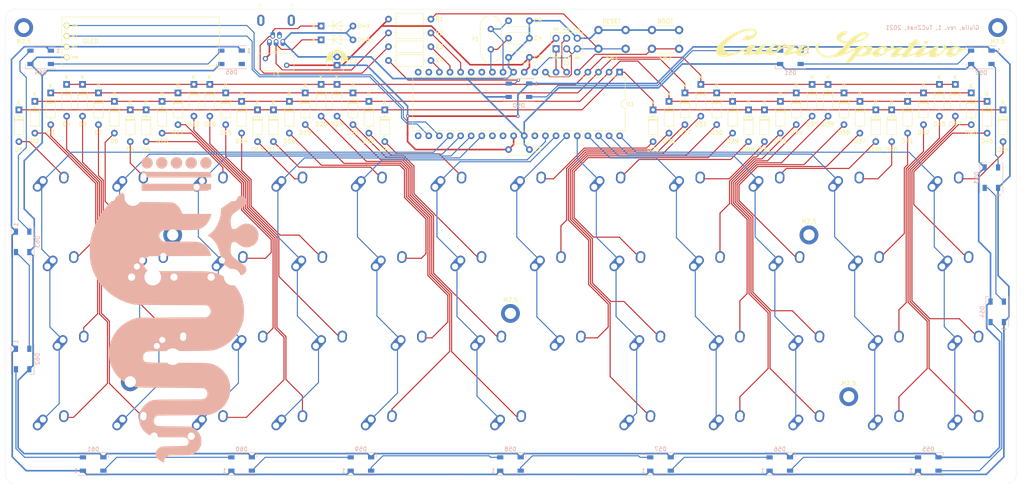
<source format=kicad_pcb>
(kicad_pcb (version 20171130) (host pcbnew "(5.1.10)-1")
  (layers (0 F.Cu signal) (31 B.Cu signal) (34 B.Paste user) (35 F.Paste user) (36 B.SilkS user) (37 F.SilkS user) (38 B.Mask user) (39 F.Mask user) (44 Edge.Cuts user))
  (net 0 "")
  (net 1 GND)
  (net 2 +5V)
  (net 3 "Net-(C4-Pad1)")
  (net 4 "Net-(C5-Pad1)")
  (net 5 "Net-(D1-Pad2)")
  (net 6 ROW0)
  (net 7 "Net-(D2-Pad2)")
  (net 8 ROW1)
  (net 9 "Net-(D3-Pad2)")
  (net 10 ROW2)
  (net 11 "Net-(D4-Pad2)")
  (net 12 ROW3)
  (net 13 "Net-(D5-Pad2)")
  (net 14 "Net-(D6-Pad2)")
  (net 15 "Net-(D7-Pad2)")
  (net 16 "Net-(D8-Pad2)")
  (net 17 "Net-(D9-Pad2)")
  (net 18 "Net-(D10-Pad2)")
  (net 19 "Net-(D11-Pad2)")
  (net 20 "Net-(D12-Pad2)")
  (net 21 "Net-(D13-Pad2)")
  (net 22 "Net-(D14-Pad2)")
  (net 23 "Net-(D15-Pad2)")
  (net 24 "Net-(D16-Pad2)")
  (net 25 "Net-(D17-Pad2)")
  (net 26 "Net-(D18-Pad2)")
  (net 27 "Net-(D19-Pad2)")
  (net 28 "Net-(D20-Pad2)")
  (net 29 "Net-(D21-Pad2)")
  (net 30 "Net-(D22-Pad2)")
  (net 31 "Net-(D23-Pad2)")
  (net 32 "Net-(D24-Pad2)")
  (net 33 "Net-(D25-Pad2)")
  (net 34 "Net-(D26-Pad2)")
  (net 35 "Net-(D27-Pad2)")
  (net 36 "Net-(D28-Pad2)")
  (net 37 "Net-(D29-Pad2)")
  (net 38 "Net-(D30-Pad2)")
  (net 39 "Net-(D31-Pad2)")
  (net 40 "Net-(D32-Pad2)")
  (net 41 "Net-(D33-Pad2)")
  (net 42 "Net-(D34-Pad2)")
  (net 43 "Net-(D35-Pad2)")
  (net 44 "Net-(D36-Pad2)")
  (net 45 "Net-(D37-Pad2)")
  (net 46 "Net-(D38-Pad2)")
  (net 47 "Net-(D39-Pad2)")
  (net 48 "Net-(D40-Pad2)")
  (net 49 "Net-(D41-Pad2)")
  (net 50 "Net-(D42-Pad2)")
  (net 51 "Net-(D43-Pad2)")
  (net 52 "Net-(D44-Pad2)")
  (net 53 "Net-(D45-Pad2)")
  (net 54 "Net-(D46-Pad2)")
  (net 55 "Net-(D47-Pad2)")
  (net 56 "Net-(D48-Pad1)")
  (net 57 "Net-(D49-Pad1)")
  (net 58 "Net-(D50-Pad2)")
  (net 59 "Net-(D50-Pad4)")
  (net 60 "Net-(D51-Pad2)")
  (net 61 "Net-(D52-Pad2)")
  (net 62 "Net-(D53-Pad2)")
  (net 63 "Net-(D54-Pad2)")
  (net 64 "Net-(D55-Pad2)")
  (net 65 "Net-(D56-Pad2)")
  (net 66 "Net-(D57-Pad2)")
  (net 67 "Net-(D58-Pad2)")
  (net 68 "Net-(D59-Pad2)")
  (net 69 "Net-(D60-Pad2)")
  (net 70 "Net-(D61-Pad2)")
  (net 71 "Net-(D62-Pad2)")
  (net 72 "Net-(D63-Pad2)")
  (net 73 "Net-(D64-Pad2)")
  (net 74 "Net-(D65-Pad2)")
  (net 75 VCC)
  (net 76 RST)
  (net 77 MOSI)
  (net 78 SCK)
  (net 79 MISO)
  (net 80 "Net-(J2-PadSH)")
  (net 81 "Net-(J2-Pad2)")
  (net 82 COL0)
  (net 83 COL1)
  (net 84 COL2)
  (net 85 COL3)
  (net 86 COL4)
  (net 87 COL5)
  (net 88 COL6)
  (net 89 COL7)
  (net 90 COL8)
  (net 91 COL9)
  (net 92 COL10)
  (net 93 COL11)
  (net 94 SCL)
  (net 95 SDA)
  (net 96 D+)
  (net 97 D-)
  (net 98 RGB)
  (net 99 "Net-(U1-Pad19)")
  (net 100 "Net-(U1-Pad15)")
  (net 101 "Net-(U1-Pad14)")
  (net 102 "Net-(U1-Pad32)")
  (net 103 "Net-(U1-Pad29)")
  (net 104 "Net-(U1-Pad28)")
  (net 105 "Net-(U1-Pad21)")
  (net 106 BOOT)
  (net 107 "Net-(U1-Pad20)")
  (module giulia:OLED (layer F.Cu) (at 44.45 27.686 270)
    (fp_text reference OL1)
    (fp_text value OLED hide)
    (fp_text user GND (at 3.81 -1.143) (layer F.SilkS) (effects (font (size 0.5 0.5) (thickness 0.125)) (justify left)))
    (fp_text user VCC (at 1.27 -1.143) (layer F.SilkS) (effects (font (size 0.5 0.5) (thickness 0.125)) (justify left)))
    (fp_text user SCL (at -1.27 -1.143) (layer F.SilkS) (effects (font (size 0.5 0.5) (thickness 0.125)) (justify left)))
    (fp_text user SDA (at -3.81 -1.143) (layer F.SilkS) (effects (font (size 0.5 0.5) (thickness 0.125)) (justify left)))
    (fp_text user OLED (at 0 -5.715) (layer F.SilkS))
    (pad 4 thru_hole circle (at 3.81 0 270) (size 1.397 1.397) (drill 0.8128) (layers *.Cu F.SilkS B.Mask) (net 1 GND))
    (pad 3 thru_hole circle (at 1.27 0 270) (size 1.397 1.397) (drill 0.8128) (layers *.Cu F.SilkS B.Mask) (net 2 +5V))
    (pad 2 thru_hole circle (at -1.27 0 270) (size 1.397 1.397) (drill 0.8128) (layers *.Cu F.SilkS B.Mask) (net 94 SCL))
    (pad 1 thru_hole circle (at -3.81 0 270) (size 1.397 1.397) (drill 0.8128) (layers *.Cu F.SilkS B.Mask) (net 95 SDA))
  )
  (module giulia:Biscione (layer F.Cu) (at 70.104 91.948)
    (fp_text reference G2 hide)
    (fp_text value LOGO hide)
  )
  (module giulia:Cuore_Sportivo (layer F.Cu) (at 229.87 28.448)
    (fp_text reference G1 hide)
    (fp_text value LOGO hide)
  )
  (module MountingHole:MountingHole_2.7mm_M2.5_ISO7380_Pad (layer F.Cu) (at 69.85 74.041)
    (fp_text reference M2,5 (at 0 -3.25) (layer F.SilkS))
    (fp_text value MountingHole_2.7mm_M2.5_ISO7380_Pad)
    (pad 1 thru_hole circle (at 0 0) (size 4.5 4.5) (drill 2.7) (layers *.Cu *.Mask))
  )
  (module MountingHole:MountingHole_2.7mm_M2.5_ISO7380_Pad (layer F.Cu) (at 222.25 74.041)
    (fp_text reference M2,5 (at 0 -3.25) (layer F.SilkS))
    (fp_text value MountingHole_2.7mm_M2.5_ISO7380_Pad)
    (pad 1 thru_hole circle (at 0 0) (size 4.5 4.5) (drill 2.7) (layers *.Cu *.Mask))
  )
  (module MountingHole:MountingHole_2.7mm_M2.5_ISO7380_Pad (layer F.Cu) (at 150.749 92.837)
    (fp_text reference M2,5 (at 0 -3.25) (layer F.SilkS))
    (fp_text value MountingHole_2.7mm_M2.5_ISO7380_Pad)
    (pad 1 thru_hole circle (at 0 0) (size 4.5 4.5) (drill 2.7) (layers *.Cu *.Mask))
  )
  (module MountingHole:MountingHole_2.7mm_M2.5_ISO7380_Pad (layer F.Cu) (at 231.775 112.776)
    (fp_text reference M2,5 (at 0 -3.25) (layer F.SilkS))
    (fp_text value MountingHole_2.7mm_M2.5_ISO7380_Pad)
    (pad 1 thru_hole circle (at 0 0) (size 4.5 4.5) (drill 2.7) (layers *.Cu *.Mask))
  )
  (module MountingHole:MountingHole_2.7mm_M2.5_ISO7380_Pad (layer F.Cu) (at 59.69 109.22)
    (fp_text reference M2,5 (at 0 -3.25) (layer F.SilkS))
    (fp_text value MountingHole_2.7mm_M2.5_ISO7380_Pad)
    (pad 1 thru_hole circle (at 0 0) (size 4.5 4.5) (drill 2.7) (layers *.Cu *.Mask))
  )
  (module MountingHole:MountingHole_2.7mm_M2.5_ISO7380_Pad (layer F.Cu) (at 267.462 24.384)
    (fp_text reference M2,5 (at 0 3.302) (layer F.SilkS))
    (fp_text value MountingHole_2.7mm_M2.5_ISO7380_Pad)
    (pad 1 thru_hole circle (at 0 0) (size 4.5 4.5) (drill 2.7) (layers *.Cu *.Mask))
  )
  (module MountingHole:MountingHole_2.7mm_M2.5_ISO7380_Pad (layer F.Cu) (at 34.163 24.384)
    (fp_text reference M2,5 (at 0 3.302) (layer F.SilkS))
    (fp_text value MountingHole_2.7mm_M2.5_ISO7380_Pad)
    (pad 1 thru_hole circle (at 0 0) (size 4.5 4.5) (drill 2.7) (layers *.Cu *.Mask))
  )
  (module giulia:D_DO-35_SOD27_P7.62mm_Zener (layer F.Cu) (at 105.41 24.003)
    (fp_text reference D49 (at 8.636 0 180) (layer F.SilkS) (effects (justify left)))
    (fp_text value "3,6 V")
    (fp_text user K (at -1.651 0 180) (layer F.SilkS))
    (pad 1 thru_hole rect (at 0 0) (size 1.6 1.6) (drill 0.8) (layers *.Cu *.Mask) (net 57 "Net-(D49-Pad1)"))
    (pad 2 thru_hole oval (at 7.62 0) (size 1.6 1.6) (drill 0.8) (layers *.Cu *.Mask) (net 1 GND))
  )
  (module giulia:D_DO-35_SOD27_P7.62mm_Zener (layer F.Cu) (at 105.41 27.305)
    (fp_text reference D48 (at 8.636 0 180) (layer F.SilkS) (effects (justify left)))
    (fp_text value "3,6 V")
    (fp_text user K (at -1.651 0 180) (layer F.SilkS))
    (pad 1 thru_hole rect (at 0 0) (size 1.6 1.6) (drill 0.8) (layers *.Cu *.Mask) (net 56 "Net-(D48-Pad1)"))
    (pad 2 thru_hole oval (at 7.62 0) (size 1.6 1.6) (drill 0.8) (layers *.Cu *.Mask) (net 1 GND))
  )
  (module giulia:USB_Mini_B_Female_548190519 (layer F.Cu) (at 94.615 27.686 270)
    (fp_text reference J2 (at 2.032 0 180) (layer F.SilkS))
    (fp_text value 0548190519)
    (pad 3 thru_hole oval (at 0 0 270) (size 1.65 1.1) (drill 0.7 (offset 0.275 0)) (layers *.Cu *.Mask) (net 56 "Net-(D48-Pad1)"))
    (pad 1 thru_hole oval (at 0 -1.6 270) (size 1.65 1.1) (drill 0.7 (offset 0.275 0)) (layers *.Cu *.Mask) (net 1 GND))
    (pad 5 thru_hole oval (at 0 1.6 270) (size 1.65 1.1) (drill 0.7 (offset 0.275 0)) (layers *.Cu *.Mask) (net 75 VCC))
    (pad 2 thru_hole oval (at -1.2 -0.8 270) (size 1.65 1.1) (drill 0.7 (offset -0.275 0)) (layers *.Cu *.Mask) (net 81 "Net-(J2-Pad2)"))
    (pad 4 thru_hole oval (at -1.2 0.8 270) (size 1.65 1.1) (drill 0.7 (offset -0.275 0)) (layers *.Cu *.Mask) (net 57 "Net-(D49-Pad1)"))
    (pad SH thru_hole oval (at -5.05 -3.65 270) (size 2.7 1.7) (drill oval 1.9 0.7) (layers *.Cu *.Mask) (net 80 "Net-(J2-PadSH)"))
    (pad SH thru_hole oval (at -5.05 3.65 270) (size 2.7 1.7) (drill oval 1.9 0.7) (layers *.Cu *.Mask) (net 80 "Net-(J2-PadSH)"))
  )
  (module Capacitor_THT:C_Disc_D5.0mm_W2.5mm_P5.00mm (layer F.Cu) (at 155.2956 31.496 180)
    (fp_text reference C3 (at -2.032 0) (layer F.SilkS))
    (fp_text value 100n)
    (pad 2 thru_hole circle (at 5 0 180) (size 1.6 1.6) (drill 0.8) (layers *.Cu *.Mask) (net 1 GND))
    (pad 1 thru_hole circle (at 0 0 180) (size 1.6 1.6) (drill 0.8) (layers *.Cu *.Mask) (net 2 +5V))
  )
  (module MX_Alps_Hybrid:MX-1U-NoLED (layer F.Cu) (at 88.9 103.1875)
    (fp_text reference MX11)
    (fp_text value MX-NoLED)
    (pad 2 thru_hole oval (at 2.5 -4.5 86.0548) (size 2.831378 2.25) (drill 1.47 (offset 0.290689 0)) (layers *.Cu B.Mask) (net 19 "Net-(D11-Pad2)"))
    (pad 2 thru_hole circle (at 2.54 -5.08) (size 2.25 2.25) (drill 1.47) (layers *.Cu B.Mask) (net 19 "Net-(D11-Pad2)"))
    (pad 1 thru_hole oval (at -3.81 -2.54 48.0996) (size 4.211556 2.25) (drill 1.47 (offset 0.980778 0)) (layers *.Cu B.Mask) (net 84 COL2))
    (pad "" np_thru_hole circle (at 0 0) (size 3.9878 3.9878) (drill 3.9878) (layers *.Cu *.Mask))
    (pad 1 thru_hole circle (at -2.5 -4) (size 2.25 2.25) (drill 1.47) (layers *.Cu B.Mask) (net 84 COL2))
    (pad "" np_thru_hole circle (at -5.08 0 48.0996) (size 1.75 1.75) (drill 1.75) (layers *.Cu *.Mask))
    (pad "" np_thru_hole circle (at 5.08 0 48.0996) (size 1.75 1.75) (drill 1.75) (layers *.Cu *.Mask))
  )
  (module MX_Alps_Hybrid:MX-1U-NoLED (layer F.Cu) (at 60.325 122.2375)
    (fp_text reference MX8)
    (fp_text value MX-NoLED)
    (pad 2 thru_hole oval (at 2.5 -4.5 86.0548) (size 2.831378 2.25) (drill 1.47 (offset 0.290689 0)) (layers *.Cu B.Mask) (net 16 "Net-(D8-Pad2)"))
    (pad 2 thru_hole circle (at 2.54 -5.08) (size 2.25 2.25) (drill 1.47) (layers *.Cu B.Mask) (net 16 "Net-(D8-Pad2)"))
    (pad 1 thru_hole oval (at -3.81 -2.54 48.0996) (size 4.211556 2.25) (drill 1.47 (offset 0.980778 0)) (layers *.Cu B.Mask) (net 83 COL1))
    (pad "" np_thru_hole circle (at 0 0) (size 3.9878 3.9878) (drill 3.9878) (layers *.Cu *.Mask))
    (pad 1 thru_hole circle (at -2.5 -4) (size 2.25 2.25) (drill 1.47) (layers *.Cu B.Mask) (net 83 COL1))
    (pad "" np_thru_hole circle (at -5.08 0 48.0996) (size 1.75 1.75) (drill 1.75) (layers *.Cu *.Mask))
    (pad "" np_thru_hole circle (at 5.08 0 48.0996) (size 1.75 1.75) (drill 1.75) (layers *.Cu *.Mask))
  )
  (module MX_Alps_Hybrid:MX-1U-NoLED (layer F.Cu) (at 60.325 65.0875)
    (fp_text reference MX5)
    (fp_text value MX-NoLED)
    (pad 2 thru_hole oval (at 2.5 -4.5 86.0548) (size 2.831378 2.25) (drill 1.47 (offset 0.290689 0)) (layers *.Cu B.Mask) (net 13 "Net-(D5-Pad2)"))
    (pad 2 thru_hole circle (at 2.54 -5.08) (size 2.25 2.25) (drill 1.47) (layers *.Cu B.Mask) (net 13 "Net-(D5-Pad2)"))
    (pad 1 thru_hole oval (at -3.81 -2.54 48.0996) (size 4.211556 2.25) (drill 1.47 (offset 0.980778 0)) (layers *.Cu B.Mask) (net 83 COL1))
    (pad "" np_thru_hole circle (at 0 0) (size 3.9878 3.9878) (drill 3.9878) (layers *.Cu *.Mask))
    (pad 1 thru_hole circle (at -2.5 -4) (size 2.25 2.25) (drill 1.47) (layers *.Cu B.Mask) (net 83 COL1))
    (pad "" np_thru_hole circle (at -5.08 0 48.0996) (size 1.75 1.75) (drill 1.75) (layers *.Cu *.Mask))
    (pad "" np_thru_hole circle (at 5.08 0 48.0996) (size 1.75 1.75) (drill 1.75) (layers *.Cu *.Mask))
  )
  (module MX_Alps_Hybrid:MX-1U-NoLED (layer F.Cu) (at 65.0875 84.1375)
    (fp_text reference MX6)
    (fp_text value MX-NoLED)
    (pad 2 thru_hole oval (at 2.5 -4.5 86.0548) (size 2.831378 2.25) (drill 1.47 (offset 0.290689 0)) (layers *.Cu B.Mask) (net 14 "Net-(D6-Pad2)"))
    (pad 2 thru_hole circle (at 2.54 -5.08) (size 2.25 2.25) (drill 1.47) (layers *.Cu B.Mask) (net 14 "Net-(D6-Pad2)"))
    (pad 1 thru_hole oval (at -3.81 -2.54 48.0996) (size 4.211556 2.25) (drill 1.47 (offset 0.980778 0)) (layers *.Cu B.Mask) (net 83 COL1))
    (pad "" np_thru_hole circle (at 0 0) (size 3.9878 3.9878) (drill 3.9878) (layers *.Cu *.Mask))
    (pad 1 thru_hole circle (at -2.5 -4) (size 2.25 2.25) (drill 1.47) (layers *.Cu B.Mask) (net 83 COL1))
    (pad "" np_thru_hole circle (at -5.08 0 48.0996) (size 1.75 1.75) (drill 1.75) (layers *.Cu *.Mask))
    (pad "" np_thru_hole circle (at 5.08 0 48.0996) (size 1.75 1.75) (drill 1.75) (layers *.Cu *.Mask))
  )
  (module MX_Alps_Hybrid:MX-1.5U-NoLED (layer F.Cu) (at 46.0375 103.1875)
    (fp_text reference MX3)
    (fp_text value MX-NoLED)
    (pad 2 thru_hole oval (at 2.5 -4.5 86.0548) (size 2.831378 2.25) (drill 1.47 (offset 0.290689 0)) (layers *.Cu B.Mask) (net 9 "Net-(D3-Pad2)"))
    (pad 2 thru_hole circle (at 2.54 -5.08) (size 2.25 2.25) (drill 1.47) (layers *.Cu B.Mask) (net 9 "Net-(D3-Pad2)"))
    (pad 1 thru_hole oval (at -3.81 -2.54 48.0996) (size 4.211556 2.25) (drill 1.47 (offset 0.980778 0)) (layers *.Cu B.Mask) (net 82 COL0))
    (pad "" np_thru_hole circle (at 0 0) (size 3.9878 3.9878) (drill 3.9878) (layers *.Cu *.Mask))
    (pad 1 thru_hole circle (at -2.5 -4) (size 2.25 2.25) (drill 1.47) (layers *.Cu B.Mask) (net 82 COL0))
    (pad "" np_thru_hole circle (at -5.08 0 48.0996) (size 1.75 1.75) (drill 1.75) (layers *.Cu *.Mask))
    (pad "" np_thru_hole circle (at 5.08 0 48.0996) (size 1.75 1.75) (drill 1.75) (layers *.Cu *.Mask))
  )
  (module MX_Alps_Hybrid:MX-1U-NoLED (layer F.Cu) (at 84.1375 84.1375)
    (fp_text reference MX10)
    (fp_text value MX-NoLED)
    (pad 2 thru_hole oval (at 2.5 -4.5 86.0548) (size 2.831378 2.25) (drill 1.47 (offset 0.290689 0)) (layers *.Cu B.Mask) (net 18 "Net-(D10-Pad2)"))
    (pad 2 thru_hole circle (at 2.54 -5.08) (size 2.25 2.25) (drill 1.47) (layers *.Cu B.Mask) (net 18 "Net-(D10-Pad2)"))
    (pad 1 thru_hole oval (at -3.81 -2.54 48.0996) (size 4.211556 2.25) (drill 1.47 (offset 0.980778 0)) (layers *.Cu B.Mask) (net 84 COL2))
    (pad "" np_thru_hole circle (at 0 0) (size 3.9878 3.9878) (drill 3.9878) (layers *.Cu *.Mask))
    (pad 1 thru_hole circle (at -2.5 -4) (size 2.25 2.25) (drill 1.47) (layers *.Cu B.Mask) (net 84 COL2))
    (pad "" np_thru_hole circle (at -5.08 0 48.0996) (size 1.75 1.75) (drill 1.75) (layers *.Cu *.Mask))
    (pad "" np_thru_hole circle (at 5.08 0 48.0996) (size 1.75 1.75) (drill 1.75) (layers *.Cu *.Mask))
  )
  (module MX_Alps_Hybrid:MX-1.25U-NoLED (layer F.Cu) (at 43.65625 84.1375)
    (fp_text reference MX2)
    (fp_text value MX-NoLED)
    (pad 2 thru_hole oval (at 2.5 -4.5 86.0548) (size 2.831378 2.25) (drill 1.47 (offset 0.290689 0)) (layers *.Cu B.Mask) (net 7 "Net-(D2-Pad2)"))
    (pad 2 thru_hole circle (at 2.54 -5.08) (size 2.25 2.25) (drill 1.47) (layers *.Cu B.Mask) (net 7 "Net-(D2-Pad2)"))
    (pad 1 thru_hole oval (at -3.81 -2.54 48.0996) (size 4.211556 2.25) (drill 1.47 (offset 0.980778 0)) (layers *.Cu B.Mask) (net 82 COL0))
    (pad "" np_thru_hole circle (at 0 0) (size 3.9878 3.9878) (drill 3.9878) (layers *.Cu *.Mask))
    (pad 1 thru_hole circle (at -2.5 -4) (size 2.25 2.25) (drill 1.47) (layers *.Cu B.Mask) (net 82 COL0))
    (pad "" np_thru_hole circle (at -5.08 0 48.0996) (size 1.75 1.75) (drill 1.75) (layers *.Cu *.Mask))
    (pad "" np_thru_hole circle (at 5.08 0 48.0996) (size 1.75 1.75) (drill 1.75) (layers *.Cu *.Mask))
  )
  (module MX_Alps_Hybrid:MX-1U-NoLED (layer F.Cu) (at 41.275 122.2375)
    (fp_text reference MX4)
    (fp_text value MX-NoLED)
    (pad 2 thru_hole oval (at 2.5 -4.5 86.0548) (size 2.831378 2.25) (drill 1.47 (offset 0.290689 0)) (layers *.Cu B.Mask) (net 11 "Net-(D4-Pad2)"))
    (pad 2 thru_hole circle (at 2.54 -5.08) (size 2.25 2.25) (drill 1.47) (layers *.Cu B.Mask) (net 11 "Net-(D4-Pad2)"))
    (pad 1 thru_hole oval (at -3.81 -2.54 48.0996) (size 4.211556 2.25) (drill 1.47 (offset 0.980778 0)) (layers *.Cu B.Mask) (net 82 COL0))
    (pad "" np_thru_hole circle (at 0 0) (size 3.9878 3.9878) (drill 3.9878) (layers *.Cu *.Mask))
    (pad 1 thru_hole circle (at -2.5 -4) (size 2.25 2.25) (drill 1.47) (layers *.Cu B.Mask) (net 82 COL0))
    (pad "" np_thru_hole circle (at -5.08 0 48.0996) (size 1.75 1.75) (drill 1.75) (layers *.Cu *.Mask))
    (pad "" np_thru_hole circle (at 5.08 0 48.0996) (size 1.75 1.75) (drill 1.75) (layers *.Cu *.Mask))
  )
  (module MX_Alps_Hybrid:MX-1U-NoLED (layer F.Cu) (at 79.375 65.0875)
    (fp_text reference MX9)
    (fp_text value MX-NoLED)
    (pad 2 thru_hole oval (at 2.5 -4.5 86.0548) (size 2.831378 2.25) (drill 1.47 (offset 0.290689 0)) (layers *.Cu B.Mask) (net 17 "Net-(D9-Pad2)"))
    (pad 2 thru_hole circle (at 2.54 -5.08) (size 2.25 2.25) (drill 1.47) (layers *.Cu B.Mask) (net 17 "Net-(D9-Pad2)"))
    (pad 1 thru_hole oval (at -3.81 -2.54 48.0996) (size 4.211556 2.25) (drill 1.47 (offset 0.980778 0)) (layers *.Cu B.Mask) (net 84 COL2))
    (pad "" np_thru_hole circle (at 0 0) (size 3.9878 3.9878) (drill 3.9878) (layers *.Cu *.Mask))
    (pad 1 thru_hole circle (at -2.5 -4) (size 2.25 2.25) (drill 1.47) (layers *.Cu B.Mask) (net 84 COL2))
    (pad "" np_thru_hole circle (at -5.08 0 48.0996) (size 1.75 1.75) (drill 1.75) (layers *.Cu *.Mask))
    (pad "" np_thru_hole circle (at 5.08 0 48.0996) (size 1.75 1.75) (drill 1.75) (layers *.Cu *.Mask))
  )
  (module MX_Alps_Hybrid:MX-1U-NoLED (layer F.Cu) (at 41.275 65.0875)
    (fp_text reference MX1)
    (fp_text value MX-NoLED)
    (pad 2 thru_hole oval (at 2.5 -4.5 86.0548) (size 2.831378 2.25) (drill 1.47 (offset 0.290689 0)) (layers *.Cu B.Mask) (net 5 "Net-(D1-Pad2)"))
    (pad 2 thru_hole circle (at 2.54 -5.08) (size 2.25 2.25) (drill 1.47) (layers *.Cu B.Mask) (net 5 "Net-(D1-Pad2)"))
    (pad 1 thru_hole oval (at -3.81 -2.54 48.0996) (size 4.211556 2.25) (drill 1.47 (offset 0.980778 0)) (layers *.Cu B.Mask) (net 82 COL0))
    (pad "" np_thru_hole circle (at 0 0) (size 3.9878 3.9878) (drill 3.9878) (layers *.Cu *.Mask))
    (pad 1 thru_hole circle (at -2.5 -4) (size 2.25 2.25) (drill 1.47) (layers *.Cu B.Mask) (net 82 COL0))
    (pad "" np_thru_hole circle (at -5.08 0 48.0996) (size 1.75 1.75) (drill 1.75) (layers *.Cu *.Mask))
    (pad "" np_thru_hole circle (at 5.08 0 48.0996) (size 1.75 1.75) (drill 1.75) (layers *.Cu *.Mask))
  )
  (module MX_Alps_Hybrid:MX-1U-NoLED (layer F.Cu) (at 69.85 103.1875)
    (fp_text reference MX7)
    (fp_text value MX-NoLED)
    (pad 2 thru_hole oval (at 2.5 -4.5 86.0548) (size 2.831378 2.25) (drill 1.47 (offset 0.290689 0)) (layers *.Cu B.Mask) (net 15 "Net-(D7-Pad2)"))
    (pad 2 thru_hole circle (at 2.54 -5.08) (size 2.25 2.25) (drill 1.47) (layers *.Cu B.Mask) (net 15 "Net-(D7-Pad2)"))
    (pad 1 thru_hole oval (at -3.81 -2.54 48.0996) (size 4.211556 2.25) (drill 1.47 (offset 0.980778 0)) (layers *.Cu B.Mask) (net 83 COL1))
    (pad "" np_thru_hole circle (at 0 0) (size 3.9878 3.9878) (drill 3.9878) (layers *.Cu *.Mask))
    (pad 1 thru_hole circle (at -2.5 -4) (size 2.25 2.25) (drill 1.47) (layers *.Cu B.Mask) (net 83 COL1))
    (pad "" np_thru_hole circle (at -5.08 0 48.0996) (size 1.75 1.75) (drill 1.75) (layers *.Cu *.Mask))
    (pad "" np_thru_hole circle (at 5.08 0 48.0996) (size 1.75 1.75) (drill 1.75) (layers *.Cu *.Mask))
  )
  (module MX_Alps_Hybrid:MX-1U-NoLED (layer F.Cu) (at 79.375 122.2375)
    (fp_text reference MX12)
    (fp_text value MX-NoLED)
    (pad 2 thru_hole oval (at 2.5 -4.5 86.0548) (size 2.831378 2.25) (drill 1.47 (offset 0.290689 0)) (layers *.Cu B.Mask) (net 20 "Net-(D12-Pad2)"))
    (pad 2 thru_hole circle (at 2.54 -5.08) (size 2.25 2.25) (drill 1.47) (layers *.Cu B.Mask) (net 20 "Net-(D12-Pad2)"))
    (pad 1 thru_hole oval (at -3.81 -2.54 48.0996) (size 4.211556 2.25) (drill 1.47 (offset 0.980778 0)) (layers *.Cu B.Mask) (net 84 COL2))
    (pad "" np_thru_hole circle (at 0 0) (size 3.9878 3.9878) (drill 3.9878) (layers *.Cu *.Mask))
    (pad 1 thru_hole circle (at -2.5 -4) (size 2.25 2.25) (drill 1.47) (layers *.Cu B.Mask) (net 84 COL2))
    (pad "" np_thru_hole circle (at -5.08 0 48.0996) (size 1.75 1.75) (drill 1.75) (layers *.Cu *.Mask))
    (pad "" np_thru_hole circle (at 5.08 0 48.0996) (size 1.75 1.75) (drill 1.75) (layers *.Cu *.Mask))
  )
  (module MX_Alps_Hybrid:MX-1U-NoLED (layer F.Cu) (at 103.1875 84.1375)
    (fp_text reference MX14)
    (fp_text value MX-NoLED)
    (pad 2 thru_hole oval (at 2.5 -4.5 86.0548) (size 2.831378 2.25) (drill 1.47 (offset 0.290689 0)) (layers *.Cu B.Mask) (net 22 "Net-(D14-Pad2)"))
    (pad 2 thru_hole circle (at 2.54 -5.08) (size 2.25 2.25) (drill 1.47) (layers *.Cu B.Mask) (net 22 "Net-(D14-Pad2)"))
    (pad 1 thru_hole oval (at -3.81 -2.54 48.0996) (size 4.211556 2.25) (drill 1.47 (offset 0.980778 0)) (layers *.Cu B.Mask) (net 85 COL3))
    (pad "" np_thru_hole circle (at 0 0) (size 3.9878 3.9878) (drill 3.9878) (layers *.Cu *.Mask))
    (pad 1 thru_hole circle (at -2.5 -4) (size 2.25 2.25) (drill 1.47) (layers *.Cu B.Mask) (net 85 COL3))
    (pad "" np_thru_hole circle (at -5.08 0 48.0996) (size 1.75 1.75) (drill 1.75) (layers *.Cu *.Mask))
    (pad "" np_thru_hole circle (at 5.08 0 48.0996) (size 1.75 1.75) (drill 1.75) (layers *.Cu *.Mask))
  )
  (module MX_Alps_Hybrid:MX-1U-NoLED (layer F.Cu) (at 98.425 65.0875)
    (fp_text reference MX13)
    (fp_text value MX-NoLED)
    (pad 2 thru_hole oval (at 2.5 -4.5 86.0548) (size 2.831378 2.25) (drill 1.47 (offset 0.290689 0)) (layers *.Cu B.Mask) (net 21 "Net-(D13-Pad2)"))
    (pad 2 thru_hole circle (at 2.54 -5.08) (size 2.25 2.25) (drill 1.47) (layers *.Cu B.Mask) (net 21 "Net-(D13-Pad2)"))
    (pad 1 thru_hole oval (at -3.81 -2.54 48.0996) (size 4.211556 2.25) (drill 1.47 (offset 0.980778 0)) (layers *.Cu B.Mask) (net 85 COL3))
    (pad "" np_thru_hole circle (at 0 0) (size 3.9878 3.9878) (drill 3.9878) (layers *.Cu *.Mask))
    (pad 1 thru_hole circle (at -2.5 -4) (size 2.25 2.25) (drill 1.47) (layers *.Cu B.Mask) (net 85 COL3))
    (pad "" np_thru_hole circle (at -5.08 0 48.0996) (size 1.75 1.75) (drill 1.75) (layers *.Cu *.Mask))
    (pad "" np_thru_hole circle (at 5.08 0 48.0996) (size 1.75 1.75) (drill 1.75) (layers *.Cu *.Mask))
  )
  (module MX_Alps_Hybrid:MX-1U-NoLED (layer F.Cu) (at 198.4375 84.1375)
    (fp_text reference MX33)
    (fp_text value MX-NoLED)
    (pad 2 thru_hole oval (at 2.5 -4.5 86.0548) (size 2.831378 2.25) (drill 1.47 (offset 0.290689 0)) (layers *.Cu B.Mask) (net 41 "Net-(D33-Pad2)"))
    (pad 2 thru_hole circle (at 2.54 -5.08) (size 2.25 2.25) (drill 1.47) (layers *.Cu B.Mask) (net 41 "Net-(D33-Pad2)"))
    (pad 1 thru_hole oval (at -3.81 -2.54 48.0996) (size 4.211556 2.25) (drill 1.47 (offset 0.980778 0)) (layers *.Cu B.Mask) (net 90 COL8))
    (pad "" np_thru_hole circle (at 0 0) (size 3.9878 3.9878) (drill 3.9878) (layers *.Cu *.Mask))
    (pad 1 thru_hole circle (at -2.5 -4) (size 2.25 2.25) (drill 1.47) (layers *.Cu B.Mask) (net 90 COL8))
    (pad "" np_thru_hole circle (at -5.08 0 48.0996) (size 1.75 1.75) (drill 1.75) (layers *.Cu *.Mask))
    (pad "" np_thru_hole circle (at 5.08 0 48.0996) (size 1.75 1.75) (drill 1.75) (layers *.Cu *.Mask))
  )
  (module MX_Alps_Hybrid:MX-1U-NoLED (layer F.Cu) (at 260.35 103.1875)
    (fp_text reference MX46)
    (fp_text value MX-NoLED)
    (pad 2 thru_hole oval (at 2.5 -4.5 86.0548) (size 2.831378 2.25) (drill 1.47 (offset 0.290689 0)) (layers *.Cu B.Mask) (net 54 "Net-(D46-Pad2)"))
    (pad 2 thru_hole circle (at 2.54 -5.08) (size 2.25 2.25) (drill 1.47) (layers *.Cu B.Mask) (net 54 "Net-(D46-Pad2)"))
    (pad 1 thru_hole oval (at -3.81 -2.54 48.0996) (size 4.211556 2.25) (drill 1.47 (offset 0.980778 0)) (layers *.Cu B.Mask) (net 93 COL11))
    (pad "" np_thru_hole circle (at 0 0) (size 3.9878 3.9878) (drill 3.9878) (layers *.Cu *.Mask))
    (pad 1 thru_hole circle (at -2.5 -4) (size 2.25 2.25) (drill 1.47) (layers *.Cu B.Mask) (net 93 COL11))
    (pad "" np_thru_hole circle (at -5.08 0 48.0996) (size 1.75 1.75) (drill 1.75) (layers *.Cu *.Mask))
    (pad "" np_thru_hole circle (at 5.08 0 48.0996) (size 1.75 1.75) (drill 1.75) (layers *.Cu *.Mask))
  )
  (module MX_Alps_Hybrid:MX-1.5U-NoLED (layer F.Cu) (at 255.5875 65.0875)
    (fp_text reference MX44)
    (fp_text value MX-NoLED)
    (pad 2 thru_hole oval (at 2.5 -4.5 86.0548) (size 2.831378 2.25) (drill 1.47 (offset 0.290689 0)) (layers *.Cu B.Mask) (net 52 "Net-(D44-Pad2)"))
    (pad 2 thru_hole circle (at 2.54 -5.08) (size 2.25 2.25) (drill 1.47) (layers *.Cu B.Mask) (net 52 "Net-(D44-Pad2)"))
    (pad 1 thru_hole oval (at -3.81 -2.54 48.0996) (size 4.211556 2.25) (drill 1.47 (offset 0.980778 0)) (layers *.Cu B.Mask) (net 93 COL11))
    (pad "" np_thru_hole circle (at 0 0) (size 3.9878 3.9878) (drill 3.9878) (layers *.Cu *.Mask))
    (pad 1 thru_hole circle (at -2.5 -4) (size 2.25 2.25) (drill 1.47) (layers *.Cu B.Mask) (net 93 COL11))
    (pad "" np_thru_hole circle (at -5.08 0 48.0996) (size 1.75 1.75) (drill 1.75) (layers *.Cu *.Mask))
    (pad "" np_thru_hole circle (at 5.08 0 48.0996) (size 1.75 1.75) (drill 1.75) (layers *.Cu *.Mask))
  )
  (module MX_Alps_Hybrid:MX-1U-NoLED (layer F.Cu) (at 241.3 103.1875)
    (fp_text reference MX42)
    (fp_text value MX-NoLED)
    (pad 2 thru_hole oval (at 2.5 -4.5 86.0548) (size 2.831378 2.25) (drill 1.47 (offset 0.290689 0)) (layers *.Cu B.Mask) (net 50 "Net-(D42-Pad2)"))
    (pad 2 thru_hole circle (at 2.54 -5.08) (size 2.25 2.25) (drill 1.47) (layers *.Cu B.Mask) (net 50 "Net-(D42-Pad2)"))
    (pad 1 thru_hole oval (at -3.81 -2.54 48.0996) (size 4.211556 2.25) (drill 1.47 (offset 0.980778 0)) (layers *.Cu B.Mask) (net 92 COL10))
    (pad "" np_thru_hole circle (at 0 0) (size 3.9878 3.9878) (drill 3.9878) (layers *.Cu *.Mask))
    (pad 1 thru_hole circle (at -2.5 -4) (size 2.25 2.25) (drill 1.47) (layers *.Cu B.Mask) (net 92 COL10))
    (pad "" np_thru_hole circle (at -5.08 0 48.0996) (size 1.75 1.75) (drill 1.75) (layers *.Cu *.Mask))
    (pad "" np_thru_hole circle (at 5.08 0 48.0996) (size 1.75 1.75) (drill 1.75) (layers *.Cu *.Mask))
  )
  (module MX_Alps_Hybrid:MX-1U-NoLED (layer F.Cu) (at 236.5375 84.1375)
    (fp_text reference MX41)
    (fp_text value MX-NoLED)
    (pad 2 thru_hole oval (at 2.5 -4.5 86.0548) (size 2.831378 2.25) (drill 1.47 (offset 0.290689 0)) (layers *.Cu B.Mask) (net 49 "Net-(D41-Pad2)"))
    (pad 2 thru_hole circle (at 2.54 -5.08) (size 2.25 2.25) (drill 1.47) (layers *.Cu B.Mask) (net 49 "Net-(D41-Pad2)"))
    (pad 1 thru_hole oval (at -3.81 -2.54 48.0996) (size 4.211556 2.25) (drill 1.47 (offset 0.980778 0)) (layers *.Cu B.Mask) (net 92 COL10))
    (pad "" np_thru_hole circle (at 0 0) (size 3.9878 3.9878) (drill 3.9878) (layers *.Cu *.Mask))
    (pad 1 thru_hole circle (at -2.5 -4) (size 2.25 2.25) (drill 1.47) (layers *.Cu B.Mask) (net 92 COL10))
    (pad "" np_thru_hole circle (at -5.08 0 48.0996) (size 1.75 1.75) (drill 1.75) (layers *.Cu *.Mask))
    (pad "" np_thru_hole circle (at 5.08 0 48.0996) (size 1.75 1.75) (drill 1.75) (layers *.Cu *.Mask))
  )
  (module MX_Alps_Hybrid:MX-1.25U-NoLED (layer F.Cu) (at 257.96875 84.1375)
    (fp_text reference MX45)
    (fp_text value MX-NoLED)
    (pad 2 thru_hole oval (at 2.5 -4.5 86.0548) (size 2.831378 2.25) (drill 1.47 (offset 0.290689 0)) (layers *.Cu B.Mask) (net 53 "Net-(D45-Pad2)"))
    (pad 2 thru_hole circle (at 2.54 -5.08) (size 2.25 2.25) (drill 1.47) (layers *.Cu B.Mask) (net 53 "Net-(D45-Pad2)"))
    (pad 1 thru_hole oval (at -3.81 -2.54 48.0996) (size 4.211556 2.25) (drill 1.47 (offset 0.980778 0)) (layers *.Cu B.Mask) (net 93 COL11))
    (pad "" np_thru_hole circle (at 0 0) (size 3.9878 3.9878) (drill 3.9878) (layers *.Cu *.Mask))
    (pad 1 thru_hole circle (at -2.5 -4) (size 2.25 2.25) (drill 1.47) (layers *.Cu B.Mask) (net 93 COL11))
    (pad "" np_thru_hole circle (at -5.08 0 48.0996) (size 1.75 1.75) (drill 1.75) (layers *.Cu *.Mask))
    (pad "" np_thru_hole circle (at 5.08 0 48.0996) (size 1.75 1.75) (drill 1.75) (layers *.Cu *.Mask))
  )
  (module MX_Alps_Hybrid:MX-1U-NoLED (layer F.Cu) (at 222.25 122.2375)
    (fp_text reference MX39)
    (fp_text value MX-NoLED)
    (pad 2 thru_hole oval (at 2.5 -4.5 86.0548) (size 2.831378 2.25) (drill 1.47 (offset 0.290689 0)) (layers *.Cu B.Mask) (net 47 "Net-(D39-Pad2)"))
    (pad 2 thru_hole circle (at 2.54 -5.08) (size 2.25 2.25) (drill 1.47) (layers *.Cu B.Mask) (net 47 "Net-(D39-Pad2)"))
    (pad 1 thru_hole oval (at -3.81 -2.54 48.0996) (size 4.211556 2.25) (drill 1.47 (offset 0.980778 0)) (layers *.Cu B.Mask) (net 91 COL9))
    (pad "" np_thru_hole circle (at 0 0) (size 3.9878 3.9878) (drill 3.9878) (layers *.Cu *.Mask))
    (pad 1 thru_hole circle (at -2.5 -4) (size 2.25 2.25) (drill 1.47) (layers *.Cu B.Mask) (net 91 COL9))
    (pad "" np_thru_hole circle (at -5.08 0 48.0996) (size 1.75 1.75) (drill 1.75) (layers *.Cu *.Mask))
    (pad "" np_thru_hole circle (at 5.08 0 48.0996) (size 1.75 1.75) (drill 1.75) (layers *.Cu *.Mask))
  )
  (module MX_Alps_Hybrid:MX-1U-NoLED (layer F.Cu) (at 241.3 122.2375)
    (fp_text reference MX43)
    (fp_text value MX-NoLED)
    (pad 2 thru_hole oval (at 2.5 -4.5 86.0548) (size 2.831378 2.25) (drill 1.47 (offset 0.290689 0)) (layers *.Cu B.Mask) (net 51 "Net-(D43-Pad2)"))
    (pad 2 thru_hole circle (at 2.54 -5.08) (size 2.25 2.25) (drill 1.47) (layers *.Cu B.Mask) (net 51 "Net-(D43-Pad2)"))
    (pad 1 thru_hole oval (at -3.81 -2.54 48.0996) (size 4.211556 2.25) (drill 1.47 (offset 0.980778 0)) (layers *.Cu B.Mask) (net 92 COL10))
    (pad "" np_thru_hole circle (at 0 0) (size 3.9878 3.9878) (drill 3.9878) (layers *.Cu *.Mask))
    (pad 1 thru_hole circle (at -2.5 -4) (size 2.25 2.25) (drill 1.47) (layers *.Cu B.Mask) (net 92 COL10))
    (pad "" np_thru_hole circle (at -5.08 0 48.0996) (size 1.75 1.75) (drill 1.75) (layers *.Cu *.Mask))
    (pad "" np_thru_hole circle (at 5.08 0 48.0996) (size 1.75 1.75) (drill 1.75) (layers *.Cu *.Mask))
  )
  (module MX_Alps_Hybrid:MX-1U-NoLED (layer F.Cu) (at 222.25 103.1875)
    (fp_text reference MX38)
    (fp_text value MX-NoLED)
    (pad 2 thru_hole oval (at 2.5 -4.5 86.0548) (size 2.831378 2.25) (drill 1.47 (offset 0.290689 0)) (layers *.Cu B.Mask) (net 46 "Net-(D38-Pad2)"))
    (pad 2 thru_hole circle (at 2.54 -5.08) (size 2.25 2.25) (drill 1.47) (layers *.Cu B.Mask) (net 46 "Net-(D38-Pad2)"))
    (pad 1 thru_hole oval (at -3.81 -2.54 48.0996) (size 4.211556 2.25) (drill 1.47 (offset 0.980778 0)) (layers *.Cu B.Mask) (net 91 COL9))
    (pad "" np_thru_hole circle (at 0 0) (size 3.9878 3.9878) (drill 3.9878) (layers *.Cu *.Mask))
    (pad 1 thru_hole circle (at -2.5 -4) (size 2.25 2.25) (drill 1.47) (layers *.Cu B.Mask) (net 91 COL9))
    (pad "" np_thru_hole circle (at -5.08 0 48.0996) (size 1.75 1.75) (drill 1.75) (layers *.Cu *.Mask))
    (pad "" np_thru_hole circle (at 5.08 0 48.0996) (size 1.75 1.75) (drill 1.75) (layers *.Cu *.Mask))
  )
  (module MX_Alps_Hybrid:MX-1U-NoLED (layer F.Cu) (at 217.4875 84.1375)
    (fp_text reference MX37)
    (fp_text value MX-NoLED)
    (pad 2 thru_hole oval (at 2.5 -4.5 86.0548) (size 2.831378 2.25) (drill 1.47 (offset 0.290689 0)) (layers *.Cu B.Mask) (net 45 "Net-(D37-Pad2)"))
    (pad 2 thru_hole circle (at 2.54 -5.08) (size 2.25 2.25) (drill 1.47) (layers *.Cu B.Mask) (net 45 "Net-(D37-Pad2)"))
    (pad 1 thru_hole oval (at -3.81 -2.54 48.0996) (size 4.211556 2.25) (drill 1.47 (offset 0.980778 0)) (layers *.Cu B.Mask) (net 91 COL9))
    (pad "" np_thru_hole circle (at 0 0) (size 3.9878 3.9878) (drill 3.9878) (layers *.Cu *.Mask))
    (pad 1 thru_hole circle (at -2.5 -4) (size 2.25 2.25) (drill 1.47) (layers *.Cu B.Mask) (net 91 COL9))
    (pad "" np_thru_hole circle (at -5.08 0 48.0996) (size 1.75 1.75) (drill 1.75) (layers *.Cu *.Mask))
    (pad "" np_thru_hole circle (at 5.08 0 48.0996) (size 1.75 1.75) (drill 1.75) (layers *.Cu *.Mask))
  )
  (module MX_Alps_Hybrid:MX-1U-NoLED (layer F.Cu) (at 203.2 122.2375)
    (fp_text reference MX35)
    (fp_text value MX-NoLED)
    (pad 2 thru_hole oval (at 2.5 -4.5 86.0548) (size 2.831378 2.25) (drill 1.47 (offset 0.290689 0)) (layers *.Cu B.Mask) (net 43 "Net-(D35-Pad2)"))
    (pad 2 thru_hole circle (at 2.54 -5.08) (size 2.25 2.25) (drill 1.47) (layers *.Cu B.Mask) (net 43 "Net-(D35-Pad2)"))
    (pad 1 thru_hole oval (at -3.81 -2.54 48.0996) (size 4.211556 2.25) (drill 1.47 (offset 0.980778 0)) (layers *.Cu B.Mask) (net 90 COL8))
    (pad "" np_thru_hole circle (at 0 0) (size 3.9878 3.9878) (drill 3.9878) (layers *.Cu *.Mask))
    (pad 1 thru_hole circle (at -2.5 -4) (size 2.25 2.25) (drill 1.47) (layers *.Cu B.Mask) (net 90 COL8))
    (pad "" np_thru_hole circle (at -5.08 0 48.0996) (size 1.75 1.75) (drill 1.75) (layers *.Cu *.Mask))
    (pad "" np_thru_hole circle (at 5.08 0 48.0996) (size 1.75 1.75) (drill 1.75) (layers *.Cu *.Mask))
  )
  (module MX_Alps_Hybrid:MX-1U-NoLED (layer F.Cu) (at 231.775 65.0875)
    (fp_text reference MX40)
    (fp_text value MX-NoLED)
    (pad 2 thru_hole oval (at 2.5 -4.5 86.0548) (size 2.831378 2.25) (drill 1.47 (offset 0.290689 0)) (layers *.Cu B.Mask) (net 48 "Net-(D40-Pad2)"))
    (pad 2 thru_hole circle (at 2.54 -5.08) (size 2.25 2.25) (drill 1.47) (layers *.Cu B.Mask) (net 48 "Net-(D40-Pad2)"))
    (pad 1 thru_hole oval (at -3.81 -2.54 48.0996) (size 4.211556 2.25) (drill 1.47 (offset 0.980778 0)) (layers *.Cu B.Mask) (net 92 COL10))
    (pad "" np_thru_hole circle (at 0 0) (size 3.9878 3.9878) (drill 3.9878) (layers *.Cu *.Mask))
    (pad 1 thru_hole circle (at -2.5 -4) (size 2.25 2.25) (drill 1.47) (layers *.Cu B.Mask) (net 92 COL10))
    (pad "" np_thru_hole circle (at -5.08 0 48.0996) (size 1.75 1.75) (drill 1.75) (layers *.Cu *.Mask))
    (pad "" np_thru_hole circle (at 5.08 0 48.0996) (size 1.75 1.75) (drill 1.75) (layers *.Cu *.Mask))
  )
  (module MX_Alps_Hybrid:MX-1U-NoLED (layer F.Cu) (at 260.35 122.2375)
    (fp_text reference MX47)
    (fp_text value MX-NoLED)
    (pad 2 thru_hole oval (at 2.5 -4.5 86.0548) (size 2.831378 2.25) (drill 1.47 (offset 0.290689 0)) (layers *.Cu B.Mask) (net 55 "Net-(D47-Pad2)"))
    (pad 2 thru_hole circle (at 2.54 -5.08) (size 2.25 2.25) (drill 1.47) (layers *.Cu B.Mask) (net 55 "Net-(D47-Pad2)"))
    (pad 1 thru_hole oval (at -3.81 -2.54 48.0996) (size 4.211556 2.25) (drill 1.47 (offset 0.980778 0)) (layers *.Cu B.Mask) (net 93 COL11))
    (pad "" np_thru_hole circle (at 0 0) (size 3.9878 3.9878) (drill 3.9878) (layers *.Cu *.Mask))
    (pad 1 thru_hole circle (at -2.5 -4) (size 2.25 2.25) (drill 1.47) (layers *.Cu B.Mask) (net 93 COL11))
    (pad "" np_thru_hole circle (at -5.08 0 48.0996) (size 1.75 1.75) (drill 1.75) (layers *.Cu *.Mask))
    (pad "" np_thru_hole circle (at 5.08 0 48.0996) (size 1.75 1.75) (drill 1.75) (layers *.Cu *.Mask))
  )
  (module MX_Alps_Hybrid:MX-1U-NoLED (layer F.Cu) (at 203.2 103.1875)
    (fp_text reference MX34)
    (fp_text value MX-NoLED)
    (pad 2 thru_hole oval (at 2.5 -4.5 86.0548) (size 2.831378 2.25) (drill 1.47 (offset 0.290689 0)) (layers *.Cu B.Mask) (net 42 "Net-(D34-Pad2)"))
    (pad 2 thru_hole circle (at 2.54 -5.08) (size 2.25 2.25) (drill 1.47) (layers *.Cu B.Mask) (net 42 "Net-(D34-Pad2)"))
    (pad 1 thru_hole oval (at -3.81 -2.54 48.0996) (size 4.211556 2.25) (drill 1.47 (offset 0.980778 0)) (layers *.Cu B.Mask) (net 90 COL8))
    (pad "" np_thru_hole circle (at 0 0) (size 3.9878 3.9878) (drill 3.9878) (layers *.Cu *.Mask))
    (pad 1 thru_hole circle (at -2.5 -4) (size 2.25 2.25) (drill 1.47) (layers *.Cu B.Mask) (net 90 COL8))
    (pad "" np_thru_hole circle (at -5.08 0 48.0996) (size 1.75 1.75) (drill 1.75) (layers *.Cu *.Mask))
    (pad "" np_thru_hole circle (at 5.08 0 48.0996) (size 1.75 1.75) (drill 1.75) (layers *.Cu *.Mask))
  )
  (module MX_Alps_Hybrid:MX-1U-NoLED (layer F.Cu) (at 212.725 65.0875)
    (fp_text reference MX36)
    (fp_text value MX-NoLED)
    (pad 2 thru_hole oval (at 2.5 -4.5 86.0548) (size 2.831378 2.25) (drill 1.47 (offset 0.290689 0)) (layers *.Cu B.Mask) (net 44 "Net-(D36-Pad2)"))
    (pad 2 thru_hole circle (at 2.54 -5.08) (size 2.25 2.25) (drill 1.47) (layers *.Cu B.Mask) (net 44 "Net-(D36-Pad2)"))
    (pad 1 thru_hole oval (at -3.81 -2.54 48.0996) (size 4.211556 2.25) (drill 1.47 (offset 0.980778 0)) (layers *.Cu B.Mask) (net 91 COL9))
    (pad "" np_thru_hole circle (at 0 0) (size 3.9878 3.9878) (drill 3.9878) (layers *.Cu *.Mask))
    (pad 1 thru_hole circle (at -2.5 -4) (size 2.25 2.25) (drill 1.47) (layers *.Cu B.Mask) (net 91 COL9))
    (pad "" np_thru_hole circle (at -5.08 0 48.0996) (size 1.75 1.75) (drill 1.75) (layers *.Cu *.Mask))
    (pad "" np_thru_hole circle (at 5.08 0 48.0996) (size 1.75 1.75) (drill 1.75) (layers *.Cu *.Mask))
  )
  (module MX_Alps_Hybrid:MX-1U-NoLED (layer F.Cu) (at 146.05 103.1875)
    (fp_text reference MX23)
    (fp_text value MX-NoLED)
    (pad 2 thru_hole oval (at 2.5 -4.5 86.0548) (size 2.831378 2.25) (drill 1.47 (offset 0.290689 0)) (layers *.Cu B.Mask) (net 31 "Net-(D23-Pad2)"))
    (pad 2 thru_hole circle (at 2.54 -5.08) (size 2.25 2.25) (drill 1.47) (layers *.Cu B.Mask) (net 31 "Net-(D23-Pad2)"))
    (pad 1 thru_hole oval (at -3.81 -2.54 48.0996) (size 4.211556 2.25) (drill 1.47 (offset 0.980778 0)) (layers *.Cu B.Mask) (net 87 COL5))
    (pad "" np_thru_hole circle (at 0 0) (size 3.9878 3.9878) (drill 3.9878) (layers *.Cu *.Mask))
    (pad 1 thru_hole circle (at -2.5 -4) (size 2.25 2.25) (drill 1.47) (layers *.Cu B.Mask) (net 87 COL5))
    (pad "" np_thru_hole circle (at -5.08 0 48.0996) (size 1.75 1.75) (drill 1.75) (layers *.Cu *.Mask))
    (pad "" np_thru_hole circle (at 5.08 0 48.0996) (size 1.75 1.75) (drill 1.75) (layers *.Cu *.Mask))
  )
  (module MX_Alps_Hybrid:MX-1U-NoLED (layer F.Cu) (at 117.475 65.0875)
    (fp_text reference MX17)
    (fp_text value MX-NoLED)
    (pad 2 thru_hole oval (at 2.5 -4.5 86.0548) (size 2.831378 2.25) (drill 1.47 (offset 0.290689 0)) (layers *.Cu B.Mask) (net 25 "Net-(D17-Pad2)"))
    (pad 2 thru_hole circle (at 2.54 -5.08) (size 2.25 2.25) (drill 1.47) (layers *.Cu B.Mask) (net 25 "Net-(D17-Pad2)"))
    (pad 1 thru_hole oval (at -3.81 -2.54 48.0996) (size 4.211556 2.25) (drill 1.47 (offset 0.980778 0)) (layers *.Cu B.Mask) (net 86 COL4))
    (pad "" np_thru_hole circle (at 0 0) (size 3.9878 3.9878) (drill 3.9878) (layers *.Cu *.Mask))
    (pad 1 thru_hole circle (at -2.5 -4) (size 2.25 2.25) (drill 1.47) (layers *.Cu B.Mask) (net 86 COL4))
    (pad "" np_thru_hole circle (at -5.08 0 48.0996) (size 1.75 1.75) (drill 1.75) (layers *.Cu *.Mask))
    (pad "" np_thru_hole circle (at 5.08 0 48.0996) (size 1.75 1.75) (drill 1.75) (layers *.Cu *.Mask))
  )
  (module MX_Alps_Hybrid:MX-1U-NoLED (layer F.Cu) (at 165.1 103.1875)
    (fp_text reference MX27)
    (fp_text value MX-NoLED)
    (pad 2 thru_hole oval (at 2.5 -4.5 86.0548) (size 2.831378 2.25) (drill 1.47 (offset 0.290689 0)) (layers *.Cu B.Mask) (net 35 "Net-(D27-Pad2)"))
    (pad 2 thru_hole circle (at 2.54 -5.08) (size 2.25 2.25) (drill 1.47) (layers *.Cu B.Mask) (net 35 "Net-(D27-Pad2)"))
    (pad 1 thru_hole oval (at -3.81 -2.54 48.0996) (size 4.211556 2.25) (drill 1.47 (offset 0.980778 0)) (layers *.Cu B.Mask) (net 88 COL6))
    (pad "" np_thru_hole circle (at 0 0) (size 3.9878 3.9878) (drill 3.9878) (layers *.Cu *.Mask))
    (pad 1 thru_hole circle (at -2.5 -4) (size 2.25 2.25) (drill 1.47) (layers *.Cu B.Mask) (net 88 COL6))
    (pad "" np_thru_hole circle (at -5.08 0 48.0996) (size 1.75 1.75) (drill 1.75) (layers *.Cu *.Mask))
    (pad "" np_thru_hole circle (at 5.08 0 48.0996) (size 1.75 1.75) (drill 1.75) (layers *.Cu *.Mask))
  )
  (module MX_Alps_Hybrid:MX-1.25U-NoLED (layer F.Cu) (at 181.76875 122.2375)
    (fp_text reference MX31)
    (fp_text value MX-NoLED)
    (pad 2 thru_hole oval (at 2.5 -4.5 86.0548) (size 2.831378 2.25) (drill 1.47 (offset 0.290689 0)) (layers *.Cu B.Mask) (net 39 "Net-(D31-Pad2)"))
    (pad 2 thru_hole circle (at 2.54 -5.08) (size 2.25 2.25) (drill 1.47) (layers *.Cu B.Mask) (net 39 "Net-(D31-Pad2)"))
    (pad 1 thru_hole oval (at -3.81 -2.54 48.0996) (size 4.211556 2.25) (drill 1.47 (offset 0.980778 0)) (layers *.Cu B.Mask) (net 89 COL7))
    (pad "" np_thru_hole circle (at 0 0) (size 3.9878 3.9878) (drill 3.9878) (layers *.Cu *.Mask))
    (pad 1 thru_hole circle (at -2.5 -4) (size 2.25 2.25) (drill 1.47) (layers *.Cu B.Mask) (net 89 COL7))
    (pad "" np_thru_hole circle (at -5.08 0 48.0996) (size 1.75 1.75) (drill 1.75) (layers *.Cu *.Mask))
    (pad "" np_thru_hole circle (at 5.08 0 48.0996) (size 1.75 1.75) (drill 1.75) (layers *.Cu *.Mask))
  )
  (module MX_Alps_Hybrid:MX-1U-NoLED (layer F.Cu) (at 141.2875 84.1375)
    (fp_text reference MX22)
    (fp_text value MX-NoLED)
    (pad 2 thru_hole oval (at 2.5 -4.5 86.0548) (size 2.831378 2.25) (drill 1.47 (offset 0.290689 0)) (layers *.Cu B.Mask) (net 30 "Net-(D22-Pad2)"))
    (pad 2 thru_hole circle (at 2.54 -5.08) (size 2.25 2.25) (drill 1.47) (layers *.Cu B.Mask) (net 30 "Net-(D22-Pad2)"))
    (pad 1 thru_hole oval (at -3.81 -2.54 48.0996) (size 4.211556 2.25) (drill 1.47 (offset 0.980778 0)) (layers *.Cu B.Mask) (net 87 COL5))
    (pad "" np_thru_hole circle (at 0 0) (size 3.9878 3.9878) (drill 3.9878) (layers *.Cu *.Mask))
    (pad 1 thru_hole circle (at -2.5 -4) (size 2.25 2.25) (drill 1.47) (layers *.Cu B.Mask) (net 87 COL5))
    (pad "" np_thru_hole circle (at -5.08 0 48.0996) (size 1.75 1.75) (drill 1.75) (layers *.Cu *.Mask))
    (pad "" np_thru_hole circle (at 5.08 0 48.0996) (size 1.75 1.75) (drill 1.75) (layers *.Cu *.Mask))
  )
  (module MX_Alps_Hybrid:MX-1U-NoLED (layer F.Cu) (at 155.575 65.0875)
    (fp_text reference MX25)
    (fp_text value MX-NoLED)
    (pad 2 thru_hole oval (at 2.5 -4.5 86.0548) (size 2.831378 2.25) (drill 1.47 (offset 0.290689 0)) (layers *.Cu B.Mask) (net 33 "Net-(D25-Pad2)"))
    (pad 2 thru_hole circle (at 2.54 -5.08) (size 2.25 2.25) (drill 1.47) (layers *.Cu B.Mask) (net 33 "Net-(D25-Pad2)"))
    (pad 1 thru_hole oval (at -3.81 -2.54 48.0996) (size 4.211556 2.25) (drill 1.47 (offset 0.980778 0)) (layers *.Cu B.Mask) (net 88 COL6))
    (pad "" np_thru_hole circle (at 0 0) (size 3.9878 3.9878) (drill 3.9878) (layers *.Cu *.Mask))
    (pad 1 thru_hole circle (at -2.5 -4) (size 2.25 2.25) (drill 1.47) (layers *.Cu B.Mask) (net 88 COL6))
    (pad "" np_thru_hole circle (at -5.08 0 48.0996) (size 1.75 1.75) (drill 1.75) (layers *.Cu *.Mask))
    (pad "" np_thru_hole circle (at 5.08 0 48.0996) (size 1.75 1.75) (drill 1.75) (layers *.Cu *.Mask))
  )
  (module MX_Alps_Hybrid:MX-1U-NoLED (layer F.Cu) (at 193.675 65.0875)
    (fp_text reference MX32)
    (fp_text value MX-NoLED)
    (pad 2 thru_hole oval (at 2.5 -4.5 86.0548) (size 2.831378 2.25) (drill 1.47 (offset 0.290689 0)) (layers *.Cu B.Mask) (net 40 "Net-(D32-Pad2)"))
    (pad 2 thru_hole circle (at 2.54 -5.08) (size 2.25 2.25) (drill 1.47) (layers *.Cu B.Mask) (net 40 "Net-(D32-Pad2)"))
    (pad 1 thru_hole oval (at -3.81 -2.54 48.0996) (size 4.211556 2.25) (drill 1.47 (offset 0.980778 0)) (layers *.Cu B.Mask) (net 90 COL8))
    (pad "" np_thru_hole circle (at 0 0) (size 3.9878 3.9878) (drill 3.9878) (layers *.Cu *.Mask))
    (pad 1 thru_hole circle (at -2.5 -4) (size 2.25 2.25) (drill 1.47) (layers *.Cu B.Mask) (net 90 COL8))
    (pad "" np_thru_hole circle (at -5.08 0 48.0996) (size 1.75 1.75) (drill 1.75) (layers *.Cu *.Mask))
    (pad "" np_thru_hole circle (at 5.08 0 48.0996) (size 1.75 1.75) (drill 1.75) (layers *.Cu *.Mask))
  )
  (module MX_Alps_Hybrid:MX-1U-NoLED (layer F.Cu) (at 122.2375 84.1375)
    (fp_text reference MX18)
    (fp_text value MX-NoLED)
    (pad 2 thru_hole oval (at 2.5 -4.5 86.0548) (size 2.831378 2.25) (drill 1.47 (offset 0.290689 0)) (layers *.Cu B.Mask) (net 26 "Net-(D18-Pad2)"))
    (pad 2 thru_hole circle (at 2.54 -5.08) (size 2.25 2.25) (drill 1.47) (layers *.Cu B.Mask) (net 26 "Net-(D18-Pad2)"))
    (pad 1 thru_hole oval (at -3.81 -2.54 48.0996) (size 4.211556 2.25) (drill 1.47 (offset 0.980778 0)) (layers *.Cu B.Mask) (net 86 COL4))
    (pad "" np_thru_hole circle (at 0 0) (size 3.9878 3.9878) (drill 3.9878) (layers *.Cu *.Mask))
    (pad 1 thru_hole circle (at -2.5 -4) (size 2.25 2.25) (drill 1.47) (layers *.Cu B.Mask) (net 86 COL4))
    (pad "" np_thru_hole circle (at -5.08 0 48.0996) (size 1.75 1.75) (drill 1.75) (layers *.Cu *.Mask))
    (pad "" np_thru_hole circle (at 5.08 0 48.0996) (size 1.75 1.75) (drill 1.75) (layers *.Cu *.Mask))
  )
  (module MX_Alps_Hybrid:MX-1U-NoLED (layer F.Cu) (at 98.425 122.2375)
    (fp_text reference MX16)
    (fp_text value MX-NoLED)
    (pad 2 thru_hole oval (at 2.5 -4.5 86.0548) (size 2.831378 2.25) (drill 1.47 (offset 0.290689 0)) (layers *.Cu B.Mask) (net 24 "Net-(D16-Pad2)"))
    (pad 2 thru_hole circle (at 2.54 -5.08) (size 2.25 2.25) (drill 1.47) (layers *.Cu B.Mask) (net 24 "Net-(D16-Pad2)"))
    (pad 1 thru_hole oval (at -3.81 -2.54 48.0996) (size 4.211556 2.25) (drill 1.47 (offset 0.980778 0)) (layers *.Cu B.Mask) (net 85 COL3))
    (pad "" np_thru_hole circle (at 0 0) (size 3.9878 3.9878) (drill 3.9878) (layers *.Cu *.Mask))
    (pad 1 thru_hole circle (at -2.5 -4) (size 2.25 2.25) (drill 1.47) (layers *.Cu B.Mask) (net 85 COL3))
    (pad "" np_thru_hole circle (at -5.08 0 48.0996) (size 1.75 1.75) (drill 1.75) (layers *.Cu *.Mask))
    (pad "" np_thru_hole circle (at 5.08 0 48.0996) (size 1.75 1.75) (drill 1.75) (layers *.Cu *.Mask))
  )
  (module MX_Alps_Hybrid:MX-1U-NoLED (layer F.Cu) (at 136.525 65.0875)
    (fp_text reference MX21)
    (fp_text value MX-NoLED)
    (pad 2 thru_hole oval (at 2.5 -4.5 86.0548) (size 2.831378 2.25) (drill 1.47 (offset 0.290689 0)) (layers *.Cu B.Mask) (net 29 "Net-(D21-Pad2)"))
    (pad 2 thru_hole circle (at 2.54 -5.08) (size 2.25 2.25) (drill 1.47) (layers *.Cu B.Mask) (net 29 "Net-(D21-Pad2)"))
    (pad 1 thru_hole oval (at -3.81 -2.54 48.0996) (size 4.211556 2.25) (drill 1.47 (offset 0.980778 0)) (layers *.Cu B.Mask) (net 87 COL5))
    (pad "" np_thru_hole circle (at 0 0) (size 3.9878 3.9878) (drill 3.9878) (layers *.Cu *.Mask))
    (pad 1 thru_hole circle (at -2.5 -4) (size 2.25 2.25) (drill 1.47) (layers *.Cu B.Mask) (net 87 COL5))
    (pad "" np_thru_hole circle (at -5.08 0 48.0996) (size 1.75 1.75) (drill 1.75) (layers *.Cu *.Mask))
    (pad "" np_thru_hole circle (at 5.08 0 48.0996) (size 1.75 1.75) (drill 1.75) (layers *.Cu *.Mask))
  )
  (module MX_Alps_Hybrid:MX-2U-ReversedStabilizers-NoLED (layer F.Cu) (at 150.8125 122.2375)
    (fp_text reference MX24)
    (fp_text value MX-NoLED)
    (pad 2 thru_hole oval (at 2.5 -4.5 86.0548) (size 2.831378 2.25) (drill 1.47 (offset 0.290689 0)) (layers *.Cu B.Mask) (net 32 "Net-(D24-Pad2)"))
    (pad 2 thru_hole circle (at 2.54 -5.08) (size 2.25 2.25) (drill 1.47) (layers *.Cu B.Mask) (net 32 "Net-(D24-Pad2)"))
    (pad 1 thru_hole oval (at -3.81 -2.54 48.0996) (size 4.211556 2.25) (drill 1.47 (offset 0.980778 0)) (layers *.Cu B.Mask) (net 87 COL5))
    (pad "" np_thru_hole circle (at 0 0) (size 3.9878 3.9878) (drill 3.9878) (layers *.Cu *.Mask))
    (pad 1 thru_hole circle (at -2.5 -4) (size 2.25 2.25) (drill 1.47) (layers *.Cu B.Mask) (net 87 COL5))
    (pad "" np_thru_hole circle (at -5.08 0 48.0996) (size 1.75 1.75) (drill 1.75) (layers *.Cu *.Mask))
    (pad "" np_thru_hole circle (at 5.08 0 48.0996) (size 1.75 1.75) (drill 1.75) (layers *.Cu *.Mask))
    (pad "" np_thru_hole circle (at -11.938 6.985) (size 3.048 3.048) (drill 3.048) (layers *.Cu *.Mask))
    (pad "" np_thru_hole circle (at 11.938 6.985) (size 3.048 3.048) (drill 3.048) (layers *.Cu *.Mask))
    (pad "" np_thru_hole circle (at -11.938 -8.255) (size 3.9878 3.9878) (drill 3.9878) (layers *.Cu *.Mask))
    (pad "" np_thru_hole circle (at 11.938 -8.255) (size 3.9878 3.9878) (drill 3.9878) (layers *.Cu *.Mask))
  )
  (module MX_Alps_Hybrid:MX-1U-NoLED (layer F.Cu) (at 179.3875 84.1375)
    (fp_text reference MX29)
    (fp_text value MX-NoLED)
    (pad 2 thru_hole oval (at 2.5 -4.5 86.0548) (size 2.831378 2.25) (drill 1.47 (offset 0.290689 0)) (layers *.Cu B.Mask) (net 37 "Net-(D29-Pad2)"))
    (pad 2 thru_hole circle (at 2.54 -5.08) (size 2.25 2.25) (drill 1.47) (layers *.Cu B.Mask) (net 37 "Net-(D29-Pad2)"))
    (pad 1 thru_hole oval (at -3.81 -2.54 48.0996) (size 4.211556 2.25) (drill 1.47 (offset 0.980778 0)) (layers *.Cu B.Mask) (net 89 COL7))
    (pad "" np_thru_hole circle (at 0 0) (size 3.9878 3.9878) (drill 3.9878) (layers *.Cu *.Mask))
    (pad 1 thru_hole circle (at -2.5 -4) (size 2.25 2.25) (drill 1.47) (layers *.Cu B.Mask) (net 89 COL7))
    (pad "" np_thru_hole circle (at -5.08 0 48.0996) (size 1.75 1.75) (drill 1.75) (layers *.Cu *.Mask))
    (pad "" np_thru_hole circle (at 5.08 0 48.0996) (size 1.75 1.75) (drill 1.75) (layers *.Cu *.Mask))
  )
  (module MX_Alps_Hybrid:MX-1U-NoLED (layer F.Cu) (at 174.625 65.0875)
    (fp_text reference MX28)
    (fp_text value MX-NoLED)
    (pad 2 thru_hole oval (at 2.5 -4.5 86.0548) (size 2.831378 2.25) (drill 1.47 (offset 0.290689 0)) (layers *.Cu B.Mask) (net 36 "Net-(D28-Pad2)"))
    (pad 2 thru_hole circle (at 2.54 -5.08) (size 2.25 2.25) (drill 1.47) (layers *.Cu B.Mask) (net 36 "Net-(D28-Pad2)"))
    (pad 1 thru_hole oval (at -3.81 -2.54 48.0996) (size 4.211556 2.25) (drill 1.47 (offset 0.980778 0)) (layers *.Cu B.Mask) (net 89 COL7))
    (pad "" np_thru_hole circle (at 0 0) (size 3.9878 3.9878) (drill 3.9878) (layers *.Cu *.Mask))
    (pad 1 thru_hole circle (at -2.5 -4) (size 2.25 2.25) (drill 1.47) (layers *.Cu B.Mask) (net 89 COL7))
    (pad "" np_thru_hole circle (at -5.08 0 48.0996) (size 1.75 1.75) (drill 1.75) (layers *.Cu *.Mask))
    (pad "" np_thru_hole circle (at 5.08 0 48.0996) (size 1.75 1.75) (drill 1.75) (layers *.Cu *.Mask))
  )
  (module MX_Alps_Hybrid:MX-1U-NoLED (layer F.Cu) (at 160.3375 84.1375)
    (fp_text reference MX26)
    (fp_text value MX-NoLED)
    (pad 2 thru_hole oval (at 2.5 -4.5 86.0548) (size 2.831378 2.25) (drill 1.47 (offset 0.290689 0)) (layers *.Cu B.Mask) (net 34 "Net-(D26-Pad2)"))
    (pad 2 thru_hole circle (at 2.54 -5.08) (size 2.25 2.25) (drill 1.47) (layers *.Cu B.Mask) (net 34 "Net-(D26-Pad2)"))
    (pad 1 thru_hole oval (at -3.81 -2.54 48.0996) (size 4.211556 2.25) (drill 1.47 (offset 0.980778 0)) (layers *.Cu B.Mask) (net 88 COL6))
    (pad "" np_thru_hole circle (at 0 0) (size 3.9878 3.9878) (drill 3.9878) (layers *.Cu *.Mask))
    (pad 1 thru_hole circle (at -2.5 -4) (size 2.25 2.25) (drill 1.47) (layers *.Cu B.Mask) (net 88 COL6))
    (pad "" np_thru_hole circle (at -5.08 0 48.0996) (size 1.75 1.75) (drill 1.75) (layers *.Cu *.Mask))
    (pad "" np_thru_hole circle (at 5.08 0 48.0996) (size 1.75 1.75) (drill 1.75) (layers *.Cu *.Mask))
  )
  (module MX_Alps_Hybrid:MX-1.25U-NoLED (layer F.Cu) (at 119.85625 122.2375)
    (fp_text reference MX20)
    (fp_text value MX-NoLED)
    (pad 2 thru_hole oval (at 2.5 -4.5 86.0548) (size 2.831378 2.25) (drill 1.47 (offset 0.290689 0)) (layers *.Cu B.Mask) (net 28 "Net-(D20-Pad2)"))
    (pad 2 thru_hole circle (at 2.54 -5.08) (size 2.25 2.25) (drill 1.47) (layers *.Cu B.Mask) (net 28 "Net-(D20-Pad2)"))
    (pad 1 thru_hole oval (at -3.81 -2.54 48.0996) (size 4.211556 2.25) (drill 1.47 (offset 0.980778 0)) (layers *.Cu B.Mask) (net 86 COL4))
    (pad "" np_thru_hole circle (at 0 0) (size 3.9878 3.9878) (drill 3.9878) (layers *.Cu *.Mask))
    (pad 1 thru_hole circle (at -2.5 -4) (size 2.25 2.25) (drill 1.47) (layers *.Cu B.Mask) (net 86 COL4))
    (pad "" np_thru_hole circle (at -5.08 0 48.0996) (size 1.75 1.75) (drill 1.75) (layers *.Cu *.Mask))
    (pad "" np_thru_hole circle (at 5.08 0 48.0996) (size 1.75 1.75) (drill 1.75) (layers *.Cu *.Mask))
  )
  (module MX_Alps_Hybrid:MX-1U-NoLED (layer F.Cu) (at 107.95 103.1875)
    (fp_text reference MX15)
    (fp_text value MX-NoLED)
    (pad 2 thru_hole oval (at 2.5 -4.5 86.0548) (size 2.831378 2.25) (drill 1.47 (offset 0.290689 0)) (layers *.Cu B.Mask) (net 23 "Net-(D15-Pad2)"))
    (pad 2 thru_hole circle (at 2.54 -5.08) (size 2.25 2.25) (drill 1.47) (layers *.Cu B.Mask) (net 23 "Net-(D15-Pad2)"))
    (pad 1 thru_hole oval (at -3.81 -2.54 48.0996) (size 4.211556 2.25) (drill 1.47 (offset 0.980778 0)) (layers *.Cu B.Mask) (net 85 COL3))
    (pad "" np_thru_hole circle (at 0 0) (size 3.9878 3.9878) (drill 3.9878) (layers *.Cu *.Mask))
    (pad 1 thru_hole circle (at -2.5 -4) (size 2.25 2.25) (drill 1.47) (layers *.Cu B.Mask) (net 85 COL3))
    (pad "" np_thru_hole circle (at -5.08 0 48.0996) (size 1.75 1.75) (drill 1.75) (layers *.Cu *.Mask))
    (pad "" np_thru_hole circle (at 5.08 0 48.0996) (size 1.75 1.75) (drill 1.75) (layers *.Cu *.Mask))
  )
  (module MX_Alps_Hybrid:MX-1U-NoLED (layer F.Cu) (at 184.15 103.1875)
    (fp_text reference MX30)
    (fp_text value MX-NoLED)
    (pad 2 thru_hole oval (at 2.5 -4.5 86.0548) (size 2.831378 2.25) (drill 1.47 (offset 0.290689 0)) (layers *.Cu B.Mask) (net 38 "Net-(D30-Pad2)"))
    (pad 2 thru_hole circle (at 2.54 -5.08) (size 2.25 2.25) (drill 1.47) (layers *.Cu B.Mask) (net 38 "Net-(D30-Pad2)"))
    (pad 1 thru_hole oval (at -3.81 -2.54 48.0996) (size 4.211556 2.25) (drill 1.47 (offset 0.980778 0)) (layers *.Cu B.Mask) (net 89 COL7))
    (pad "" np_thru_hole circle (at 0 0) (size 3.9878 3.9878) (drill 3.9878) (layers *.Cu *.Mask))
    (pad 1 thru_hole circle (at -2.5 -4) (size 2.25 2.25) (drill 1.47) (layers *.Cu B.Mask) (net 89 COL7))
    (pad "" np_thru_hole circle (at -5.08 0 48.0996) (size 1.75 1.75) (drill 1.75) (layers *.Cu *.Mask))
    (pad "" np_thru_hole circle (at 5.08 0 48.0996) (size 1.75 1.75) (drill 1.75) (layers *.Cu *.Mask))
  )
  (module MX_Alps_Hybrid:MX-1U-NoLED (layer F.Cu) (at 127 103.1875)
    (fp_text reference MX19)
    (fp_text value MX-NoLED)
    (pad 2 thru_hole oval (at 2.5 -4.5 86.0548) (size 2.831378 2.25) (drill 1.47 (offset 0.290689 0)) (layers *.Cu B.Mask) (net 27 "Net-(D19-Pad2)"))
    (pad 2 thru_hole circle (at 2.54 -5.08) (size 2.25 2.25) (drill 1.47) (layers *.Cu B.Mask) (net 27 "Net-(D19-Pad2)"))
    (pad 1 thru_hole oval (at -3.81 -2.54 48.0996) (size 4.211556 2.25) (drill 1.47 (offset 0.980778 0)) (layers *.Cu B.Mask) (net 86 COL4))
    (pad "" np_thru_hole circle (at 0 0) (size 3.9878 3.9878) (drill 3.9878) (layers *.Cu *.Mask))
    (pad 1 thru_hole circle (at -2.5 -4) (size 2.25 2.25) (drill 1.47) (layers *.Cu B.Mask) (net 86 COL4))
    (pad "" np_thru_hole circle (at -5.08 0 48.0996) (size 1.75 1.75) (drill 1.75) (layers *.Cu *.Mask))
    (pad "" np_thru_hole circle (at 5.08 0 48.0996) (size 1.75 1.75) (drill 1.75) (layers *.Cu *.Mask))
  )
  (module giulia:D_DO-35_SOD27_P7.62mm_Horizontal_Giulia (layer F.Cu) (at 257.302 37.973 270)
    (fp_text reference D47 (at 9.525 0) (layer F.SilkS))
    (fp_text value 1N4148)
    (fp_text user K (at -1.651 0) (layer F.SilkS))
    (pad 1 thru_hole rect (at 0 0 270) (size 1.6 1.6) (drill 0.8) (layers *.Cu *.Mask) (net 12 ROW3))
    (pad 2 thru_hole oval (at 7.62 0 270) (size 1.6 1.6) (drill 0.8) (layers *.Cu *.Mask) (net 55 "Net-(D47-Pad2)"))
  )
  (module giulia:D_DO-35_SOD27_P7.62mm_Horizontal_Giulia (layer F.Cu) (at 261.112 40.005 270)
    (fp_text reference D46 (at 9.525 0) (layer F.SilkS))
    (fp_text value 1N4148)
    (fp_text user K (at -1.651 0) (layer F.SilkS))
    (pad 2 thru_hole oval (at 7.62 0 270) (size 1.6 1.6) (drill 0.8) (layers *.Cu *.Mask) (net 54 "Net-(D46-Pad2)"))
    (pad 1 thru_hole rect (at 0 0 270) (size 1.6 1.6) (drill 0.8) (layers *.Cu *.Mask) (net 10 ROW2))
  )
  (module giulia:D_DO-35_SOD27_P7.62mm_Horizontal_Giulia (layer F.Cu) (at 264.922 42.037 270)
    (fp_text reference D45 (at 9.525 0) (layer F.SilkS))
    (fp_text value 1N4148)
    (fp_text user K (at -1.651 0) (layer F.SilkS))
    (pad 1 thru_hole rect (at 0 0 270) (size 1.6 1.6) (drill 0.8) (layers *.Cu *.Mask) (net 8 ROW1))
    (pad 2 thru_hole oval (at 7.62 0 270) (size 1.6 1.6) (drill 0.8) (layers *.Cu *.Mask) (net 53 "Net-(D45-Pad2)"))
  )
  (module giulia:D_DO-35_SOD27_P7.62mm_Horizontal_Giulia (layer F.Cu) (at 268.732 44.069 270)
    (fp_text reference D44 (at 9.525 0) (layer F.SilkS))
    (fp_text value 1N4148)
    (fp_text user K (at -1.651 0) (layer F.SilkS))
    (pad 1 thru_hole rect (at 0 0 270) (size 1.6 1.6) (drill 0.8) (layers *.Cu *.Mask) (net 6 ROW0))
    (pad 2 thru_hole oval (at 7.62 0 270) (size 1.6 1.6) (drill 0.8) (layers *.Cu *.Mask) (net 52 "Net-(D44-Pad2)"))
  )
  (module giulia:D_DO-35_SOD27_P7.62mm_Horizontal_Giulia (layer F.Cu) (at 253.492 37.973 270)
    (fp_text reference D43 (at 9.525 0) (layer F.SilkS))
    (fp_text value 1N4148)
    (fp_text user K (at -1.651 0) (layer F.SilkS))
    (pad 1 thru_hole rect (at 0 0 270) (size 1.6 1.6) (drill 0.8) (layers *.Cu *.Mask) (net 12 ROW3))
    (pad 2 thru_hole oval (at 7.62 0 270) (size 1.6 1.6) (drill 0.8) (layers *.Cu *.Mask) (net 51 "Net-(D43-Pad2)"))
  )
  (module giulia:D_DO-35_SOD27_P7.62mm_Horizontal_Giulia (layer F.Cu) (at 249.682 40.005 270)
    (fp_text reference D42 (at 9.525 0) (layer F.SilkS))
    (fp_text value 1N4148)
    (fp_text user K (at -1.651 0) (layer F.SilkS))
    (pad 1 thru_hole rect (at 0 0 270) (size 1.6 1.6) (drill 0.8) (layers *.Cu *.Mask) (net 10 ROW2))
    (pad 2 thru_hole oval (at 7.62 0 270) (size 1.6 1.6) (drill 0.8) (layers *.Cu *.Mask) (net 50 "Net-(D42-Pad2)"))
  )
  (module giulia:D_DO-35_SOD27_P7.62mm_Horizontal_Giulia (layer F.Cu) (at 245.872 42.037 270)
    (fp_text reference D41 (at 9.525 0) (layer F.SilkS))
    (fp_text value 1N4148)
    (fp_text user K (at -1.651 0) (layer F.SilkS))
    (pad 1 thru_hole rect (at 0 0 270) (size 1.6 1.6) (drill 0.8) (layers *.Cu *.Mask) (net 8 ROW1))
    (pad 2 thru_hole oval (at 7.62 0 270) (size 1.6 1.6) (drill 0.8) (layers *.Cu *.Mask) (net 49 "Net-(D41-Pad2)"))
  )
  (module giulia:D_DO-35_SOD27_P7.62mm_Horizontal_Giulia (layer F.Cu) (at 242.062 44.069 270)
    (fp_text reference D40 (at 9.525 0) (layer F.SilkS))
    (fp_text value 1N4148)
    (fp_text user K (at -1.651 0) (layer F.SilkS))
    (pad 1 thru_hole rect (at 0 0 270) (size 1.6 1.6) (drill 0.8) (layers *.Cu *.Mask) (net 6 ROW0))
    (pad 2 thru_hole oval (at 7.62 0 270) (size 1.6 1.6) (drill 0.8) (layers *.Cu *.Mask) (net 48 "Net-(D40-Pad2)"))
  )
  (module giulia:D_DO-35_SOD27_P7.62mm_Horizontal_Giulia (layer F.Cu) (at 226.822 37.973 270)
    (fp_text reference D39 (at 9.525 0) (layer F.SilkS))
    (fp_text value 1N4148)
    (fp_text user K (at -1.651 0) (layer F.SilkS))
    (pad 1 thru_hole rect (at 0 0 270) (size 1.6 1.6) (drill 0.8) (layers *.Cu *.Mask) (net 12 ROW3))
    (pad 2 thru_hole oval (at 7.62 0 270) (size 1.6 1.6) (drill 0.8) (layers *.Cu *.Mask) (net 47 "Net-(D39-Pad2)"))
  )
  (module giulia:D_DO-35_SOD27_P7.62mm_Horizontal_Giulia (layer F.Cu) (at 230.632 40.005 270)
    (fp_text reference D38 (at 9.525 0) (layer F.SilkS))
    (fp_text value 1N4148)
    (fp_text user K (at -1.651 0) (layer F.SilkS))
    (pad 1 thru_hole rect (at 0 0 270) (size 1.6 1.6) (drill 0.8) (layers *.Cu *.Mask) (net 10 ROW2))
    (pad 2 thru_hole oval (at 7.62 0 270) (size 1.6 1.6) (drill 0.8) (layers *.Cu *.Mask) (net 46 "Net-(D38-Pad2)"))
  )
  (module giulia:D_DO-35_SOD27_P7.62mm_Horizontal_Giulia (layer F.Cu) (at 234.442 42.037 270)
    (fp_text reference D37 (at 9.525 0) (layer F.SilkS))
    (fp_text value 1N4148)
    (fp_text user K (at -1.651 0) (layer F.SilkS))
    (pad 1 thru_hole rect (at 0 0 270) (size 1.6 1.6) (drill 0.8) (layers *.Cu *.Mask) (net 8 ROW1))
    (pad 2 thru_hole oval (at 7.62 0 270) (size 1.6 1.6) (drill 0.8) (layers *.Cu *.Mask) (net 45 "Net-(D37-Pad2)"))
  )
  (module giulia:D_DO-35_SOD27_P7.62mm_Horizontal_Giulia (layer F.Cu) (at 238.252 44.069 270)
    (fp_text reference D36 (at 9.525 0) (layer F.SilkS))
    (fp_text value 1N4148)
    (fp_text user K (at -1.651 0) (layer F.SilkS))
    (pad 1 thru_hole rect (at 0 0 270) (size 1.6 1.6) (drill 0.8) (layers *.Cu *.Mask) (net 6 ROW0))
    (pad 2 thru_hole oval (at 7.62 0 270) (size 1.6 1.6) (drill 0.8) (layers *.Cu *.Mask) (net 44 "Net-(D36-Pad2)"))
  )
  (module giulia:D_DO-35_SOD27_P7.62mm_Horizontal_Giulia (layer F.Cu) (at 223.012 37.973 270)
    (fp_text reference D35 (at 9.525 0) (layer F.SilkS))
    (fp_text value 1N4148)
    (fp_text user K (at -1.651 0) (layer F.SilkS))
    (pad 1 thru_hole rect (at 0 0 270) (size 1.6 1.6) (drill 0.8) (layers *.Cu *.Mask) (net 12 ROW3))
    (pad 2 thru_hole oval (at 7.62 0 270) (size 1.6 1.6) (drill 0.8) (layers *.Cu *.Mask) (net 43 "Net-(D35-Pad2)"))
  )
  (module giulia:D_DO-35_SOD27_P7.62mm_Horizontal_Giulia (layer F.Cu) (at 219.202 40.005 270)
    (fp_text reference D34 (at 9.525 0) (layer F.SilkS))
    (fp_text value 1N4148)
    (fp_text user K (at -1.651 0) (layer F.SilkS))
    (pad 1 thru_hole rect (at 0 0 270) (size 1.6 1.6) (drill 0.8) (layers *.Cu *.Mask) (net 10 ROW2))
    (pad 2 thru_hole oval (at 7.62 0 270) (size 1.6 1.6) (drill 0.8) (layers *.Cu *.Mask) (net 42 "Net-(D34-Pad2)"))
  )
  (module giulia:D_DO-35_SOD27_P7.62mm_Horizontal_Giulia (layer F.Cu) (at 215.392 42.037 270)
    (fp_text reference D33 (at 9.525 0) (layer F.SilkS))
    (fp_text value 1N4148)
    (fp_text user K (at -1.651 0) (layer F.SilkS))
    (pad 1 thru_hole rect (at 0 0 270) (size 1.6 1.6) (drill 0.8) (layers *.Cu *.Mask) (net 8 ROW1))
    (pad 2 thru_hole oval (at 7.62 0 270) (size 1.6 1.6) (drill 0.8) (layers *.Cu *.Mask) (net 41 "Net-(D33-Pad2)"))
  )
  (module giulia:D_DO-35_SOD27_P7.62mm_Horizontal_Giulia (layer F.Cu) (at 211.582 44.069 270)
    (fp_text reference D32 (at 9.525 0) (layer F.SilkS))
    (fp_text value 1N4148)
    (fp_text user K (at -1.651 0) (layer F.SilkS))
    (pad 1 thru_hole rect (at 0 0 270) (size 1.6 1.6) (drill 0.8) (layers *.Cu *.Mask) (net 6 ROW0))
    (pad 2 thru_hole oval (at 7.62 0 270) (size 1.6 1.6) (drill 0.8) (layers *.Cu *.Mask) (net 40 "Net-(D32-Pad2)"))
  )
  (module giulia:D_DO-35_SOD27_P7.62mm_Horizontal_Giulia (layer F.Cu) (at 196.342 37.973 270)
    (fp_text reference D31 (at 9.525 0) (layer F.SilkS))
    (fp_text value 1N4148)
    (fp_text user K (at -1.651 0) (layer F.SilkS))
    (pad 1 thru_hole rect (at 0 0 270) (size 1.6 1.6) (drill 0.8) (layers *.Cu *.Mask) (net 12 ROW3))
    (pad 2 thru_hole oval (at 7.62 0 270) (size 1.6 1.6) (drill 0.8) (layers *.Cu *.Mask) (net 39 "Net-(D31-Pad2)"))
  )
  (module giulia:D_DO-35_SOD27_P7.62mm_Horizontal_Giulia (layer F.Cu) (at 200.152 40.005 270)
    (fp_text reference D30 (at 9.525 0) (layer F.SilkS))
    (fp_text value 1N4148)
    (fp_text user K (at -1.651 0) (layer F.SilkS))
    (pad 1 thru_hole rect (at 0 0 270) (size 1.6 1.6) (drill 0.8) (layers *.Cu *.Mask) (net 10 ROW2))
    (pad 2 thru_hole oval (at 7.62 0 270) (size 1.6 1.6) (drill 0.8) (layers *.Cu *.Mask) (net 38 "Net-(D30-Pad2)"))
  )
  (module giulia:D_DO-35_SOD27_P7.62mm_Horizontal_Giulia (layer F.Cu) (at 203.962 42.037 270)
    (fp_text reference D29 (at 9.525 0) (layer F.SilkS))
    (fp_text value 1N4148)
    (fp_text user K (at -1.651 0) (layer F.SilkS))
    (pad 1 thru_hole rect (at 0 0 270) (size 1.6 1.6) (drill 0.8) (layers *.Cu *.Mask) (net 8 ROW1))
    (pad 2 thru_hole oval (at 7.62 0 270) (size 1.6 1.6) (drill 0.8) (layers *.Cu *.Mask) (net 37 "Net-(D29-Pad2)"))
  )
  (module giulia:D_DO-35_SOD27_P7.62mm_Horizontal_Giulia (layer F.Cu) (at 207.772 44.069 270)
    (fp_text reference D28 (at 9.525 0) (layer F.SilkS))
    (fp_text value 1N4148)
    (fp_text user K (at -1.651 0) (layer F.SilkS))
    (pad 1 thru_hole rect (at 0 0 270) (size 1.6 1.6) (drill 0.8) (layers *.Cu *.Mask) (net 6 ROW0))
    (pad 2 thru_hole oval (at 7.62 0 270) (size 1.6 1.6) (drill 0.8) (layers *.Cu *.Mask) (net 36 "Net-(D28-Pad2)"))
  )
  (module giulia:D_DO-35_SOD27_P7.62mm_Horizontal_Giulia (layer F.Cu) (at 192.532 40.005 270)
    (fp_text reference D27 (at 9.525 0) (layer F.SilkS))
    (fp_text value 1N4148)
    (fp_text user K (at -1.651 0) (layer F.SilkS))
    (pad 1 thru_hole rect (at 0 0 270) (size 1.6 1.6) (drill 0.8) (layers *.Cu *.Mask) (net 10 ROW2))
    (pad 2 thru_hole oval (at 7.62 0 270) (size 1.6 1.6) (drill 0.8) (layers *.Cu *.Mask) (net 35 "Net-(D27-Pad2)"))
  )
  (module giulia:D_DO-35_SOD27_P7.62mm_Horizontal_Giulia (layer F.Cu) (at 188.722 42.037 270)
    (fp_text reference D26 (at 9.525 0) (layer F.SilkS))
    (fp_text value 1N4148)
    (fp_text user K (at -1.651 0) (layer F.SilkS))
    (pad 1 thru_hole rect (at 0 0 270) (size 1.6 1.6) (drill 0.8) (layers *.Cu *.Mask) (net 8 ROW1))
    (pad 2 thru_hole oval (at 7.62 0 270) (size 1.6 1.6) (drill 0.8) (layers *.Cu *.Mask) (net 34 "Net-(D26-Pad2)"))
  )
  (module giulia:D_DO-35_SOD27_P7.62mm_Horizontal_Giulia (layer F.Cu) (at 184.912 44.069 270)
    (fp_text reference D25 (at 9.525 0) (layer F.SilkS))
    (fp_text value 1N4148)
    (fp_text user K (at -1.651 0) (layer F.SilkS))
    (pad 1 thru_hole rect (at 0 0 270) (size 1.6 1.6) (drill 0.8) (layers *.Cu *.Mask) (net 6 ROW0))
    (pad 2 thru_hole oval (at 7.62 0 270) (size 1.6 1.6) (drill 0.8) (layers *.Cu *.Mask) (net 33 "Net-(D25-Pad2)"))
  )
  (module giulia:D_DO-35_SOD27_P7.62mm_Horizontal_Giulia (layer F.Cu) (at 109.22 37.973 270)
    (fp_text reference D24 (at 9.525 0) (layer F.SilkS))
    (fp_text value 1N4148)
    (fp_text user K (at -1.651 0) (layer F.SilkS))
    (pad 1 thru_hole rect (at 0 0 270) (size 1.6 1.6) (drill 0.8) (layers *.Cu *.Mask) (net 12 ROW3))
    (pad 2 thru_hole oval (at 7.62 0 270) (size 1.6 1.6) (drill 0.8) (layers *.Cu *.Mask) (net 32 "Net-(D24-Pad2)"))
  )
  (module giulia:D_DO-35_SOD27_P7.62mm_Horizontal_Giulia (layer F.Cu) (at 113.03 40.005 270)
    (fp_text reference D23 (at 9.525 0) (layer F.SilkS))
    (fp_text value 1N4148)
    (fp_text user K (at -1.651 0) (layer F.SilkS))
    (pad 1 thru_hole rect (at 0 0 270) (size 1.6 1.6) (drill 0.8) (layers *.Cu *.Mask) (net 10 ROW2))
    (pad 2 thru_hole oval (at 7.62 0 270) (size 1.6 1.6) (drill 0.8) (layers *.Cu *.Mask) (net 31 "Net-(D23-Pad2)"))
  )
  (module giulia:D_DO-35_SOD27_P7.62mm_Horizontal_Giulia (layer F.Cu) (at 116.84 42.037 270)
    (fp_text reference D22 (at 9.525 0) (layer F.SilkS))
    (fp_text value 1N4148)
    (fp_text user K (at -1.651 0) (layer F.SilkS))
    (pad 1 thru_hole rect (at 0 0 270) (size 1.6 1.6) (drill 0.8) (layers *.Cu *.Mask) (net 8 ROW1))
    (pad 2 thru_hole oval (at 7.62 0 270) (size 1.6 1.6) (drill 0.8) (layers *.Cu *.Mask) (net 30 "Net-(D22-Pad2)"))
  )
  (module giulia:D_DO-35_SOD27_P7.62mm_Horizontal_Giulia (layer F.Cu) (at 120.65 44.069 270)
    (fp_text reference D21 (at 9.525 0) (layer F.SilkS))
    (fp_text value 1N4148)
    (fp_text user K (at -1.651 0) (layer F.SilkS))
    (pad 1 thru_hole rect (at 0 0 270) (size 1.6 1.6) (drill 0.8) (layers *.Cu *.Mask) (net 6 ROW0))
    (pad 2 thru_hole oval (at 7.62 0 270) (size 1.6 1.6) (drill 0.8) (layers *.Cu *.Mask) (net 29 "Net-(D21-Pad2)"))
  )
  (module giulia:D_DO-35_SOD27_P7.62mm_Horizontal_Giulia (layer F.Cu) (at 105.41 37.973 270)
    (fp_text reference D20 (at 9.525 0) (layer F.SilkS))
    (fp_text value 1N4148)
    (fp_text user K (at -1.651 0) (layer F.SilkS))
    (pad 1 thru_hole rect (at 0 0 270) (size 1.6 1.6) (drill 0.8) (layers *.Cu *.Mask) (net 12 ROW3))
    (pad 2 thru_hole oval (at 7.62 0 270) (size 1.6 1.6) (drill 0.8) (layers *.Cu *.Mask) (net 28 "Net-(D20-Pad2)"))
  )
  (module giulia:D_DO-35_SOD27_P7.62mm_Horizontal_Giulia (layer F.Cu) (at 101.6 40.005 270)
    (fp_text reference D19 (at 9.525 0) (layer F.SilkS))
    (fp_text value 1N4148)
    (fp_text user K (at -1.651 0) (layer F.SilkS))
    (pad 1 thru_hole rect (at 0 0 270) (size 1.6 1.6) (drill 0.8) (layers *.Cu *.Mask) (net 10 ROW2))
    (pad 2 thru_hole oval (at 7.62 0 270) (size 1.6 1.6) (drill 0.8) (layers *.Cu *.Mask) (net 27 "Net-(D19-Pad2)"))
  )
  (module giulia:D_DO-35_SOD27_P7.62mm_Horizontal_Giulia (layer F.Cu) (at 97.79 42.037 270)
    (fp_text reference D18 (at 9.525 0) (layer F.SilkS))
    (fp_text value 1N4148)
    (fp_text user K (at -1.651 0) (layer F.SilkS))
    (pad 1 thru_hole rect (at 0 0 270) (size 1.6 1.6) (drill 0.8) (layers *.Cu *.Mask) (net 8 ROW1))
    (pad 2 thru_hole oval (at 7.62 0 270) (size 1.6 1.6) (drill 0.8) (layers *.Cu *.Mask) (net 26 "Net-(D18-Pad2)"))
  )
  (module giulia:D_DO-35_SOD27_P7.62mm_Horizontal_Giulia (layer F.Cu) (at 93.98 44.069 270)
    (fp_text reference D17 (at 9.525 0) (layer F.SilkS))
    (fp_text value 1N4148)
    (fp_text user K (at -1.651 0) (layer F.SilkS))
    (pad 1 thru_hole rect (at 0 0 270) (size 1.6 1.6) (drill 0.8) (layers *.Cu *.Mask) (net 6 ROW0))
    (pad 2 thru_hole oval (at 7.62 0 270) (size 1.6 1.6) (drill 0.8) (layers *.Cu *.Mask) (net 25 "Net-(D17-Pad2)"))
  )
  (module giulia:D_DO-35_SOD27_P7.62mm_Horizontal_Giulia (layer F.Cu) (at 78.74 37.973 270)
    (fp_text reference D16 (at 9.525 0) (layer F.SilkS))
    (fp_text value 1N4148)
    (fp_text user K (at -1.651 0) (layer F.SilkS))
    (pad 1 thru_hole rect (at 0 0 270) (size 1.6 1.6) (drill 0.8) (layers *.Cu *.Mask) (net 12 ROW3))
    (pad 2 thru_hole oval (at 7.62 0 270) (size 1.6 1.6) (drill 0.8) (layers *.Cu *.Mask) (net 24 "Net-(D16-Pad2)"))
  )
  (module giulia:D_DO-35_SOD27_P7.62mm_Horizontal_Giulia (layer F.Cu) (at 82.55 40.005 270)
    (fp_text reference D15 (at 9.525 0) (layer F.SilkS))
    (fp_text value 1N4148)
    (fp_text user K (at -1.651 0) (layer F.SilkS))
    (pad 1 thru_hole rect (at 0 0 270) (size 1.6 1.6) (drill 0.8) (layers *.Cu *.Mask) (net 10 ROW2))
    (pad 2 thru_hole oval (at 7.62 0 270) (size 1.6 1.6) (drill 0.8) (layers *.Cu *.Mask) (net 23 "Net-(D15-Pad2)"))
  )
  (module giulia:D_DO-35_SOD27_P7.62mm_Horizontal_Giulia (layer F.Cu) (at 86.36 42.037 270)
    (fp_text reference D14 (at 9.525 0) (layer F.SilkS))
    (fp_text value 1N4148)
    (fp_text user K (at -1.651 0) (layer F.SilkS))
    (pad 1 thru_hole rect (at 0 0 270) (size 1.6 1.6) (drill 0.8) (layers *.Cu *.Mask) (net 8 ROW1))
    (pad 2 thru_hole oval (at 7.62 0 270) (size 1.6 1.6) (drill 0.8) (layers *.Cu *.Mask) (net 22 "Net-(D14-Pad2)"))
  )
  (module giulia:D_DO-35_SOD27_P7.62mm_Horizontal_Giulia (layer F.Cu) (at 90.17 44.069 270)
    (fp_text reference D13 (at 9.525 0) (layer F.SilkS))
    (fp_text value 1N4148)
    (fp_text user K (at -1.651 0) (layer F.SilkS))
    (pad 1 thru_hole rect (at 0 0 270) (size 1.6 1.6) (drill 0.8) (layers *.Cu *.Mask) (net 6 ROW0))
    (pad 2 thru_hole oval (at 7.62 0 270) (size 1.6 1.6) (drill 0.8) (layers *.Cu *.Mask) (net 21 "Net-(D13-Pad2)"))
  )
  (module giulia:D_DO-35_SOD27_P7.62mm_Horizontal_Giulia (layer F.Cu) (at 74.93 37.973 270)
    (fp_text reference D12 (at 9.525 0) (layer F.SilkS))
    (fp_text value 1N4148)
    (fp_text user K (at -1.651 0) (layer F.SilkS))
    (pad 1 thru_hole rect (at 0 0 270) (size 1.6 1.6) (drill 0.8) (layers *.Cu *.Mask) (net 12 ROW3))
    (pad 2 thru_hole oval (at 7.62 0 270) (size 1.6 1.6) (drill 0.8) (layers *.Cu *.Mask) (net 20 "Net-(D12-Pad2)"))
  )
  (module giulia:D_DO-35_SOD27_P7.62mm_Horizontal_Giulia (layer F.Cu) (at 71.12 40.005 270)
    (fp_text reference D11 (at 9.525 0) (layer F.SilkS))
    (fp_text value 1N4148)
    (fp_text user K (at -1.651 0) (layer F.SilkS))
    (pad 1 thru_hole rect (at 0 0 270) (size 1.6 1.6) (drill 0.8) (layers *.Cu *.Mask) (net 10 ROW2))
    (pad 2 thru_hole oval (at 7.62 0 270) (size 1.6 1.6) (drill 0.8) (layers *.Cu *.Mask) (net 19 "Net-(D11-Pad2)"))
  )
  (module giulia:D_DO-35_SOD27_P7.62mm_Horizontal_Giulia (layer F.Cu) (at 67.31 42.037 270)
    (fp_text reference D10 (at 9.525 0) (layer F.SilkS))
    (fp_text value 1N4148)
    (fp_text user K (at -1.651 0) (layer F.SilkS))
    (pad 1 thru_hole rect (at 0 0 270) (size 1.6 1.6) (drill 0.8) (layers *.Cu *.Mask) (net 8 ROW1))
    (pad 2 thru_hole oval (at 7.62 0 270) (size 1.6 1.6) (drill 0.8) (layers *.Cu *.Mask) (net 18 "Net-(D10-Pad2)"))
  )
  (module giulia:D_DO-35_SOD27_P7.62mm_Horizontal_Giulia (layer F.Cu) (at 63.5 44.069 270)
    (fp_text reference D9 (at 9.525 0) (layer F.SilkS))
    (fp_text value 1N4148)
    (fp_text user K (at -1.651 0) (layer F.SilkS))
    (pad 1 thru_hole rect (at 0 0 270) (size 1.6 1.6) (drill 0.8) (layers *.Cu *.Mask) (net 6 ROW0))
    (pad 2 thru_hole oval (at 7.62 0 270) (size 1.6 1.6) (drill 0.8) (layers *.Cu *.Mask) (net 17 "Net-(D9-Pad2)"))
  )
  (module giulia:D_DO-35_SOD27_P7.62mm_Horizontal_Giulia (layer F.Cu) (at 48.26 37.973 270)
    (fp_text reference D8 (at 9.525 0) (layer F.SilkS))
    (fp_text value 1N4148)
    (fp_text user K (at -1.651 0) (layer F.SilkS))
    (pad 1 thru_hole rect (at 0 0 270) (size 1.6 1.6) (drill 0.8) (layers *.Cu *.Mask) (net 12 ROW3))
    (pad 2 thru_hole oval (at 7.62 0 270) (size 1.6 1.6) (drill 0.8) (layers *.Cu *.Mask) (net 16 "Net-(D8-Pad2)"))
  )
  (module giulia:D_DO-35_SOD27_P7.62mm_Horizontal_Giulia (layer F.Cu) (at 52.07 40.005 270)
    (fp_text reference D7 (at 9.525 0) (layer F.SilkS))
    (fp_text value 1N4148)
    (fp_text user K (at -1.651 0) (layer F.SilkS))
    (pad 1 thru_hole rect (at 0 0 270) (size 1.6 1.6) (drill 0.8) (layers *.Cu *.Mask) (net 10 ROW2))
    (pad 2 thru_hole oval (at 7.62 0 270) (size 1.6 1.6) (drill 0.8) (layers *.Cu *.Mask) (net 15 "Net-(D7-Pad2)"))
  )
  (module giulia:D_DO-35_SOD27_P7.62mm_Horizontal_Giulia (layer F.Cu) (at 55.88 42.037 270)
    (fp_text reference D6 (at 9.525 0) (layer F.SilkS))
    (fp_text value 1N4148)
    (fp_text user K (at -1.651 0) (layer F.SilkS))
    (pad 1 thru_hole rect (at 0 0 270) (size 1.6 1.6) (drill 0.8) (layers *.Cu *.Mask) (net 8 ROW1))
    (pad 2 thru_hole oval (at 7.62 0 270) (size 1.6 1.6) (drill 0.8) (layers *.Cu *.Mask) (net 14 "Net-(D6-Pad2)"))
  )
  (module giulia:D_DO-35_SOD27_P7.62mm_Horizontal_Giulia (layer F.Cu) (at 59.69 44.069 270)
    (fp_text reference D5 (at 9.525 0) (layer F.SilkS))
    (fp_text value 1N4148)
    (fp_text user K (at -1.651 0) (layer F.SilkS))
    (pad 1 thru_hole rect (at 0 0 270) (size 1.6 1.6) (drill 0.8) (layers *.Cu *.Mask) (net 6 ROW0))
    (pad 2 thru_hole oval (at 7.62 0 270) (size 1.6 1.6) (drill 0.8) (layers *.Cu *.Mask) (net 13 "Net-(D5-Pad2)"))
  )
  (module giulia:D_DO-35_SOD27_P7.62mm_Horizontal_Giulia (layer F.Cu) (at 44.45 37.973 270)
    (fp_text reference D4 (at 9.525 0) (layer F.SilkS))
    (fp_text value 1N4148)
    (fp_text user K (at -1.651 0) (layer F.SilkS))
    (pad 1 thru_hole rect (at 0 0 270) (size 1.6 1.6) (drill 0.8) (layers *.Cu *.Mask) (net 12 ROW3))
    (pad 2 thru_hole oval (at 7.62 0 270) (size 1.6 1.6) (drill 0.8) (layers *.Cu *.Mask) (net 11 "Net-(D4-Pad2)"))
  )
  (module giulia:D_DO-35_SOD27_P7.62mm_Horizontal_Giulia (layer F.Cu) (at 40.64 40.005 270)
    (fp_text reference D3 (at 9.525 0) (layer F.SilkS))
    (fp_text value 1N4148)
    (fp_text user K (at -1.651 0) (layer F.SilkS))
    (pad 1 thru_hole rect (at 0 0 270) (size 1.6 1.6) (drill 0.8) (layers *.Cu *.Mask) (net 10 ROW2))
    (pad 2 thru_hole oval (at 7.62 0 270) (size 1.6 1.6) (drill 0.8) (layers *.Cu *.Mask) (net 9 "Net-(D3-Pad2)"))
  )
  (module giulia:D_DO-35_SOD27_P7.62mm_Horizontal_Giulia (layer F.Cu) (at 36.83 42.037 270)
    (fp_text reference D2 (at 9.525 0) (layer F.SilkS))
    (fp_text value 1N4148)
    (fp_text user K (at -1.651 0) (layer F.SilkS))
    (pad 1 thru_hole rect (at 0 0 270) (size 1.6 1.6) (drill 0.8) (layers *.Cu *.Mask) (net 8 ROW1))
    (pad 2 thru_hole oval (at 7.62 0 270) (size 1.6 1.6) (drill 0.8) (layers *.Cu *.Mask) (net 7 "Net-(D2-Pad2)"))
  )
  (module giulia:D_DO-35_SOD27_P7.62mm_Horizontal_Giulia (layer F.Cu) (at 33.02 44.069 270)
    (fp_text reference D1 (at 9.525 0) (layer F.SilkS))
    (fp_text value 1N4148)
    (fp_text user K (at -1.651 0) (layer F.SilkS))
    (pad 1 thru_hole rect (at 0 0 270) (size 1.6 1.6) (drill 0.8) (layers *.Cu *.Mask) (net 6 ROW0))
    (pad 2 thru_hole oval (at 7.62 0 270) (size 1.6 1.6) (drill 0.8) (layers *.Cu *.Mask) (net 5 "Net-(D1-Pad2)"))
  )
  (module Resistor_THT:R_Axial_DIN0207_L6.3mm_D2.5mm_P10.16mm_Horizontal (layer F.Cu) (at 121.539 32.258)
    (fp_text reference R4 (at 12.192 0) (layer F.SilkS))
    (fp_text value 470R)
    (pad 1 thru_hole circle (at 0 0) (size 1.6 1.6) (drill 0.8) (layers *.Cu *.Mask) (net 59 "Net-(D50-Pad4)"))
    (pad 2 thru_hole oval (at 10.16 0) (size 1.6 1.6) (drill 0.8) (layers *.Cu *.Mask) (net 98 RGB))
  )
  (module Resistor_THT:R_Axial_DIN0207_L6.3mm_D2.5mm_P10.16mm_Horizontal (layer F.Cu) (at 131.699 28.956 180)
    (fp_text reference R3 (at -2.032 0) (layer F.SilkS))
    (fp_text value 22R)
    (pad 2 thru_hole oval (at 10.16 0 180) (size 1.6 1.6) (drill 0.8) (layers *.Cu *.Mask) (net 57 "Net-(D49-Pad1)"))
    (pad 1 thru_hole circle (at 0 0 180) (size 1.6 1.6) (drill 0.8) (layers *.Cu *.Mask) (net 97 D-))
  )
  (module Resistor_THT:R_Axial_DIN0207_L6.3mm_D2.5mm_P10.16mm_Horizontal (layer F.Cu) (at 131.699 25.654 180)
    (fp_text reference R2 (at -2.032 0) (layer F.SilkS))
    (fp_text value 22R)
    (pad 2 thru_hole oval (at 10.16 0 180) (size 1.6 1.6) (drill 0.8) (layers *.Cu *.Mask) (net 56 "Net-(D48-Pad1)"))
    (pad 1 thru_hole circle (at 0 0 180) (size 1.6 1.6) (drill 0.8) (layers *.Cu *.Mask) (net 96 D+))
  )
  (module Resistor_THT:R_Axial_DIN0207_L6.3mm_D2.5mm_P10.16mm_Horizontal (layer F.Cu) (at 121.539 22.352)
    (fp_text reference R1 (at 12.192 0) (layer F.SilkS))
    (fp_text value 10k)
    (pad 2 thru_hole oval (at 10.16 0) (size 1.6 1.6) (drill 0.8) (layers *.Cu *.Mask) (net 76 RST))
    (pad 1 thru_hole circle (at 0 0) (size 1.6 1.6) (drill 0.8) (layers *.Cu *.Mask) (net 2 +5V))
  )
  (module Connector_PinHeader_2.54mm:PinHeader_2x03_P2.54mm_Vertical (layer F.Cu) (at 161.671 29.464 90)
    (fp_text reference J1 (at -3.302 2.54 180) (layer F.SilkS))
    (fp_text value AVR-ISP-6)
    (pad 6 thru_hole oval (at 2.54 5.08 90) (size 1.7 1.7) (drill 1) (layers *.Cu *.Mask) (net 1 GND))
    (pad 5 thru_hole oval (at 0 5.08 90) (size 1.7 1.7) (drill 1) (layers *.Cu *.Mask) (net 76 RST))
    (pad 4 thru_hole oval (at 2.54 2.54 90) (size 1.7 1.7) (drill 1) (layers *.Cu *.Mask) (net 77 MOSI))
    (pad 3 thru_hole oval (at 0 2.54 90) (size 1.7 1.7) (drill 1) (layers *.Cu *.Mask) (net 78 SCK))
    (pad 2 thru_hole oval (at 2.54 0 90) (size 1.7 1.7) (drill 1) (layers *.Cu *.Mask) (net 2 +5V))
    (pad 1 thru_hole rect (at 0 0 90) (size 1.7 1.7) (drill 1) (layers *.Cu *.Mask) (net 79 MISO))
  )
  (module Crystal:Crystal_HC49-U_Vertical (layer F.Cu) (at 146.05 29.591 90)
    (fp_text reference Y1 (at 2.44 -3.683 180) (layer F.SilkS))
    (fp_text value "16 MHz")
    (pad 2 thru_hole circle (at 4.88 0 90) (size 1.5 1.5) (drill 0.8) (layers *.Cu *.Mask) (net 4 "Net-(C5-Pad1)"))
    (pad 1 thru_hole circle (at 0 0 90) (size 1.5 1.5) (drill 0.8) (layers *.Cu *.Mask) (net 3 "Net-(C4-Pad1)"))
  )
  (module Package_DIP:DIP-40_W15.24mm (layer F.Cu) (at 176.911 35.052 270)
    (fp_text reference U1 (at 7.62 -2.54 180) (layer F.SilkS))
    (fp_text value ATmega32A-PU)
    (pad 40 thru_hole oval (at 15.24 0 270) (size 1.6 1.6) (drill 0.8) (layers *.Cu *.Mask) (net 93 COL11))
    (pad 20 thru_hole oval (at 0 48.26 270) (size 1.6 1.6) (drill 0.8) (layers *.Cu *.Mask) (net 107 "Net-(U1-Pad20)"))
    (pad 39 thru_hole oval (at 15.24 2.54 270) (size 1.6 1.6) (drill 0.8) (layers *.Cu *.Mask) (net 92 COL10))
    (pad 19 thru_hole oval (at 0 45.72 270) (size 1.6 1.6) (drill 0.8) (layers *.Cu *.Mask) (net 99 "Net-(U1-Pad19)"))
    (pad 38 thru_hole oval (at 15.24 5.08 270) (size 1.6 1.6) (drill 0.8) (layers *.Cu *.Mask) (net 91 COL9))
    (pad 18 thru_hole oval (at 0 43.18 270) (size 1.6 1.6) (drill 0.8) (layers *.Cu *.Mask) (net 98 RGB))
    (pad 37 thru_hole oval (at 15.24 7.62 270) (size 1.6 1.6) (drill 0.8) (layers *.Cu *.Mask) (net 90 COL8))
    (pad 17 thru_hole oval (at 0 40.64 270) (size 1.6 1.6) (drill 0.8) (layers *.Cu *.Mask) (net 97 D-))
    (pad 36 thru_hole oval (at 15.24 10.16 270) (size 1.6 1.6) (drill 0.8) (layers *.Cu *.Mask) (net 89 COL7))
    (pad 16 thru_hole oval (at 0 38.1 270) (size 1.6 1.6) (drill 0.8) (layers *.Cu *.Mask) (net 96 D+))
    (pad 35 thru_hole oval (at 15.24 12.7 270) (size 1.6 1.6) (drill 0.8) (layers *.Cu *.Mask) (net 88 COL6))
    (pad 15 thru_hole oval (at 0 35.56 270) (size 1.6 1.6) (drill 0.8) (layers *.Cu *.Mask) (net 100 "Net-(U1-Pad15)"))
    (pad 34 thru_hole oval (at 15.24 15.24 270) (size 1.6 1.6) (drill 0.8) (layers *.Cu *.Mask) (net 87 COL5))
    (pad 14 thru_hole oval (at 0 33.02 270) (size 1.6 1.6) (drill 0.8) (layers *.Cu *.Mask) (net 101 "Net-(U1-Pad14)"))
    (pad 33 thru_hole oval (at 15.24 17.78 270) (size 1.6 1.6) (drill 0.8) (layers *.Cu *.Mask) (net 86 COL4))
    (pad 13 thru_hole oval (at 0 30.48 270) (size 1.6 1.6) (drill 0.8) (layers *.Cu *.Mask) (net 3 "Net-(C4-Pad1)"))
    (pad 32 thru_hole oval (at 15.24 20.32 270) (size 1.6 1.6) (drill 0.8) (layers *.Cu *.Mask) (net 102 "Net-(U1-Pad32)"))
    (pad 12 thru_hole oval (at 0 27.94 270) (size 1.6 1.6) (drill 0.8) (layers *.Cu *.Mask) (net 4 "Net-(C5-Pad1)"))
    (pad 31 thru_hole oval (at 15.24 22.86 270) (size 1.6 1.6) (drill 0.8) (layers *.Cu *.Mask) (net 1 GND))
    (pad 11 thru_hole oval (at 0 25.4 270) (size 1.6 1.6) (drill 0.8) (layers *.Cu *.Mask) (net 1 GND))
    (pad 30 thru_hole oval (at 15.24 25.4 270) (size 1.6 1.6) (drill 0.8) (layers *.Cu *.Mask) (net 2 +5V))
    (pad 10 thru_hole oval (at 0 22.86 270) (size 1.6 1.6) (drill 0.8) (layers *.Cu *.Mask) (net 2 +5V))
    (pad 29 thru_hole oval (at 15.24 27.94 270) (size 1.6 1.6) (drill 0.8) (layers *.Cu *.Mask) (net 103 "Net-(U1-Pad29)"))
    (pad 9 thru_hole oval (at 0 20.32 270) (size 1.6 1.6) (drill 0.8) (layers *.Cu *.Mask) (net 76 RST))
    (pad 28 thru_hole oval (at 15.24 30.48 270) (size 1.6 1.6) (drill 0.8) (layers *.Cu *.Mask) (net 104 "Net-(U1-Pad28)"))
    (pad 8 thru_hole oval (at 0 17.78 270) (size 1.6 1.6) (drill 0.8) (layers *.Cu *.Mask) (net 78 SCK))
    (pad 27 thru_hole oval (at 15.24 33.02 270) (size 1.6 1.6) (drill 0.8) (layers *.Cu *.Mask) (net 85 COL3))
    (pad 7 thru_hole oval (at 0 15.24 270) (size 1.6 1.6) (drill 0.8) (layers *.Cu *.Mask) (net 79 MISO))
    (pad 26 thru_hole oval (at 15.24 35.56 270) (size 1.6 1.6) (drill 0.8) (layers *.Cu *.Mask) (net 84 COL2))
    (pad 6 thru_hole oval (at 0 12.7 270) (size 1.6 1.6) (drill 0.8) (layers *.Cu *.Mask) (net 77 MOSI))
    (pad 25 thru_hole oval (at 15.24 38.1 270) (size 1.6 1.6) (drill 0.8) (layers *.Cu *.Mask) (net 83 COL1))
    (pad 5 thru_hole oval (at 0 10.16 270) (size 1.6 1.6) (drill 0.8) (layers *.Cu *.Mask) (net 106 BOOT))
    (pad 24 thru_hole oval (at 15.24 40.64 270) (size 1.6 1.6) (drill 0.8) (layers *.Cu *.Mask) (net 82 COL0))
    (pad 4 thru_hole oval (at 0 7.62 270) (size 1.6 1.6) (drill 0.8) (layers *.Cu *.Mask) (net 12 ROW3))
    (pad 23 thru_hole oval (at 15.24 43.18 270) (size 1.6 1.6) (drill 0.8) (layers *.Cu *.Mask) (net 95 SDA))
    (pad 3 thru_hole oval (at 0 5.08 270) (size 1.6 1.6) (drill 0.8) (layers *.Cu *.Mask) (net 10 ROW2))
    (pad 22 thru_hole oval (at 15.24 45.72 270) (size 1.6 1.6) (drill 0.8) (layers *.Cu *.Mask) (net 94 SCL))
    (pad 2 thru_hole oval (at 0 2.54 270) (size 1.6 1.6) (drill 0.8) (layers *.Cu *.Mask) (net 8 ROW1))
    (pad 21 thru_hole oval (at 15.24 48.26 270) (size 1.6 1.6) (drill 0.8) (layers *.Cu *.Mask) (net 105 "Net-(U1-Pad21)"))
    (pad 1 thru_hole rect (at 0 0 270) (size 1.6 1.6) (drill 0.8) (layers *.Cu *.Mask) (net 6 ROW0))
  )
  (module Button_Switch_THT:SW_PUSH_6mm (layer F.Cu) (at 191.135 29.464 180)
    (fp_text reference SW2 (at 3.302 -2.159) (layer F.SilkS))
    (fp_text value BOOT)
    (pad 1 thru_hole circle (at 6.5 0 270) (size 2 2) (drill 1.1) (layers *.Cu *.Mask) (net 106 BOOT))
    (pad 2 thru_hole circle (at 6.5 4.5 270) (size 2 2) (drill 1.1) (layers *.Cu *.Mask) (net 1 GND))
    (pad 1 thru_hole circle (at 0 0 270) (size 2 2) (drill 1.1) (layers *.Cu *.Mask) (net 106 BOOT))
    (pad 2 thru_hole circle (at 0 4.5 270) (size 2 2) (drill 1.1) (layers *.Cu *.Mask) (net 1 GND))
  )
  (module Button_Switch_THT:SW_PUSH_6mm (layer F.Cu) (at 171.831 24.964)
    (fp_text reference SW1 (at 3.25 6.659) (layer F.SilkS))
    (fp_text value RESET)
    (pad 1 thru_hole circle (at 6.5 0 90) (size 2 2) (drill 1.1) (layers *.Cu *.Mask) (net 1 GND))
    (pad 2 thru_hole circle (at 6.5 4.5 90) (size 2 2) (drill 1.1) (layers *.Cu *.Mask) (net 76 RST))
    (pad 1 thru_hole circle (at 0 0 90) (size 2 2) (drill 1.1) (layers *.Cu *.Mask) (net 1 GND))
    (pad 2 thru_hole circle (at 0 4.5 90) (size 2 2) (drill 1.1) (layers *.Cu *.Mask) (net 76 RST))
  )
  (module Fuse:Fuse_BelFuse_0ZRE0005FF_L8.3mm_W3.8mm (layer F.Cu) (at 97.155 33.401 180)
    (fp_text reference F1 (at 2.413 -2.159) (layer F.SilkS))
    (fp_text value "500 mA")
    (pad 1 thru_hole circle (at 0 0 180) (size 1.27 1.27) (drill 0.71) (layers *.Cu *.Mask) (net 2 +5V))
    (pad 2 thru_hole circle (at 5.1 1.6 180) (size 1.27 1.27) (drill 0.71) (layers *.Cu *.Mask) (net 75 VCC))
  )
  (module LED_SMD:LED_WS2812B_PLCC4_5.0x5.0mm_P3.2mm (layer B.Cu) (at 83.947 31.496 180)
    (fp_text reference D65 (at 0 -3.556) (layer B.SilkS) (effects (justify mirror)))
    (fp_text value WS2812B)
    (fp_text user 1 (at -4.15 1.6) (layer B.SilkS) (effects (justify mirror)))
    (pad 1 smd rect (at -2.45 1.6 180) (size 1.5 1) (layers B.Cu B.Paste B.Mask) (net 2 +5V))
    (pad 2 smd rect (at -2.45 -1.6 180) (size 1.5 1) (layers B.Cu B.Paste B.Mask) (net 74 "Net-(D65-Pad2)"))
    (pad 4 smd rect (at 2.45 1.6 180) (size 1.5 1) (layers B.Cu B.Paste B.Mask) (net 73 "Net-(D64-Pad2)"))
    (pad 3 smd rect (at 2.45 -1.6 180) (size 1.5 1) (layers B.Cu B.Paste B.Mask) (net 1 GND))
  )
  (module LED_SMD:LED_WS2812B_PLCC4_5.0x5.0mm_P3.2mm (layer B.Cu) (at 38.227 31.496 180)
    (fp_text reference D64 (at 0 -3.683) (layer B.SilkS) (effects (justify mirror)))
    (fp_text value WS2812B)
    (fp_text user 1 (at -4.15 1.6) (layer B.SilkS) (effects (justify mirror)))
    (pad 1 smd rect (at -2.45 1.6 180) (size 1.5 1) (layers B.Cu B.Paste B.Mask) (net 2 +5V))
    (pad 2 smd rect (at -2.45 -1.6 180) (size 1.5 1) (layers B.Cu B.Paste B.Mask) (net 73 "Net-(D64-Pad2)"))
    (pad 4 smd rect (at 2.45 1.6 180) (size 1.5 1) (layers B.Cu B.Paste B.Mask) (net 72 "Net-(D63-Pad2)"))
    (pad 3 smd rect (at 2.45 -1.6 180) (size 1.5 1) (layers B.Cu B.Paste B.Mask) (net 1 GND))
  )
  (module LED_SMD:LED_WS2812B_PLCC4_5.0x5.0mm_P3.2mm (layer B.Cu) (at 33.909 75.692 270)
    (fp_text reference D63 (at 0 -3.556 90) (layer B.SilkS) (effects (justify mirror)))
    (fp_text value WS2812B)
    (fp_text user 1 (at -4.15 1.6 90) (layer B.SilkS) (effects (justify mirror)))
    (pad 1 smd rect (at -2.45 1.6 270) (size 1.5 1) (layers B.Cu B.Paste B.Mask) (net 2 +5V))
    (pad 2 smd rect (at -2.45 -1.6 270) (size 1.5 1) (layers B.Cu B.Paste B.Mask) (net 72 "Net-(D63-Pad2)"))
    (pad 4 smd rect (at 2.45 1.6 270) (size 1.5 1) (layers B.Cu B.Paste B.Mask) (net 71 "Net-(D62-Pad2)"))
    (pad 3 smd rect (at 2.45 -1.6 270) (size 1.5 1) (layers B.Cu B.Paste B.Mask) (net 1 GND))
  )
  (module LED_SMD:LED_WS2812B_PLCC4_5.0x5.0mm_P3.2mm (layer B.Cu) (at 33.909 103.759 270)
    (fp_text reference D62 (at 0 -3.556 90) (layer B.SilkS) (effects (justify mirror)))
    (fp_text value WS2812B)
    (fp_text user 1 (at -4.15 1.6 90) (layer B.SilkS) (effects (justify mirror)))
    (pad 1 smd rect (at -2.45 1.6 270) (size 1.5 1) (layers B.Cu B.Paste B.Mask) (net 2 +5V))
    (pad 2 smd rect (at -2.45 -1.6 270) (size 1.5 1) (layers B.Cu B.Paste B.Mask) (net 71 "Net-(D62-Pad2)"))
    (pad 4 smd rect (at 2.45 1.6 270) (size 1.5 1) (layers B.Cu B.Paste B.Mask) (net 70 "Net-(D61-Pad2)"))
    (pad 3 smd rect (at 2.45 -1.6 270) (size 1.5 1) (layers B.Cu B.Paste B.Mask) (net 1 GND))
  )
  (module LED_SMD:LED_WS2812B_PLCC4_5.0x5.0mm_P3.2mm (layer B.Cu) (at 50.8 128.905)
    (fp_text reference D61 (at 0 -3.556) (layer B.SilkS) (effects (justify mirror)))
    (fp_text value WS2812B)
    (fp_text user 1 (at -4.15 1.6) (layer B.SilkS) (effects (justify mirror)))
    (pad 1 smd rect (at -2.45 1.6) (size 1.5 1) (layers B.Cu B.Paste B.Mask) (net 2 +5V))
    (pad 2 smd rect (at -2.45 -1.6) (size 1.5 1) (layers B.Cu B.Paste B.Mask) (net 70 "Net-(D61-Pad2)"))
    (pad 4 smd rect (at 2.45 1.6) (size 1.5 1) (layers B.Cu B.Paste B.Mask) (net 69 "Net-(D60-Pad2)"))
    (pad 3 smd rect (at 2.45 -1.6) (size 1.5 1) (layers B.Cu B.Paste B.Mask) (net 1 GND))
  )
  (module LED_SMD:LED_WS2812B_PLCC4_5.0x5.0mm_P3.2mm (layer B.Cu) (at 86.36 128.905)
    (fp_text reference D60 (at 0 -3.556) (layer B.SilkS) (effects (justify mirror)))
    (fp_text value WS2812B)
    (fp_text user 1 (at -4.15 1.6) (layer B.SilkS) (effects (justify mirror)))
    (pad 1 smd rect (at -2.45 1.6) (size 1.5 1) (layers B.Cu B.Paste B.Mask) (net 2 +5V))
    (pad 2 smd rect (at -2.45 -1.6) (size 1.5 1) (layers B.Cu B.Paste B.Mask) (net 69 "Net-(D60-Pad2)"))
    (pad 4 smd rect (at 2.45 1.6) (size 1.5 1) (layers B.Cu B.Paste B.Mask) (net 68 "Net-(D59-Pad2)"))
    (pad 3 smd rect (at 2.45 -1.6) (size 1.5 1) (layers B.Cu B.Paste B.Mask) (net 1 GND))
  )
  (module LED_SMD:LED_WS2812B_PLCC4_5.0x5.0mm_P3.2mm (layer B.Cu) (at 114.935 128.905)
    (fp_text reference D59 (at 0 -3.556) (layer B.SilkS) (effects (justify mirror)))
    (fp_text value WS2812B)
    (fp_text user 1 (at -4.15 1.6) (layer B.SilkS) (effects (justify mirror)))
    (pad 1 smd rect (at -2.45 1.6) (size 1.5 1) (layers B.Cu B.Paste B.Mask) (net 2 +5V))
    (pad 2 smd rect (at -2.45 -1.6) (size 1.5 1) (layers B.Cu B.Paste B.Mask) (net 68 "Net-(D59-Pad2)"))
    (pad 4 smd rect (at 2.45 1.6) (size 1.5 1) (layers B.Cu B.Paste B.Mask) (net 67 "Net-(D58-Pad2)"))
    (pad 3 smd rect (at 2.45 -1.6) (size 1.5 1) (layers B.Cu B.Paste B.Mask) (net 1 GND))
  )
  (module LED_SMD:LED_WS2812B_PLCC4_5.0x5.0mm_P3.2mm (layer B.Cu) (at 150.749 128.905)
    (fp_text reference D58 (at 0 -3.556) (layer B.SilkS) (effects (justify mirror)))
    (fp_text value WS2812B)
    (fp_text user 1 (at -4.15 1.6) (layer B.SilkS) (effects (justify mirror)))
    (pad 1 smd rect (at -2.45 1.6) (size 1.5 1) (layers B.Cu B.Paste B.Mask) (net 2 +5V))
    (pad 2 smd rect (at -2.45 -1.6) (size 1.5 1) (layers B.Cu B.Paste B.Mask) (net 67 "Net-(D58-Pad2)"))
    (pad 4 smd rect (at 2.45 1.6) (size 1.5 1) (layers B.Cu B.Paste B.Mask) (net 66 "Net-(D57-Pad2)"))
    (pad 3 smd rect (at 2.45 -1.6) (size 1.5 1) (layers B.Cu B.Paste B.Mask) (net 1 GND))
  )
  (module LED_SMD:LED_WS2812B_PLCC4_5.0x5.0mm_P3.2mm (layer B.Cu) (at 186.69 128.905)
    (fp_text reference D57 (at 0 -3.556) (layer B.SilkS) (effects (justify mirror)))
    (fp_text value WS2812B)
    (fp_text user 1 (at -4.15 1.6) (layer B.SilkS) (effects (justify mirror)))
    (pad 1 smd rect (at -2.45 1.6) (size 1.5 1) (layers B.Cu B.Paste B.Mask) (net 2 +5V))
    (pad 2 smd rect (at -2.45 -1.6) (size 1.5 1) (layers B.Cu B.Paste B.Mask) (net 66 "Net-(D57-Pad2)"))
    (pad 4 smd rect (at 2.45 1.6) (size 1.5 1) (layers B.Cu B.Paste B.Mask) (net 65 "Net-(D56-Pad2)"))
    (pad 3 smd rect (at 2.45 -1.6) (size 1.5 1) (layers B.Cu B.Paste B.Mask) (net 1 GND))
  )
  (module LED_SMD:LED_WS2812B_PLCC4_5.0x5.0mm_P3.2mm (layer B.Cu) (at 215.265 128.905)
    (fp_text reference D56 (at 0 -3.556) (layer B.SilkS) (effects (justify mirror)))
    (fp_text value WS2812B)
    (fp_text user 1 (at -4.15 1.6) (layer B.SilkS) (effects (justify mirror)))
    (pad 1 smd rect (at -2.45 1.6) (size 1.5 1) (layers B.Cu B.Paste B.Mask) (net 2 +5V))
    (pad 2 smd rect (at -2.45 -1.6) (size 1.5 1) (layers B.Cu B.Paste B.Mask) (net 65 "Net-(D56-Pad2)"))
    (pad 4 smd rect (at 2.45 1.6) (size 1.5 1) (layers B.Cu B.Paste B.Mask) (net 64 "Net-(D55-Pad2)"))
    (pad 3 smd rect (at 2.45 -1.6) (size 1.5 1) (layers B.Cu B.Paste B.Mask) (net 1 GND))
  )
  (module LED_SMD:LED_WS2812B_PLCC4_5.0x5.0mm_P3.2mm (layer B.Cu) (at 250.825 128.905)
    (fp_text reference D55 (at 0 -3.556) (layer B.SilkS) (effects (justify mirror)))
    (fp_text value WS2812B)
    (fp_text user 1 (at -4.15 1.6) (layer B.SilkS) (effects (justify mirror)))
    (pad 1 smd rect (at -2.45 1.6) (size 1.5 1) (layers B.Cu B.Paste B.Mask) (net 2 +5V))
    (pad 2 smd rect (at -2.45 -1.6) (size 1.5 1) (layers B.Cu B.Paste B.Mask) (net 64 "Net-(D55-Pad2)"))
    (pad 4 smd rect (at 2.45 1.6) (size 1.5 1) (layers B.Cu B.Paste B.Mask) (net 63 "Net-(D54-Pad2)"))
    (pad 3 smd rect (at 2.45 -1.6) (size 1.5 1) (layers B.Cu B.Paste B.Mask) (net 1 GND))
  )
  (module LED_SMD:LED_WS2812B_PLCC4_5.0x5.0mm_P3.2mm (layer B.Cu) (at 267.335 92.456 90)
    (fp_text reference D54 (at 0 -3.556 90) (layer B.SilkS) (effects (justify mirror)))
    (fp_text value WS2812B)
    (fp_text user 1 (at -4.15 1.6 90) (layer B.SilkS) (effects (justify mirror)))
    (pad 1 smd rect (at -2.45 1.6 90) (size 1.5 1) (layers B.Cu B.Paste B.Mask) (net 2 +5V))
    (pad 2 smd rect (at -2.45 -1.6 90) (size 1.5 1) (layers B.Cu B.Paste B.Mask) (net 63 "Net-(D54-Pad2)"))
    (pad 4 smd rect (at 2.45 1.6 90) (size 1.5 1) (layers B.Cu B.Paste B.Mask) (net 62 "Net-(D53-Pad2)"))
    (pad 3 smd rect (at 2.45 -1.6 90) (size 1.5 1) (layers B.Cu B.Paste B.Mask) (net 1 GND))
  )
  (module LED_SMD:LED_WS2812B_PLCC4_5.0x5.0mm_P3.2mm (layer B.Cu) (at 265.938 60.325 90)
    (fp_text reference D53 (at 0 -3.556 90) (layer B.SilkS) (effects (justify mirror)))
    (fp_text value WS2812B)
    (fp_text user 1 (at -4.15 1.6 90) (layer B.SilkS) (effects (justify mirror)))
    (pad 1 smd rect (at -2.45 1.6 90) (size 1.5 1) (layers B.Cu B.Paste B.Mask) (net 2 +5V))
    (pad 2 smd rect (at -2.45 -1.6 90) (size 1.5 1) (layers B.Cu B.Paste B.Mask) (net 62 "Net-(D53-Pad2)"))
    (pad 4 smd rect (at 2.45 1.6 90) (size 1.5 1) (layers B.Cu B.Paste B.Mask) (net 61 "Net-(D52-Pad2)"))
    (pad 3 smd rect (at 2.45 -1.6 90) (size 1.5 1) (layers B.Cu B.Paste B.Mask) (net 1 GND))
  )
  (module LED_SMD:LED_WS2812B_PLCC4_5.0x5.0mm_P3.2mm (layer B.Cu) (at 263.525 31.496 180)
    (fp_text reference D52 (at 0 -3.683) (layer B.SilkS) (effects (justify mirror)))
    (fp_text value WS2812B)
    (fp_text user 1 (at -4.15 1.6) (layer B.SilkS) (effects (justify mirror)))
    (pad 1 smd rect (at -2.45 1.6 180) (size 1.5 1) (layers B.Cu B.Paste B.Mask) (net 2 +5V))
    (pad 2 smd rect (at -2.45 -1.6 180) (size 1.5 1) (layers B.Cu B.Paste B.Mask) (net 61 "Net-(D52-Pad2)"))
    (pad 4 smd rect (at 2.45 1.6 180) (size 1.5 1) (layers B.Cu B.Paste B.Mask) (net 60 "Net-(D51-Pad2)"))
    (pad 3 smd rect (at 2.45 -1.6 180) (size 1.5 1) (layers B.Cu B.Paste B.Mask) (net 1 GND))
  )
  (module LED_SMD:LED_WS2812B_PLCC4_5.0x5.0mm_P3.2mm (layer B.Cu) (at 217.805 31.496 180)
    (fp_text reference D51 (at 0 -3.683) (layer B.SilkS) (effects (justify mirror)))
    (fp_text value WS2812B)
    (fp_text user 1 (at -4.15 1.6) (layer B.SilkS) (effects (justify mirror)))
    (pad 1 smd rect (at -2.45 1.6 180) (size 1.5 1) (layers B.Cu B.Paste B.Mask) (net 2 +5V))
    (pad 2 smd rect (at -2.45 -1.6 180) (size 1.5 1) (layers B.Cu B.Paste B.Mask) (net 60 "Net-(D51-Pad2)"))
    (pad 4 smd rect (at 2.45 1.6 180) (size 1.5 1) (layers B.Cu B.Paste B.Mask) (net 58 "Net-(D50-Pad2)"))
    (pad 3 smd rect (at 2.45 -1.6 180) (size 1.5 1) (layers B.Cu B.Paste B.Mask) (net 1 GND))
  )
  (module LED_SMD:LED_WS2812B_PLCC4_5.0x5.0mm_P3.2mm (layer B.Cu) (at 152.781 39.37 180)
    (fp_text reference D50 (at 0 -3.683) (layer B.SilkS) (effects (justify mirror)))
    (fp_text value WS2812B)
    (fp_text user 1 (at -4.15 1.6) (layer B.SilkS) (effects (justify mirror)))
    (pad 1 smd rect (at -2.45 1.6 180) (size 1.5 1) (layers B.Cu B.Paste B.Mask) (net 2 +5V))
    (pad 2 smd rect (at -2.45 -1.6 180) (size 1.5 1) (layers B.Cu B.Paste B.Mask) (net 58 "Net-(D50-Pad2)"))
    (pad 4 smd rect (at 2.45 1.6 180) (size 1.5 1) (layers B.Cu B.Paste B.Mask) (net 59 "Net-(D50-Pad4)"))
    (pad 3 smd rect (at 2.45 -1.6 180) (size 1.5 1) (layers B.Cu B.Paste B.Mask) (net 1 GND))
  )
  (module Capacitor_THT:C_Disc_D5.0mm_W2.5mm_P5.00mm (layer F.Cu) (at 150.2918 22.733)
    (fp_text reference C5 (at 7.032 0) (layer F.SilkS))
    (fp_text value 22p)
    (pad 2 thru_hole circle (at 5 0) (size 1.6 1.6) (drill 0.8) (layers *.Cu *.Mask) (net 1 GND))
    (pad 1 thru_hole circle (at 0 0) (size 1.6 1.6) (drill 0.8) (layers *.Cu *.Mask) (net 4 "Net-(C5-Pad1)"))
  )
  (module Capacitor_THT:C_Disc_D5.0mm_W2.5mm_P5.00mm (layer F.Cu) (at 150.2918 26.924)
    (fp_text reference C4 (at 7.032 0) (layer F.SilkS))
    (fp_text value 22p)
    (pad 2 thru_hole circle (at 5 0) (size 1.6 1.6) (drill 0.8) (layers *.Cu *.Mask) (net 1 GND))
    (pad 1 thru_hole circle (at 0 0) (size 1.6 1.6) (drill 0.8) (layers *.Cu *.Mask) (net 3 "Net-(C4-Pad1)"))
  )
  (module Capacitor_THT:C_Disc_D5.0mm_W2.5mm_P5.00mm (layer F.Cu) (at 150.2918 53.594)
    (fp_text reference C2 (at 7.112 0) (layer F.SilkS))
    (fp_text value 100n)
    (pad 2 thru_hole circle (at 5 0) (size 1.6 1.6) (drill 0.8) (layers *.Cu *.Mask) (net 1 GND))
    (pad 1 thru_hole circle (at 0 0) (size 1.6 1.6) (drill 0.8) (layers *.Cu *.Mask) (net 2 +5V))
  )
  (module Capacitor_THT:CP_Radial_D5.0mm_P2.00mm (layer F.Cu) (at 109.22 33.401 90)
    (fp_text reference C1 (at 1 3.937 180) (layer F.SilkS))
    (fp_text value 10u)
    (pad 2 thru_hole circle (at 2 0 90) (size 1.6 1.6) (drill 0.8) (layers *.Cu *.Mask) (net 1 GND))
    (pad 1 thru_hole rect (at 0 0 90) (size 1.6 1.6) (drill 0.8) (layers *.Cu *.Mask) (net 2 +5V))
  )
  (gr_text "Giulia, rev. 1, TuCZnak, 2021" (at 263.144 24.384) (layer B.SilkS) (effects (font (size 1 1)) (justify left mirror)))
  (gr_line (start 29.718 22.479) (end 29.718 131.191) (layer Edge.Cuts) (width 0.05))
  (gr_line (start 269.367 19.939) (end 32.258 19.939) (layer Edge.Cuts) (width 0.05))
  (gr_line (start 271.907 131.191) (end 271.907 22.479) (layer Edge.Cuts) (width 0.05))
  (gr_line (start 32.258 133.731) (end 269.367 133.731) (layer Edge.Cuts) (width 0.05))
  (gr_text BOOT (at 187.833 22.86) (layer F.SilkS) (effects (font (size 1 1))))
  (gr_text RESET (at 175.006 22.86) (layer F.SilkS) (effects (font (size 1 1))))
  (gr_arc (start 269.367 22.479) (end 271.907 22.479) (angle -90) (layer Edge.Cuts) (width 0.05))
  (gr_arc (start 32.258 22.479) (end 32.258 19.939) (angle -90) (layer Edge.Cuts) (width 0.05))
  (gr_arc (start 32.258 131.191) (end 29.718 131.191) (angle -90) (layer Edge.Cuts) (width 0.05))
  (gr_arc (start 269.367 131.191) (end 269.367 133.731) (angle -90) (layer Edge.Cuts) (width 0.05))
  (gr_text GND (at 166.751 24.765) (layer F.SilkS) (effects (font (size 0.5 0.5) (thickness 0.125))))
  (gr_text MOSI (at 164.211 24.765) (layer F.SilkS) (effects (font (size 0.5 0.5) (thickness 0.125))))
  (gr_text VCC (at 161.671 24.765) (layer F.SilkS) (effects (font (size 0.5 0.5) (thickness 0.125))))
  (gr_text RST (at 166.751 31.623) (layer F.SilkS) (effects (font (size 0.5 0.5) (thickness 0.125))))
  (gr_text SCK (at 164.211 31.623) (layer F.SilkS) (effects (font (size 0.5 0.5) (thickness 0.125))))
  (gr_text MISO (at 161.671 31.623) (layer F.SilkS) (effects (font (size 0.5 0.5) (thickness 0.125))))
  (segment (start 150.749 31.496) (end 150.321 31.496) (width 0.381) (layer B.Cu) (net 1))
  (segment (start 166.751 26.924) (end 162.56 22.733) (width 0.381) (layer B.Cu) (net 1))
  (segment (start 169.871 26.924) (end 171.831 24.964) (width 0.381) (layer B.Cu) (net 1))
  (segment (start 166.751 26.924) (end 169.871 26.924) (width 0.381) (layer B.Cu) (net 1))
  (segment (start 178.331 24.964) (end 184.635 24.964) (width 0.381) (layer B.Cu) (net 1))
  (segment (start 171.831 24.964) (end 178.331 24.964) (width 0.381) (layer B.Cu) (net 1))
  (segment (start 184.635 24.964) (end 191.135 24.964) (width 0.381) (layer B.Cu) (net 1))
  (segment (start 117.396902 31.401) (end 122.238403 36.242501) (width 0.381) (layer B.Cu) (net 1))
  (segment (start 109.22 31.401) (end 117.396902 31.401) (width 0.381) (layer B.Cu) (net 1))
  (segment (start 151.511 35.052) (end 150.320499 36.242501) (width 0.381) (layer B.Cu) (net 1))
  (segment (start 99.93 31.401) (end 96.215 27.686) (width 0.381) (layer B.Cu) (net 1))
  (segment (start 109.22 31.401) (end 99.93 31.401) (width 0.381) (layer B.Cu) (net 1))
  (segment (start 191.887737 33.096) (end 215.355 33.096) (width 0.381) (layer B.Cu) (net 1))
  (segment (start 215.355 33.096) (end 216.549 34.29) (width 0.381) (layer B.Cu) (net 1))
  (segment (start 259.881 34.29) (end 261.075 33.096) (width 0.381) (layer B.Cu) (net 1))
  (segment (start 216.549 34.29) (end 259.881 34.29) (width 0.381) (layer B.Cu) (net 1))
  (segment (start 261.075 33.096) (end 263.017 35.038) (width 0.381) (layer B.Cu) (net 1))
  (segment (start 263.017 56.554) (end 264.338 57.875) (width 0.381) (layer B.Cu) (net 1))
  (segment (start 263.017 35.038) (end 263.017 56.554) (width 0.381) (layer B.Cu) (net 1))
  (segment (start 264.338 57.875) (end 262.89 59.323) (width 0.381) (layer B.Cu) (net 1))
  (segment (start 262.89 59.323) (end 262.89 75.565) (width 0.381) (layer B.Cu) (net 1))
  (segment (start 265.735 78.41) (end 265.735 90.006) (width 0.381) (layer B.Cu) (net 1))
  (segment (start 262.89 75.565) (end 265.735 78.41) (width 0.381) (layer B.Cu) (net 1))
  (segment (start 264.844499 96.442499) (end 267.89998 99.49798) (width 0.381) (layer B.Cu) (net 1))
  (segment (start 264.844499 90.896501) (end 264.844499 96.442499) (width 0.381) (layer B.Cu) (net 1))
  (segment (start 265.735 90.006) (end 264.844499 90.896501) (width 0.381) (layer B.Cu) (net 1))
  (segment (start 267.89998 99.49798) (end 267.89998 124.91102) (width 0.381) (layer B.Cu) (net 1))
  (segment (start 265.506 127.305) (end 253.275 127.305) (width 0.381) (layer B.Cu) (net 1))
  (segment (start 267.89998 124.91102) (end 265.506 127.305) (width 0.381) (layer B.Cu) (net 1))
  (segment (start 218.605501 126.414499) (end 217.715 127.305) (width 0.381) (layer B.Cu) (net 1))
  (segment (start 252.384499 126.414499) (end 218.605501 126.414499) (width 0.381) (layer B.Cu) (net 1))
  (segment (start 253.275 127.305) (end 252.384499 126.414499) (width 0.381) (layer B.Cu) (net 1))
  (segment (start 190.030501 126.414499) (end 189.14 127.305) (width 0.381) (layer B.Cu) (net 1))
  (segment (start 216.824499 126.414499) (end 190.030501 126.414499) (width 0.381) (layer B.Cu) (net 1))
  (segment (start 217.715 127.305) (end 216.824499 126.414499) (width 0.381) (layer B.Cu) (net 1))
  (segment (start 154.089501 126.414499) (end 153.199 127.305) (width 0.381) (layer B.Cu) (net 1))
  (segment (start 188.249499 126.414499) (end 154.089501 126.414499) (width 0.381) (layer B.Cu) (net 1))
  (segment (start 189.14 127.305) (end 188.249499 126.414499) (width 0.381) (layer B.Cu) (net 1))
  (segment (start 118.275501 126.414499) (end 117.385 127.305) (width 0.381) (layer B.Cu) (net 1))
  (segment (start 152.308499 126.414499) (end 118.275501 126.414499) (width 0.381) (layer B.Cu) (net 1))
  (segment (start 153.199 127.305) (end 152.308499 126.414499) (width 0.381) (layer B.Cu) (net 1))
  (segment (start 89.700501 126.414499) (end 88.81 127.305) (width 0.381) (layer B.Cu) (net 1))
  (segment (start 116.494499 126.414499) (end 89.700501 126.414499) (width 0.381) (layer B.Cu) (net 1))
  (segment (start 117.385 127.305) (end 116.494499 126.414499) (width 0.381) (layer B.Cu) (net 1))
  (segment (start 54.140501 126.414499) (end 53.25 127.305) (width 0.381) (layer B.Cu) (net 1))
  (segment (start 87.919499 126.414499) (end 54.140501 126.414499) (width 0.381) (layer B.Cu) (net 1))
  (segment (start 88.81 127.305) (end 87.919499 126.414499) (width 0.381) (layer B.Cu) (net 1))
  (segment (start 52.359499 126.414499) (end 34.241376 126.414499) (width 0.381) (layer B.Cu) (net 1))
  (segment (start 53.25 127.305) (end 52.359499 126.414499) (width 0.381) (layer B.Cu) (net 1))
  (segment (start 34.241376 126.414499) (end 32.82651 124.999633) (width 0.381) (layer B.Cu) (net 1))
  (segment (start 32.82651 108.89149) (end 35.509 106.209) (width 0.381) (layer B.Cu) (net 1))
  (segment (start 32.82651 124.999633) (end 32.82651 108.89149) (width 0.381) (layer B.Cu) (net 1))
  (segment (start 36.399501 79.032501) (end 35.509 78.142) (width 0.381) (layer B.Cu) (net 1))
  (segment (start 36.399501 105.318499) (end 36.399501 79.032501) (width 0.381) (layer B.Cu) (net 1))
  (segment (start 35.509 106.209) (end 36.399501 105.318499) (width 0.381) (layer B.Cu) (net 1))
  (segment (start 162.266358 38.80502) (end 186.178717 38.80502) (width 0.381) (layer B.Cu) (net 1))
  (segment (start 154.051 47.020378) (end 162.266358 38.80502) (width 0.381) (layer B.Cu) (net 1))
  (segment (start 154.051 50.292) (end 154.051 47.020378) (width 0.381) (layer B.Cu) (net 1))
  (segment (start 186.178717 38.80502) (end 191.887737 33.096) (width 0.381) (layer B.Cu) (net 1))
  (segment (start 154.051 52.3532) (end 155.2918 53.594) (width 0.381) (layer B.Cu) (net 1))
  (segment (start 154.051 50.292) (end 154.051 52.3532) (width 0.381) (layer B.Cu) (net 1))
  (segment (start 155.2918 22.733) (end 155.2918 26.924) (width 0.381) (layer B.Cu) (net 1))
  (segment (start 150.7198 31.496) (end 150.2956 31.496) (width 0.381) (layer B.Cu) (net 1))
  (segment (start 155.2918 26.924) (end 150.7198 31.496) (width 0.381) (layer B.Cu) (net 1))
  (segment (start 150.2956 33.8366) (end 151.511 35.052) (width 0.381) (layer B.Cu) (net 1))
  (segment (start 150.2956 31.496) (end 150.2956 33.8366) (width 0.381) (layer B.Cu) (net 1))
  (segment (start 155.2918 22.733) (end 162.56 22.733) (width 0.381) (layer B.Cu) (net 1))
  (segment (start 113.03 24.003) (end 111.379 25.654) (width 0.381) (layer B.Cu) (net 1))
  (segment (start 113.03 27.305) (end 111.379 25.654) (width 0.381) (layer B.Cu) (net 1))
  (segment (start 98.247 25.654) (end 96.215 27.686) (width 0.381) (layer B.Cu) (net 1))
  (segment (start 111.379 25.654) (end 98.247 25.654) (width 0.381) (layer B.Cu) (net 1))
  (segment (start 122.238403 36.242501) (end 122.238403 36.259403) (width 0.381) (layer B.Cu) (net 1))
  (segment (start 122.238403 36.259403) (end 122.555 36.576) (width 0.381) (layer B.Cu) (net 1))
  (segment (start 149.987 36.576) (end 150.320499 36.242501) (width 0.381) (layer B.Cu) (net 1))
  (segment (start 140.462 36.576) (end 149.987 36.576) (width 0.381) (layer B.Cu) (net 1))
  (segment (start 140.335 36.576) (end 140.208 36.576) (width 0.381) (layer B.Cu) (net 1))
  (segment (start 140.208 36.576) (end 140.462 36.576) (width 0.381) (layer B.Cu) (net 1))
  (segment (start 122.555 36.576) (end 140.208 36.576) (width 0.381) (layer B.Cu) (net 1))
  (segment (start 144.831 40.97) (end 144.78 41.021) (width 0.381) (layer B.Cu) (net 1))
  (segment (start 150.331 40.97) (end 144.831 40.97) (width 0.381) (layer B.Cu) (net 1))
  (segment (start 144.78 41.021) (end 140.335 36.576) (width 0.381) (layer B.Cu) (net 1))
  (segment (start 154.051 50.292) (end 144.78 41.021) (width 0.381) (layer B.Cu) (net 1))
  (segment (start 35.509 78.142) (end 35.509 78.029) (width 0.381) (layer B.Cu) (net 1))
  (segment (start 35.509 78.029) (end 36.703 76.835) (width 0.381) (layer B.Cu) (net 1))
  (segment (start 36.703 76.835) (end 36.703 70.231) (width 0.381) (layer B.Cu) (net 1))
  (segment (start 36.703 70.231) (end 34.29 67.818) (width 0.381) (layer B.Cu) (net 1))
  (segment (start 34.29 67.818) (end 34.29 56.261) (width 0.381) (layer B.Cu) (net 1))
  (segment (start 34.29 56.261) (end 38.608 51.943) (width 0.381) (layer B.Cu) (net 1))
  (segment (start 38.608 35.927) (end 35.777 33.096) (width 0.381) (layer B.Cu) (net 1))
  (segment (start 38.608 51.943) (end 38.608 35.927) (width 0.381) (layer B.Cu) (net 1))
  (segment (start 35.777 33.096) (end 35.777 33.057) (width 0.381) (layer B.Cu) (net 1))
  (segment (start 37.338 31.496) (end 44.45 31.496) (width 0.381) (layer B.Cu) (net 1))
  (segment (start 35.777 33.057) (end 37.338 31.496) (width 0.381) (layer B.Cu) (net 1))
  (segment (start 39.864 34.671) (end 38.608 35.927) (width 0.381) (layer B.Cu) (net 1))
  (segment (start 79.629 34.671) (end 39.864 34.671) (width 0.381) (layer B.Cu) (net 1))
  (segment (start 81.204 33.096) (end 79.629 34.671) (width 0.381) (layer B.Cu) (net 1))
  (segment (start 81.497 33.096) (end 81.204 33.096) (width 0.381) (layer B.Cu) (net 1))
  (segment (start 98.171 33.401) (end 109.22 33.401) (width 0.381) (layer F.Cu) (net 2))
  (segment (start 109.22 33.401) (end 110.49 33.401) (width 0.381) (layer F.Cu) (net 2))
  (segment (start 131.809942 24.003) (end 119.888 24.003) (width 0.381) (layer F.Cu) (net 2))
  (segment (start 119.888 24.003) (end 121.539 22.352) (width 0.381) (layer F.Cu) (net 2))
  (segment (start 140.493443 32.686501) (end 131.809942 24.003) (width 0.381) (layer F.Cu) (net 2))
  (segment (start 110.49 33.401) (end 119.888 24.003) (width 0.381) (layer F.Cu) (net 2))
  (segment (start 128.016 53.594) (end 126.111 51.689) (width 0.381) (layer F.Cu) (net 2))
  (via (at 126.111 45.593) (size 0.8) (drill 0.4) (layers F.Cu B.Cu) (net 2))
  (segment (start 157.099 31.496) (end 161.671 26.924) (width 0.381) (layer F.Cu) (net 2))
  (segment (start 126.111 49.657) (end 126.111 50.165) (width 0.381) (layer F.Cu) (net 2))
  (segment (start 126.111 51.689) (end 126.111 49.657) (width 0.381) (layer F.Cu) (net 2))
  (segment (start 126.111 49.657) (end 126.111 45.593) (width 0.381) (layer F.Cu) (net 2))
  (segment (start 126.111 45.593) (end 126.111 45.027315) (width 0.381) (layer B.Cu) (net 2))
  (segment (start 126.111 45.593) (end 152.527 45.593) (width 0.381) (layer F.Cu) (net 2))
  (via (at 152.527 45.593) (size 0.8) (drill 0.4) (layers F.Cu B.Cu) (net 2))
  (segment (start 219.364499 29.005499) (end 220.255 29.896) (width 0.381) (layer B.Cu) (net 2))
  (segment (start 194.514501 29.005499) (end 219.364499 29.005499) (width 0.381) (layer B.Cu) (net 2))
  (segment (start 265.084499 29.005499) (end 265.975 29.896) (width 0.381) (layer B.Cu) (net 2))
  (segment (start 221.145501 29.005499) (end 265.084499 29.005499) (width 0.381) (layer B.Cu) (net 2))
  (segment (start 220.255 29.896) (end 221.145501 29.005499) (width 0.381) (layer B.Cu) (net 2))
  (segment (start 267.538 62.775) (end 267.538 83.769) (width 0.381) (layer B.Cu) (net 2))
  (segment (start 267.538 83.769) (end 270.129 86.36) (width 0.381) (layer B.Cu) (net 2))
  (segment (start 270.129 93.712) (end 268.935 94.906) (width 0.381) (layer B.Cu) (net 2))
  (segment (start 270.129 86.36) (end 270.129 93.712) (width 0.381) (layer B.Cu) (net 2))
  (segment (start 268.935 94.906) (end 268.935 127.178) (width 0.381) (layer B.Cu) (net 2))
  (segment (start 249.265501 131.395501) (end 248.375 130.505) (width 0.381) (layer B.Cu) (net 2))
  (segment (start 264.717499 131.395501) (end 249.265501 131.395501) (width 0.381) (layer B.Cu) (net 2))
  (segment (start 268.935 127.178) (end 264.717499 131.395501) (width 0.381) (layer B.Cu) (net 2))
  (segment (start 213.705501 131.395501) (end 212.815 130.505) (width 0.381) (layer B.Cu) (net 2))
  (segment (start 247.484499 131.395501) (end 213.705501 131.395501) (width 0.381) (layer B.Cu) (net 2))
  (segment (start 248.375 130.505) (end 247.484499 131.395501) (width 0.381) (layer B.Cu) (net 2))
  (segment (start 211.924499 131.395501) (end 185.130501 131.395501) (width 0.381) (layer B.Cu) (net 2))
  (segment (start 185.130501 131.395501) (end 184.24 130.505) (width 0.381) (layer B.Cu) (net 2))
  (segment (start 212.815 130.505) (end 211.924499 131.395501) (width 0.381) (layer B.Cu) (net 2))
  (segment (start 149.189501 131.395501) (end 148.299 130.505) (width 0.381) (layer B.Cu) (net 2))
  (segment (start 183.349499 131.395501) (end 149.189501 131.395501) (width 0.381) (layer B.Cu) (net 2))
  (segment (start 184.24 130.505) (end 183.349499 131.395501) (width 0.381) (layer B.Cu) (net 2))
  (segment (start 113.375501 131.395501) (end 112.485 130.505) (width 0.381) (layer B.Cu) (net 2))
  (segment (start 147.408499 131.395501) (end 113.375501 131.395501) (width 0.381) (layer B.Cu) (net 2))
  (segment (start 148.299 130.505) (end 147.408499 131.395501) (width 0.381) (layer B.Cu) (net 2))
  (segment (start 84.800501 131.395501) (end 83.91 130.505) (width 0.381) (layer B.Cu) (net 2))
  (segment (start 111.594499 131.395501) (end 84.800501 131.395501) (width 0.381) (layer B.Cu) (net 2))
  (segment (start 112.485 130.505) (end 111.594499 131.395501) (width 0.381) (layer B.Cu) (net 2))
  (segment (start 49.240501 131.395501) (end 48.35 130.505) (width 0.381) (layer B.Cu) (net 2))
  (segment (start 83.019499 131.395501) (end 49.240501 131.395501) (width 0.381) (layer B.Cu) (net 2))
  (segment (start 83.91 130.505) (end 83.019499 131.395501) (width 0.381) (layer B.Cu) (net 2))
  (segment (start 48.35 130.505) (end 34.747 130.505) (width 0.381) (layer B.Cu) (net 2))
  (segment (start 31.418499 102.199501) (end 32.309 101.309) (width 0.381) (layer B.Cu) (net 2))
  (segment (start 31.418499 127.176499) (end 31.418499 102.199501) (width 0.381) (layer B.Cu) (net 2))
  (segment (start 34.747 130.505) (end 31.418499 127.176499) (width 0.381) (layer B.Cu) (net 2))
  (segment (start 31.418499 74.132501) (end 32.309 73.242) (width 0.381) (layer B.Cu) (net 2))
  (segment (start 31.418499 100.418499) (end 31.418499 74.132501) (width 0.381) (layer B.Cu) (net 2))
  (segment (start 32.309 101.309) (end 31.418499 100.418499) (width 0.381) (layer B.Cu) (net 2))
  (segment (start 116.332 33.401) (end 109.22 33.401) (width 0.381) (layer B.Cu) (net 2))
  (segment (start 126.111 43.18) (end 116.332 33.401) (width 0.381) (layer B.Cu) (net 2))
  (segment (start 126.111 45.593) (end 126.111 43.18) (width 0.381) (layer B.Cu) (net 2))
  (segment (start 152.527 40.474) (end 155.231 37.77) (width 0.381) (layer B.Cu) (net 2))
  (segment (start 152.527 45.593) (end 152.527 40.474) (width 0.381) (layer B.Cu) (net 2))
  (segment (start 185.75 37.77) (end 187.198 36.322) (width 0.381) (layer B.Cu) (net 2))
  (segment (start 155.231 37.77) (end 185.75 37.77) (width 0.381) (layer B.Cu) (net 2))
  (segment (start 187.198 36.322) (end 194.514501 29.005499) (width 0.381) (layer B.Cu) (net 2))
  (segment (start 140.493443 32.686501) (end 140.509501 32.686501) (width 0.381) (layer F.Cu) (net 2))
  (segment (start 140.509501 32.686501) (end 141.097 33.274) (width 0.381) (layer F.Cu) (net 2))
  (segment (start 151.511 52.3748) (end 150.2918 53.594) (width 0.381) (layer F.Cu) (net 2))
  (segment (start 151.511 50.292) (end 151.511 52.3748) (width 0.381) (layer F.Cu) (net 2))
  (segment (start 150.2918 53.594) (end 128.016 53.594) (width 0.381) (layer F.Cu) (net 2))
  (segment (start 155.2956 33.8074) (end 154.051 35.052) (width 0.381) (layer F.Cu) (net 2))
  (segment (start 155.2956 31.496) (end 155.2956 33.8074) (width 0.381) (layer F.Cu) (net 2))
  (segment (start 153.5176 33.274) (end 141.097 33.274) (width 0.381) (layer F.Cu) (net 2))
  (segment (start 155.2956 31.496) (end 153.5176 33.274) (width 0.381) (layer F.Cu) (net 2))
  (segment (start 155.2956 31.496) (end 157.099 31.496) (width 0.381) (layer F.Cu) (net 2))
  (segment (start 98.171 33.401) (end 97.155 33.401) (width 0.381) (layer F.Cu) (net 2))
  (segment (start 31.242 32.004) (end 34.29 28.956) (width 0.381) (layer B.Cu) (net 2))
  (segment (start 31.242 72.136) (end 31.242 32.004) (width 0.381) (layer B.Cu) (net 2))
  (segment (start 32.309 73.203) (end 31.242 72.136) (width 0.381) (layer B.Cu) (net 2))
  (segment (start 32.309 73.242) (end 32.309 73.203) (width 0.381) (layer B.Cu) (net 2))
  (segment (start 40.437 29.896) (end 39.497 28.956) (width 0.381) (layer B.Cu) (net 2))
  (segment (start 40.677 29.896) (end 40.437 29.896) (width 0.381) (layer B.Cu) (net 2))
  (segment (start 39.497 28.956) (end 44.45 28.956) (width 0.381) (layer B.Cu) (net 2))
  (segment (start 34.29 28.956) (end 39.497 28.956) (width 0.381) (layer B.Cu) (net 2))
  (segment (start 85.457 28.956) (end 86.397 29.896) (width 0.381) (layer B.Cu) (net 2))
  (segment (start 44.45 28.956) (end 85.457 28.956) (width 0.381) (layer B.Cu) (net 2))
  (segment (start 267.106 29.896) (end 265.975 29.896) (width 0.381) (layer B.Cu) (net 2))
  (segment (start 270.383 33.173) (end 267.106 29.896) (width 0.381) (layer B.Cu) (net 2))
  (segment (start 270.383 59.944) (end 270.383 33.173) (width 0.381) (layer B.Cu) (net 2))
  (segment (start 270.143 60.184) (end 270.383 59.944) (width 0.381) (layer B.Cu) (net 2))
  (segment (start 270.129 60.184) (end 270.143 60.184) (width 0.381) (layer B.Cu) (net 2))
  (segment (start 267.538 62.775) (end 270.129 60.184) (width 0.381) (layer B.Cu) (net 2))
  (segment (start 146.431 29.972) (end 146.05 29.591) (width 0.254) (layer B.Cu) (net 3))
  (segment (start 146.05 34.671) (end 146.431 35.052) (width 0.254) (layer B.Cu) (net 3))
  (segment (start 146.05 29.591) (end 146.05 34.671) (width 0.254) (layer B.Cu) (net 3))
  (segment (start 147.6248 29.591) (end 150.2918 26.924) (width 0.254) (layer F.Cu) (net 3))
  (segment (start 146.05 29.591) (end 147.6248 29.591) (width 0.254) (layer F.Cu) (net 3))
  (segment (start 148.971 27.632) (end 148.971 35.052) (width 0.254) (layer B.Cu) (net 4))
  (segment (start 146.05 24.711) (end 148.971 27.632) (width 0.254) (layer B.Cu) (net 4))
  (segment (start 148.3138 24.711) (end 150.2918 22.733) (width 0.254) (layer B.Cu) (net 4))
  (segment (start 146.05 24.711) (end 148.3138 24.711) (width 0.254) (layer B.Cu) (net 4))
  (segment (start 35.4965 51.689) (end 43.815 60.0075) (width 0.254) (layer F.Cu) (net 5))
  (segment (start 33.02 51.689) (end 35.4965 51.689) (width 0.254) (layer F.Cu) (net 5))
  (segment (start 33.02 44.069) (end 120.65 44.069) (width 0.254) (layer F.Cu) (net 6))
  (segment (start 176.911 35.052) (end 167.894 44.069) (width 0.254) (layer F.Cu) (net 6))
  (segment (start 120.65 44.069) (end 167.894 44.069) (width 0.254) (layer F.Cu) (net 6))
  (segment (start 268.732 44.069) (end 184.912 44.069) (width 0.254) (layer F.Cu) (net 6))
  (segment (start 184.912 44.069) (end 184.912 41.91) (width 0.254) (layer F.Cu) (net 6))
  (segment (start 184.912 41.91) (end 178.054 35.052) (width 0.254) (layer F.Cu) (net 6))
  (segment (start 178.054 35.052) (end 176.911 35.052) (width 0.254) (layer F.Cu) (net 6))
  (segment (start 46.7275 79.6375) (end 51.411481 74.953519) (width 0.254) (layer F.Cu) (net 7))
  (segment (start 46.15625 79.6375) (end 46.7275 79.6375) (width 0.254) (layer F.Cu) (net 7))
  (segment (start 51.411481 74.953519) (end 51.411481 61.722) (width 0.254) (layer F.Cu) (net 7))
  (segment (start 39.346481 49.657) (end 51.411481 61.722) (width 0.254) (layer F.Cu) (net 7))
  (segment (start 36.83 49.657) (end 39.346481 49.657) (width 0.254) (layer F.Cu) (net 7))
  (segment (start 36.83 42.037) (end 116.84 42.037) (width 0.254) (layer F.Cu) (net 8))
  (segment (start 167.386 42.037) (end 167.132 42.037) (width 0.254) (layer F.Cu) (net 8))
  (segment (start 174.371 35.052) (end 167.386 42.037) (width 0.254) (layer F.Cu) (net 8))
  (segment (start 116.84 42.037) (end 167.132 42.037) (width 0.254) (layer F.Cu) (net 8))
  (segment (start 264.922 42.037) (end 188.722 42.037) (width 0.254) (layer F.Cu) (net 8))
  (segment (start 174.371 35.052) (end 177.01898 32.40402) (width 0.254) (layer F.Cu) (net 8))
  (segment (start 188.722 42.037) (end 188.722 39.878) (width 0.254) (layer F.Cu) (net 8))
  (segment (start 181.24802 32.40402) (end 188.722 39.878) (width 0.254) (layer F.Cu) (net 8))
  (segment (start 177.01898 32.40402) (end 181.24802 32.40402) (width 0.254) (layer F.Cu) (net 8))
  (segment (start 48.5375 96.2425) (end 48.5375 98.6875) (width 0.254) (layer F.Cu) (net 9))
  (segment (start 51.865491 92.914509) (end 48.5375 96.2425) (width 0.254) (layer F.Cu) (net 9))
  (segment (start 51.865491 61.533944) (end 51.865491 92.914509) (width 0.254) (layer F.Cu) (net 9))
  (segment (start 40.64 50.308453) (end 51.865491 61.533944) (width 0.254) (layer F.Cu) (net 9))
  (segment (start 40.64 47.625) (end 40.64 50.308453) (width 0.254) (layer F.Cu) (net 9))
  (segment (start 40.64 40.005) (end 113.03 40.005) (width 0.254) (layer F.Cu) (net 10))
  (segment (start 171.831 35.052) (end 166.878 40.005) (width 0.254) (layer F.Cu) (net 10))
  (segment (start 113.03 40.005) (end 166.878 40.005) (width 0.254) (layer F.Cu) (net 10))
  (segment (start 261.112 40.005) (end 192.532 40.005) (width 0.254) (layer F.Cu) (net 10))
  (segment (start 192.532 37.846) (end 192.532 40.005) (width 0.254) (layer F.Cu) (net 10))
  (segment (start 186.63601 31.95001) (end 192.532 37.846) (width 0.254) (layer F.Cu) (net 10))
  (segment (start 174.93299 31.95001) (end 186.63601 31.95001) (width 0.254) (layer F.Cu) (net 10))
  (segment (start 171.831 35.052) (end 174.93299 31.95001) (width 0.254) (layer F.Cu) (net 10))
  (segment (start 54.229 94.869) (end 52.319501 92.959501) (width 0.254) (layer F.Cu) (net 11))
  (segment (start 52.319501 61.345888) (end 44.45 53.476387) (width 0.254) (layer F.Cu) (net 11))
  (segment (start 52.319501 92.959501) (end 52.319501 61.345888) (width 0.254) (layer F.Cu) (net 11))
  (segment (start 44.45 53.476387) (end 44.45 45.593) (width 0.254) (layer F.Cu) (net 11))
  (segment (start 54.229 109.601) (end 46.0925 117.7375) (width 0.254) (layer F.Cu) (net 11))
  (segment (start 43.775 117.7375) (end 46.0925 117.7375) (width 0.254) (layer F.Cu) (net 11))
  (segment (start 54.229 109.601) (end 54.229 94.869) (width 0.254) (layer F.Cu) (net 11))
  (segment (start 44.45 37.973) (end 109.22 37.973) (width 0.254) (layer F.Cu) (net 12))
  (segment (start 169.291 35.052) (end 166.37 37.973) (width 0.254) (layer F.Cu) (net 12))
  (segment (start 166.37 37.973) (end 166.243 37.973) (width 0.254) (layer F.Cu) (net 12))
  (segment (start 109.22 37.973) (end 166.243 37.973) (width 0.254) (layer F.Cu) (net 12))
  (segment (start 257.302 37.973) (end 196.342 37.973) (width 0.254) (layer F.Cu) (net 12))
  (segment (start 192.024 31.496) (end 196.342 35.814) (width 0.254) (layer F.Cu) (net 12))
  (segment (start 196.342 35.814) (end 196.342 37.973) (width 0.254) (layer F.Cu) (net 12))
  (segment (start 172.847 31.496) (end 192.024 31.496) (width 0.254) (layer F.Cu) (net 12))
  (segment (start 169.291 35.052) (end 172.847 31.496) (width 0.254) (layer F.Cu) (net 12))
  (segment (start 59.69 56.8325) (end 62.865 60.0075) (width 0.254) (layer F.Cu) (net 13))
  (segment (start 59.69 51.689) (end 59.69 56.8325) (width 0.254) (layer F.Cu) (net 13))
  (segment (start 53.681531 51.855469) (end 55.88 49.657) (width 0.254) (layer F.Cu) (net 14))
  (segment (start 53.681531 66.000531) (end 53.681531 51.855469) (width 0.254) (layer F.Cu) (net 14))
  (segment (start 67.3185 79.6375) (end 53.681531 66.000531) (width 0.254) (layer F.Cu) (net 14))
  (segment (start 67.5875 79.6375) (end 67.3185 79.6375) (width 0.254) (layer F.Cu) (net 14))
  (segment (start 72.35 98.6875) (end 70.2395 98.6875) (width 0.254) (layer F.Cu) (net 15))
  (segment (start 53.227521 81.675521) (end 53.227521 80.884479) (width 0.254) (layer F.Cu) (net 15))
  (segment (start 70.2395 98.6875) (end 53.227521 81.675521) (width 0.254) (layer F.Cu) (net 15))
  (segment (start 53.227521 80.884479) (end 53.227521 61.849) (width 0.254) (layer F.Cu) (net 15))
  (segment (start 53.227521 81.153) (end 53.227521 80.884479) (width 0.254) (layer F.Cu) (net 15))
  (segment (start 52.07 47.625) (end 52.07 59.812255) (width 0.254) (layer F.Cu) (net 15))
  (segment (start 52.07 59.812255) (end 53.227521 60.969775) (width 0.254) (layer F.Cu) (net 15))
  (segment (start 53.227521 60.969775) (end 53.227521 61.849) (width 0.254) (layer F.Cu) (net 15))
  (segment (start 62.825 117.7375) (end 62.1115 117.7375) (width 0.254) (layer F.Cu) (net 16))
  (segment (start 54.68301 109.59551) (end 62.825 117.7375) (width 0.254) (layer F.Cu) (net 16))
  (segment (start 54.68301 94.680943) (end 54.68301 109.59551) (width 0.254) (layer F.Cu) (net 16))
  (segment (start 52.773511 92.771445) (end 54.68301 94.680943) (width 0.254) (layer F.Cu) (net 16))
  (segment (start 52.773511 61.157832) (end 52.773511 92.771445) (width 0.254) (layer F.Cu) (net 16))
  (segment (start 48.26 56.644321) (end 52.773511 61.157832) (width 0.254) (layer F.Cu) (net 16))
  (segment (start 48.26 45.593) (end 48.26 56.644321) (width 0.254) (layer F.Cu) (net 16))
  (segment (start 81.875 60.5875) (end 81.875 57.879066) (width 0.254) (layer F.Cu) (net 17))
  (segment (start 75.684934 51.689) (end 63.5 51.689) (width 0.254) (layer F.Cu) (net 17))
  (segment (start 81.875 57.879066) (end 75.684934 51.689) (width 0.254) (layer F.Cu) (net 17))
  (segment (start 86.36 61.722) (end 86.36 68.072) (width 0.254) (layer F.Cu) (net 18))
  (segment (start 74.295 49.657) (end 86.36 61.722) (width 0.254) (layer F.Cu) (net 18))
  (segment (start 67.31 49.657) (end 74.295 49.657) (width 0.254) (layer F.Cu) (net 18))
  (segment (start 92.0665 79.6375) (end 86.6375 79.6375) (width 0.254) (layer F.Cu) (net 18))
  (segment (start 93.45298 75.16498) (end 93.45298 78.25102) (width 0.254) (layer F.Cu) (net 18))
  (segment (start 93.45298 78.25102) (end 92.0665 79.6375) (width 0.254) (layer F.Cu) (net 18))
  (segment (start 86.36 68.072) (end 93.45298 75.16498) (width 0.254) (layer F.Cu) (net 18))
  (segment (start 72.905066 47.625) (end 71.12 47.625) (width 0.254) (layer F.Cu) (net 19))
  (segment (start 86.548056 61.26799) (end 72.905066 47.625) (width 0.254) (layer F.Cu) (net 19))
  (segment (start 86.81401 61.533943) (end 86.548056 61.26799) (width 0.254) (layer F.Cu) (net 19))
  (segment (start 86.81401 67.883944) (end 86.81401 61.533943) (width 0.254) (layer F.Cu) (net 19))
  (segment (start 93.90699 96.33901) (end 93.906989 74.976923) (width 0.254) (layer F.Cu) (net 19))
  (segment (start 91.5585 98.6875) (end 93.90699 96.33901) (width 0.254) (layer F.Cu) (net 19))
  (segment (start 93.906989 74.976923) (end 86.81401 67.883944) (width 0.254) (layer F.Cu) (net 19))
  (segment (start 91.4 98.6875) (end 91.5585 98.6875) (width 0.254) (layer F.Cu) (net 19))
  (segment (start 87.3675 117.7375) (end 81.875 117.7375) (width 0.254) (layer F.Cu) (net 20))
  (segment (start 87.4945 117.7375) (end 87.3675 117.7375) (width 0.254) (layer F.Cu) (net 20))
  (segment (start 96.52 108.712) (end 87.4945 117.7375) (width 0.254) (layer F.Cu) (net 20))
  (segment (start 96.52 98.552) (end 96.52 108.712) (width 0.254) (layer F.Cu) (net 20))
  (segment (start 94.360998 96.392998) (end 96.52 98.552) (width 0.254) (layer F.Cu) (net 20))
  (segment (start 94.360998 74.788866) (end 94.360998 96.392998) (width 0.254) (layer F.Cu) (net 20))
  (segment (start 87.26802 67.695888) (end 94.360998 74.788866) (width 0.254) (layer F.Cu) (net 20))
  (segment (start 87.26802 61.345888) (end 87.26802 67.695888) (width 0.254) (layer F.Cu) (net 20))
  (segment (start 74.93 49.007868) (end 87.26802 61.345888) (width 0.254) (layer F.Cu) (net 20))
  (segment (start 74.93 45.593) (end 74.93 49.007868) (width 0.254) (layer F.Cu) (net 20))
  (segment (start 99.0685 60.5875) (end 90.17 51.689) (width 0.254) (layer F.Cu) (net 21))
  (segment (start 100.925 60.5875) (end 99.0685 60.5875) (width 0.254) (layer F.Cu) (net 21))
  (segment (start 105.6875 79.6375) (end 100.136834 74.086834) (width 0.254) (layer F.Cu) (net 22))
  (segment (start 95.585166 74.086834) (end 88.63005 67.131718) (width 0.254) (layer F.Cu) (net 22))
  (segment (start 100.136834 74.086834) (end 95.585166 74.086834) (width 0.254) (layer F.Cu) (net 22))
  (segment (start 86.36 58.511667) (end 86.36 49.657) (width 0.254) (layer F.Cu) (net 22))
  (segment (start 88.63005 60.781717) (end 86.36 58.511667) (width 0.254) (layer F.Cu) (net 22))
  (segment (start 88.63005 67.131718) (end 88.63005 60.781717) (width 0.254) (layer F.Cu) (net 22))
  (segment (start 109.9905 98.6875) (end 110.45 98.6875) (width 0.254) (layer F.Cu) (net 23))
  (segment (start 95.269018 83.966018) (end 109.9905 98.6875) (width 0.254) (layer F.Cu) (net 23))
  (segment (start 95.269018 74.412753) (end 95.269018 83.966018) (width 0.254) (layer F.Cu) (net 23))
  (segment (start 88.17604 67.319775) (end 95.269018 74.412753) (width 0.254) (layer F.Cu) (net 23))
  (segment (start 88.17604 60.969774) (end 88.17604 67.319775) (width 0.254) (layer F.Cu) (net 23))
  (segment (start 82.55 55.343735) (end 88.17604 60.969774) (width 0.254) (layer F.Cu) (net 23))
  (segment (start 82.55 47.625) (end 82.55 55.343735) (width 0.254) (layer F.Cu) (net 23))
  (segment (start 100.925 112.609) (end 100.925 117.7375) (width 0.254) (layer F.Cu) (net 24))
  (segment (start 96.974009 108.658009) (end 100.925 112.609) (width 0.254) (layer F.Cu) (net 24))
  (segment (start 96.974009 98.363943) (end 96.974009 108.658009) (width 0.254) (layer F.Cu) (net 24))
  (segment (start 94.815008 74.600809) (end 94.815008 96.204942) (width 0.254) (layer F.Cu) (net 24))
  (segment (start 87.72203 67.507832) (end 94.815008 74.600809) (width 0.254) (layer F.Cu) (net 24))
  (segment (start 94.815008 96.204942) (end 96.974009 98.363943) (width 0.254) (layer F.Cu) (net 24))
  (segment (start 87.72203 61.157831) (end 87.72203 67.507832) (width 0.254) (layer F.Cu) (net 24))
  (segment (start 78.74 52.175801) (end 87.72203 61.157831) (width 0.254) (layer F.Cu) (net 24))
  (segment (start 78.74 45.593) (end 78.74 52.175801) (width 0.254) (layer F.Cu) (net 24))
  (segment (start 93.98 51.689) (end 100.09502 57.80402) (width 0.254) (layer F.Cu) (net 25))
  (segment (start 117.19152 57.80402) (end 119.975 60.5875) (width 0.254) (layer F.Cu) (net 25))
  (segment (start 100.09502 57.80402) (end 117.19152 57.80402) (width 0.254) (layer F.Cu) (net 25))
  (segment (start 116.282007 57.33406) (end 116.266057 57.35001) (width 0.254) (layer F.Cu) (net 26))
  (segment (start 124.22773 57.33406) (end 116.282007 57.33406) (width 0.254) (layer F.Cu) (net 26))
  (segment (start 125.36495 58.47128) (end 124.22773 57.33406) (width 0.254) (layer F.Cu) (net 26))
  (segment (start 125.36495 65.075285) (end 125.36495 58.47128) (width 0.254) (layer F.Cu) (net 26))
  (segment (start 116.266057 57.35001) (end 105.48301 57.35001) (width 0.254) (layer F.Cu) (net 26))
  (segment (start 105.48301 57.35001) (end 97.79 49.657) (width 0.254) (layer F.Cu) (net 26))
  (segment (start 130.517961 70.228291) (end 126.988311 66.698642) (width 0.254) (layer F.Cu) (net 26))
  (segment (start 130.517961 78.524039) (end 130.517961 70.228291) (width 0.254) (layer F.Cu) (net 26))
  (segment (start 126.988311 66.698642) (end 125.36495 65.075285) (width 0.254) (layer F.Cu) (net 26))
  (segment (start 129.4045 79.6375) (end 130.517961 78.524039) (width 0.254) (layer F.Cu) (net 26))
  (segment (start 124.7375 79.6375) (end 129.4045 79.6375) (width 0.254) (layer F.Cu) (net 26))
  (segment (start 131.9445 98.6875) (end 129.5 98.6875) (width 0.254) (layer F.Cu) (net 27))
  (segment (start 135.74398 88.521179) (end 135.74398 94.88802) (width 0.254) (layer F.Cu) (net 27))
  (segment (start 135.74398 94.88802) (end 131.9445 98.6875) (width 0.254) (layer F.Cu) (net 27))
  (segment (start 130.971971 83.749171) (end 135.74398 88.521179) (width 0.254) (layer F.Cu) (net 27))
  (segment (start 130.971971 70.040235) (end 130.971971 83.749171) (width 0.254) (layer F.Cu) (net 27))
  (segment (start 127.176368 66.244632) (end 130.971971 70.040235) (width 0.254) (layer F.Cu) (net 27))
  (segment (start 125.81896 64.887228) (end 127.176368 66.244632) (width 0.254) (layer F.Cu) (net 27))
  (segment (start 125.81896 58.283224) (end 125.81896 64.887228) (width 0.254) (layer F.Cu) (net 27))
  (segment (start 124.415786 56.88005) (end 125.81896 58.283224) (width 0.254) (layer F.Cu) (net 27))
  (segment (start 116.09395 56.88005) (end 124.415786 56.88005) (width 0.254) (layer F.Cu) (net 27))
  (segment (start 110.871 56.896) (end 116.078 56.896) (width 0.254) (layer F.Cu) (net 27))
  (segment (start 116.078 56.896) (end 116.09395 56.88005) (width 0.254) (layer F.Cu) (net 27))
  (segment (start 101.6 47.625) (end 110.871 56.896) (width 0.254) (layer F.Cu) (net 27))
  (segment (start 122.35625 115.76875) (end 122.35625 117.7375) (width 0.254) (layer F.Cu) (net 28))
  (segment (start 136.19799 101.92701) (end 122.35625 115.76875) (width 0.254) (layer F.Cu) (net 28))
  (segment (start 136.19799 88.333122) (end 136.19799 101.92701) (width 0.254) (layer F.Cu) (net 28))
  (segment (start 131.425981 83.561114) (end 136.19799 88.333122) (width 0.254) (layer F.Cu) (net 28))
  (segment (start 131.425981 69.852179) (end 131.425981 83.561114) (width 0.254) (layer F.Cu) (net 28))
  (segment (start 126.27297 64.699171) (end 127.306901 65.733099) (width 0.254) (layer F.Cu) (net 28))
  (segment (start 126.27297 58.095168) (end 126.27297 64.699171) (width 0.254) (layer F.Cu) (net 28))
  (segment (start 124.603842 56.42604) (end 126.27297 58.095168) (width 0.254) (layer F.Cu) (net 28))
  (segment (start 116.24304 56.42604) (end 124.603842 56.42604) (width 0.254) (layer F.Cu) (net 28))
  (segment (start 127.306901 65.733099) (end 131.425981 69.852179) (width 0.254) (layer F.Cu) (net 28))
  (segment (start 105.41 45.593) (end 116.24304 56.42604) (width 0.254) (layer F.Cu) (net 28))
  (segment (start 120.65 51.689) (end 123.571 54.61) (width 0.254) (layer F.Cu) (net 29))
  (segment (start 133.6675 54.61) (end 139.065 60.0075) (width 0.254) (layer F.Cu) (net 29))
  (segment (start 123.571 54.61) (end 133.6675 54.61) (width 0.254) (layer F.Cu) (net 29))
  (segment (start 143.7875 79.6375) (end 143.1375 79.6375) (width 0.254) (layer F.Cu) (net 30))
  (segment (start 143.1375 79.6375) (end 127.635 64.135) (width 0.254) (layer F.Cu) (net 30))
  (segment (start 127.635 57.531) (end 125.16801 55.06401) (width 0.254) (layer F.Cu) (net 30))
  (segment (start 127.635 64.135) (end 127.635 57.531) (width 0.254) (layer F.Cu) (net 30))
  (segment (start 122.24701 55.06401) (end 116.84 49.657) (width 0.254) (layer F.Cu) (net 30))
  (segment (start 125.16801 55.06401) (end 122.24701 55.06401) (width 0.254) (layer F.Cu) (net 30))
  (segment (start 113.140038 47.625) (end 113.03 47.625) (width 0.254) (layer F.Cu) (net 31))
  (segment (start 124.979954 55.51802) (end 121.033058 55.51802) (width 0.254) (layer F.Cu) (net 31))
  (segment (start 127.18099 57.719056) (end 124.979954 55.51802) (width 0.254) (layer F.Cu) (net 31))
  (segment (start 121.033058 55.51802) (end 113.140038 47.625) (width 0.254) (layer F.Cu) (net 31))
  (segment (start 127.18099 64.323057) (end 127.18099 57.719056) (width 0.254) (layer F.Cu) (net 31))
  (segment (start 132.334 69.476066) (end 127.18099 64.323057) (width 0.254) (layer F.Cu) (net 31))
  (segment (start 132.334 83.185) (end 132.334 69.476066) (width 0.254) (layer F.Cu) (net 31))
  (segment (start 147.8365 98.6875) (end 132.334 83.185) (width 0.254) (layer F.Cu) (net 31))
  (segment (start 148.55 98.6875) (end 147.8365 98.6875) (width 0.254) (layer F.Cu) (net 31))
  (segment (start 119.59903 55.97203) (end 109.22 45.593) (width 0.254) (layer F.Cu) (net 32))
  (segment (start 124.791898 55.97203) (end 119.59903 55.97203) (width 0.254) (layer F.Cu) (net 32))
  (segment (start 126.72698 57.907112) (end 124.791898 55.97203) (width 0.254) (layer F.Cu) (net 32))
  (segment (start 126.72698 64.511114) (end 126.72698 57.907112) (width 0.254) (layer F.Cu) (net 32))
  (segment (start 131.879991 69.664123) (end 126.72698 64.511114) (width 0.254) (layer F.Cu) (net 32))
  (segment (start 131.879991 83.373057) (end 131.879991 69.664123) (width 0.254) (layer F.Cu) (net 32))
  (segment (start 136.652 88.145066) (end 131.879991 83.373057) (width 0.254) (layer F.Cu) (net 32))
  (segment (start 136.652 101.981) (end 136.652 88.145066) (width 0.254) (layer F.Cu) (net 32))
  (segment (start 152.4085 117.7375) (end 136.652 101.981) (width 0.254) (layer F.Cu) (net 32))
  (segment (start 153.3125 117.7375) (end 152.4085 117.7375) (width 0.254) (layer F.Cu) (net 32))
  (segment (start 184.912 51.689) (end 184.531 51.689) (width 0.254) (layer F.Cu) (net 33))
  (segment (start 183.35303 53.24797) (end 184.912 51.689) (width 0.254) (layer F.Cu) (net 33))
  (segment (start 168.411772 53.24797) (end 183.35303 53.24797) (width 0.254) (layer F.Cu) (net 33))
  (segment (start 161.072242 60.5875) (end 168.411772 53.24797) (width 0.254) (layer F.Cu) (net 33))
  (segment (start 158.075 60.5875) (end 161.072242 60.5875) (width 0.254) (layer F.Cu) (net 33))
  (segment (start 188.611962 49.657) (end 188.722 49.657) (width 0.254) (layer F.Cu) (net 34))
  (segment (start 168.599829 53.70198) (end 184.566982 53.70198) (width 0.254) (layer F.Cu) (net 34))
  (segment (start 164.19198 58.109829) (end 168.599829 53.70198) (width 0.254) (layer F.Cu) (net 34))
  (segment (start 184.566982 53.70198) (end 188.611962 49.657) (width 0.254) (layer F.Cu) (net 34))
  (segment (start 164.19198 70.50402) (end 164.19198 58.109829) (width 0.254) (layer F.Cu) (net 34))
  (segment (start 162.8375 71.8585) (end 164.19198 70.50402) (width 0.254) (layer F.Cu) (net 34))
  (segment (start 162.8375 79.6375) (end 162.8375 71.8585) (width 0.254) (layer F.Cu) (net 34))
  (segment (start 171.5685 98.6875) (end 167.6 98.6875) (width 0.254) (layer F.Cu) (net 35))
  (segment (start 174.17099 96.08501) (end 171.5685 98.6875) (width 0.254) (layer F.Cu) (net 35))
  (segment (start 174.17099 90.612056) (end 174.17099 96.08501) (width 0.254) (layer F.Cu) (net 35))
  (segment (start 169.47199 85.913057) (end 174.17099 90.612056) (width 0.254) (layer F.Cu) (net 35))
  (segment (start 164.64599 70.485) (end 169.47199 75.311) (width 0.254) (layer F.Cu) (net 35))
  (segment (start 169.47199 75.311) (end 169.47199 85.913057) (width 0.254) (layer F.Cu) (net 35))
  (segment (start 164.64599 58.297886) (end 164.64599 70.485) (width 0.254) (layer F.Cu) (net 35))
  (segment (start 168.787886 54.15599) (end 164.64599 58.297886) (width 0.254) (layer F.Cu) (net 35))
  (segment (start 186.00101 54.15599) (end 168.787886 54.15599) (width 0.254) (layer F.Cu) (net 35))
  (segment (start 192.532 47.625) (end 186.00101 54.15599) (width 0.254) (layer F.Cu) (net 35))
  (segment (start 177.125 60.365) (end 177.125 60.5875) (width 0.254) (layer F.Cu) (net 36))
  (segment (start 181.51797 55.97203) (end 177.125 60.365) (width 0.254) (layer F.Cu) (net 36))
  (segment (start 203.48897 55.97203) (end 181.51797 55.97203) (width 0.254) (layer F.Cu) (net 36))
  (segment (start 207.772 51.689) (end 203.48897 55.97203) (width 0.254) (layer F.Cu) (net 36))
  (segment (start 198.10098 55.51802) (end 203.962 49.657) (width 0.254) (layer F.Cu) (net 37))
  (segment (start 169.352055 55.51802) (end 198.10098 55.51802) (width 0.254) (layer F.Cu) (net 37))
  (segment (start 166.00802 58.862055) (end 169.352055 55.51802) (width 0.254) (layer F.Cu) (net 37))
  (segment (start 166.00802 69.920831) (end 166.00802 58.862055) (width 0.254) (layer F.Cu) (net 37))
  (segment (start 170.662094 74.574905) (end 166.00802 69.920831) (width 0.254) (layer F.Cu) (net 37))
  (segment (start 176.824905 74.574905) (end 170.662094 74.574905) (width 0.254) (layer F.Cu) (net 37))
  (segment (start 181.8875 79.6375) (end 176.824905 74.574905) (width 0.254) (layer F.Cu) (net 37))
  (segment (start 192.71299 55.06401) (end 200.152 47.625) (width 0.254) (layer F.Cu) (net 38))
  (segment (start 169.163999 55.06401) (end 192.71299 55.06401) (width 0.254) (layer F.Cu) (net 38))
  (segment (start 165.55401 70.108887) (end 165.55401 58.673999) (width 0.254) (layer F.Cu) (net 38))
  (segment (start 170.380009 74.934886) (end 165.55401 70.108887) (width 0.254) (layer F.Cu) (net 38))
  (segment (start 170.38001 85.536944) (end 170.380009 74.934886) (width 0.254) (layer F.Cu) (net 38))
  (segment (start 165.55401 58.673999) (end 169.163999 55.06401) (width 0.254) (layer F.Cu) (net 38))
  (segment (start 174.813056 89.96999) (end 170.38001 85.536944) (width 0.254) (layer F.Cu) (net 38))
  (segment (start 177.93249 89.96999) (end 174.813056 89.96999) (width 0.254) (layer F.Cu) (net 38))
  (segment (start 186.65 98.6875) (end 177.93249 89.96999) (width 0.254) (layer F.Cu) (net 38))
  (segment (start 184.26875 117.7375) (end 184.26875 117.61025) (width 0.254) (layer F.Cu) (net 39))
  (segment (start 196.231962 45.593) (end 196.342 45.593) (width 0.254) (layer F.Cu) (net 39))
  (segment (start 168.975943 54.61) (end 187.214962 54.61) (width 0.254) (layer F.Cu) (net 39))
  (segment (start 165.1 58.485943) (end 168.975943 54.61) (width 0.254) (layer F.Cu) (net 39))
  (segment (start 169.926 85.725) (end 169.926 75.122943) (width 0.254) (layer F.Cu) (net 39))
  (segment (start 187.214962 54.61) (end 196.231962 45.593) (width 0.254) (layer F.Cu) (net 39))
  (segment (start 165.1 70.296943) (end 165.1 58.485943) (width 0.254) (layer F.Cu) (net 39))
  (segment (start 174.625 90.424) (end 169.926 85.725) (width 0.254) (layer F.Cu) (net 39))
  (segment (start 174.625 107.95) (end 174.625 90.424) (width 0.254) (layer F.Cu) (net 39))
  (segment (start 169.926 75.122943) (end 165.1 70.296943) (width 0.254) (layer F.Cu) (net 39))
  (segment (start 184.26875 117.59375) (end 174.625 107.95) (width 0.254) (layer F.Cu) (net 39))
  (segment (start 184.26875 117.7375) (end 184.26875 117.59375) (width 0.254) (layer F.Cu) (net 39))
  (segment (start 211.582 52.1546) (end 211.582 51.689) (width 0.254) (layer F.Cu) (net 40))
  (segment (start 203.1491 60.5875) (end 211.582 52.1546) (width 0.254) (layer F.Cu) (net 40))
  (segment (start 196.175 60.5875) (end 203.1491 60.5875) (width 0.254) (layer F.Cu) (net 40))
  (segment (start 200.9375 68.8105) (end 203.21595 66.53205) (width 0.254) (layer F.Cu) (net 41))
  (segment (start 200.9375 79.6375) (end 200.9375 68.8105) (width 0.254) (layer F.Cu) (net 41))
  (segment (start 203.21595 66.53205) (end 203.21595 61.162717) (width 0.254) (layer F.Cu) (net 41))
  (segment (start 203.21595 61.162717) (end 208.990715 55.38795) (width 0.254) (layer F.Cu) (net 41))
  (segment (start 209.66105 55.38795) (end 208.990715 55.38795) (width 0.254) (layer F.Cu) (net 41))
  (segment (start 215.392 49.657) (end 209.66105 55.38795) (width 0.254) (layer F.Cu) (net 41))
  (segment (start 207.44499 88.08401) (end 205.7 89.829) (width 0.254) (layer F.Cu) (net 42))
  (segment (start 207.44499 70.313257) (end 207.44499 88.08401) (width 0.254) (layer F.Cu) (net 42))
  (segment (start 203.66996 61.726885) (end 203.66996 66.538228) (width 0.254) (layer F.Cu) (net 42))
  (segment (start 205.7 89.829) (end 205.7 98.6875) (width 0.254) (layer F.Cu) (net 42))
  (segment (start 203.669962 61.350771) (end 203.66996 61.726885) (width 0.254) (layer F.Cu) (net 42))
  (segment (start 209.178772 55.84196) (end 203.669962 61.350771) (width 0.254) (layer F.Cu) (net 42))
  (segment (start 203.66996 66.538228) (end 207.44499 70.313257) (width 0.254) (layer F.Cu) (net 42))
  (segment (start 210.98504 55.84196) (end 209.178772 55.84196) (width 0.254) (layer F.Cu) (net 42))
  (segment (start 219.202 47.625) (end 210.98504 55.84196) (width 0.254) (layer F.Cu) (net 42))
  (segment (start 212.471 106.045) (end 205.7 112.816) (width 0.254) (layer F.Cu) (net 43))
  (segment (start 212.471 92.71) (end 212.471 106.045) (width 0.254) (layer F.Cu) (net 43))
  (segment (start 207.899 88.138) (end 212.471 92.71) (width 0.254) (layer F.Cu) (net 43))
  (segment (start 207.899 70.1252) (end 207.899 88.138) (width 0.254) (layer F.Cu) (net 43))
  (segment (start 204.12397 66.350171) (end 207.899 70.1252) (width 0.254) (layer F.Cu) (net 43))
  (segment (start 204.12397 61.538829) (end 204.12397 66.350171) (width 0.254) (layer F.Cu) (net 43))
  (segment (start 209.366829 56.29597) (end 204.12397 61.538829) (width 0.254) (layer F.Cu) (net 43))
  (segment (start 205.7 112.816) (end 205.7 117.7375) (width 0.254) (layer F.Cu) (net 43))
  (segment (start 212.30903 56.29597) (end 209.366829 56.29597) (width 0.254) (layer F.Cu) (net 43))
  (segment (start 223.012 45.593) (end 212.30903 56.29597) (width 0.254) (layer F.Cu) (net 43))
  (segment (start 231.82899 58.11201) (end 238.252 51.689) (width 0.254) (layer F.Cu) (net 44))
  (segment (start 216.84299 58.11201) (end 231.82899 58.11201) (width 0.254) (layer F.Cu) (net 44))
  (segment (start 215.225 59.73) (end 216.84299 58.11201) (width 0.254) (layer F.Cu) (net 44))
  (segment (start 215.225 60.5875) (end 215.225 59.73) (width 0.254) (layer F.Cu) (net 44))
  (segment (start 209.931 57.658) (end 226.441 57.658) (width 0.254) (layer F.Cu) (net 45))
  (segment (start 205.486 62.103) (end 209.931 57.658) (width 0.254) (layer F.Cu) (net 45))
  (segment (start 226.441 57.658) (end 234.442 49.657) (width 0.254) (layer F.Cu) (net 45))
  (segment (start 205.486 65.786) (end 205.486 62.103) (width 0.254) (layer F.Cu) (net 45))
  (segment (start 219.3375 79.6375) (end 205.486 65.786) (width 0.254) (layer F.Cu) (net 45))
  (segment (start 219.9875 79.6375) (end 219.3375 79.6375) (width 0.254) (layer F.Cu) (net 45))
  (segment (start 208.80702 87.75591) (end 213.243055 92.191945) (width 0.254) (layer F.Cu) (net 46))
  (segment (start 218.254445 92.191945) (end 224.75 98.6875) (width 0.254) (layer F.Cu) (net 46))
  (segment (start 208.80702 69.749086) (end 208.80702 87.75591) (width 0.254) (layer F.Cu) (net 46))
  (segment (start 205.03199 65.974057) (end 208.80702 69.749086) (width 0.254) (layer F.Cu) (net 46))
  (segment (start 205.03199 61.914943) (end 205.03199 65.974057) (width 0.254) (layer F.Cu) (net 46))
  (segment (start 209.742943 57.20399) (end 205.03199 61.914943) (width 0.254) (layer F.Cu) (net 46))
  (segment (start 213.243055 92.191945) (end 218.254445 92.191945) (width 0.254) (layer F.Cu) (net 46))
  (segment (start 221.05301 57.20399) (end 209.742943 57.20399) (width 0.254) (layer F.Cu) (net 46))
  (segment (start 230.632 47.625) (end 221.05301 57.20399) (width 0.254) (layer F.Cu) (net 46))
  (segment (start 224.6715 117.7375) (end 224.75 117.7375) (width 0.254) (layer F.Cu) (net 47))
  (segment (start 212.92501 105.99101) (end 224.6715 117.7375) (width 0.254) (layer F.Cu) (net 47))
  (segment (start 208.35301 87.943967) (end 212.92501 92.515967) (width 0.254) (layer F.Cu) (net 47))
  (segment (start 208.35301 69.937143) (end 208.35301 87.943967) (width 0.254) (layer F.Cu) (net 47))
  (segment (start 204.57798 66.162114) (end 208.35301 69.937143) (width 0.254) (layer F.Cu) (net 47))
  (segment (start 204.57798 61.726886) (end 204.57798 66.162114) (width 0.254) (layer F.Cu) (net 47))
  (segment (start 209.554886 56.74998) (end 204.57798 61.726886) (width 0.254) (layer F.Cu) (net 47))
  (segment (start 215.66502 56.74998) (end 209.554886 56.74998) (width 0.254) (layer F.Cu) (net 47))
  (segment (start 212.92501 92.515967) (end 212.92501 105.99101) (width 0.254) (layer F.Cu) (net 47))
  (segment (start 226.822 45.593) (end 215.66502 56.74998) (width 0.254) (layer F.Cu) (net 47))
  (segment (start 234.275 60.5875) (end 238.7515 60.5875) (width 0.254) (layer F.Cu) (net 48))
  (segment (start 242.062 57.277) (end 242.062 51.689) (width 0.254) (layer F.Cu) (net 48))
  (segment (start 238.7515 60.5875) (end 242.062 57.277) (width 0.254) (layer F.Cu) (net 48))
  (segment (start 242.062 51.689) (end 242.062 51.816) (width 0.254) (layer F.Cu) (net 48))
  (segment (start 239.1325 79.6375) (end 239.0375 79.6375) (width 0.254) (layer F.Cu) (net 49))
  (segment (start 245.09098 73.67902) (end 239.1325 79.6375) (width 0.254) (layer F.Cu) (net 49))
  (segment (start 245.09098 57.98772) (end 245.09098 73.67902) (width 0.254) (layer F.Cu) (net 49))
  (segment (start 245.872 57.2067) (end 245.09098 57.98772) (width 0.254) (layer F.Cu) (net 49))
  (segment (start 245.872 49.657) (end 245.872 57.2067) (width 0.254) (layer F.Cu) (net 49))
  (segment (start 249.682 54.038766) (end 249.682 47.625) (width 0.254) (layer F.Cu) (net 50))
  (segment (start 245.810944 57.909822) (end 249.682 54.038766) (width 0.254) (layer F.Cu) (net 50))
  (segment (start 245.54499 90.24301) (end 245.54499 58.175775) (width 0.254) (layer F.Cu) (net 50))
  (segment (start 243.8 91.988) (end 245.54499 90.24301) (width 0.254) (layer F.Cu) (net 50))
  (segment (start 245.54499 58.175775) (end 245.810944 57.909822) (width 0.254) (layer F.Cu) (net 50))
  (segment (start 243.8 98.6875) (end 243.8 91.988) (width 0.254) (layer F.Cu) (net 50))
  (segment (start 243.8 112.816) (end 243.8 117.7375) (width 0.254) (layer F.Cu) (net 51))
  (segment (start 250.571 106.045) (end 243.8 112.816) (width 0.254) (layer F.Cu) (net 51))
  (segment (start 250.571 94.742) (end 250.571 106.045) (width 0.254) (layer F.Cu) (net 51))
  (segment (start 245.999 58.363832) (end 245.999 90.17) (width 0.254) (layer F.Cu) (net 51))
  (segment (start 253.492 50.870832) (end 245.999 58.363832) (width 0.254) (layer F.Cu) (net 51))
  (segment (start 245.999 90.17) (end 250.571 94.742) (width 0.254) (layer F.Cu) (net 51))
  (segment (start 253.492 45.593) (end 253.492 50.870832) (width 0.254) (layer F.Cu) (net 51))
  (segment (start 258.0875 60.5875) (end 262.6275 60.5875) (width 0.254) (layer F.Cu) (net 52))
  (segment (start 268.732 54.483) (end 262.6275 60.5875) (width 0.254) (layer F.Cu) (net 52))
  (segment (start 268.732 51.689) (end 268.732 54.483) (width 0.254) (layer F.Cu) (net 52))
  (segment (start 260.2315 79.6375) (end 247.36103 66.76703) (width 0.254) (layer F.Cu) (net 53))
  (segment (start 260.46875 79.6375) (end 260.2315 79.6375) (width 0.254) (layer F.Cu) (net 53))
  (segment (start 247.36103 66.76703) (end 247.36103 58.928) (width 0.254) (layer F.Cu) (net 53))
  (segment (start 256.63203 49.657) (end 247.36103 58.928) (width 0.254) (layer F.Cu) (net 53))
  (segment (start 264.922 49.657) (end 256.63203 49.657) (width 0.254) (layer F.Cu) (net 53))
  (segment (start 258.262433 94.099933) (end 262.85 98.6875) (width 0.254) (layer F.Cu) (net 54))
  (segment (start 251.213067 94.099933) (end 258.262433 94.099933) (width 0.254) (layer F.Cu) (net 54))
  (segment (start 246.90702 89.793887) (end 251.213067 94.099933) (width 0.254) (layer F.Cu) (net 54))
  (segment (start 246.90702 58.739944) (end 246.90702 89.793887) (width 0.254) (layer F.Cu) (net 54))
  (segment (start 258.021964 47.625) (end 246.90702 58.739944) (width 0.254) (layer F.Cu) (net 54))
  (segment (start 261.112 47.625) (end 258.021964 47.625) (width 0.254) (layer F.Cu) (net 54))
  (segment (start 262.7715 117.7375) (end 262.85 117.7375) (width 0.254) (layer F.Cu) (net 55))
  (segment (start 251.02501 105.99101) (end 262.7715 117.7375) (width 0.254) (layer F.Cu) (net 55))
  (segment (start 251.02501 94.553943) (end 251.02501 105.99101) (width 0.254) (layer F.Cu) (net 55))
  (segment (start 246.453011 58.551887) (end 246.45301 89.981943) (width 0.254) (layer F.Cu) (net 55))
  (segment (start 257.302 47.702898) (end 246.453011 58.551887) (width 0.254) (layer F.Cu) (net 55))
  (segment (start 246.45301 89.981943) (end 251.02501 94.553943) (width 0.254) (layer F.Cu) (net 55))
  (segment (start 257.302 45.593) (end 257.302 47.702898) (width 0.254) (layer F.Cu) (net 55))
  (segment (start 94.615 27.686) (end 94.615 27.876279) (width 0.254) (layer F.Cu) (net 56))
  (segment (start 98.552 29.591) (end 100.838 27.305) (width 0.254) (layer F.Cu) (net 56))
  (segment (start 100.838 27.305) (end 105.41 27.305) (width 0.254) (layer F.Cu) (net 56))
  (segment (start 95.885 29.591) (end 98.552 29.591) (width 0.254) (layer F.Cu) (net 56))
  (segment (start 94.615 28.321) (end 95.885 29.591) (width 0.254) (layer F.Cu) (net 56))
  (segment (start 94.615 27.686) (end 94.615 28.321) (width 0.254) (layer F.Cu) (net 56))
  (segment (start 94.615 31.268762) (end 94.615 27.686) (width 0.254) (layer F.Cu) (net 56))
  (segment (start 94.615 33.02) (end 94.615 31.268762) (width 0.254) (layer F.Cu) (net 56))
  (segment (start 96.123001 34.528001) (end 94.615 33.02) (width 0.254) (layer F.Cu) (net 56))
  (segment (start 112.664999 34.528001) (end 96.123001 34.528001) (width 0.254) (layer F.Cu) (net 56))
  (segment (start 121.539 25.654) (end 112.664999 34.528001) (width 0.254) (layer F.Cu) (net 56))
  (segment (start 93.815 26.486) (end 93.815 26.295721) (width 0.254) (layer F.Cu) (net 57))
  (segment (start 92.974721 26.486) (end 93.815 26.486) (width 0.254) (layer F.Cu) (net 57))
  (segment (start 90.805 34.417) (end 90.805 28.655721) (width 0.254) (layer F.Cu) (net 57))
  (segment (start 91.694 35.306) (end 90.805 34.417) (width 0.254) (layer F.Cu) (net 57))
  (segment (start 115.189 35.306) (end 91.694 35.306) (width 0.254) (layer F.Cu) (net 57))
  (segment (start 90.805 28.655721) (end 92.974721 26.486) (width 0.254) (layer F.Cu) (net 57))
  (segment (start 121.539 28.956) (end 115.189 35.306) (width 0.254) (layer F.Cu) (net 57))
  (segment (start 93.815 25.184) (end 93.815 26.486) (width 0.254) (layer F.Cu) (net 57))
  (segment (start 99.837639 24.622361) (end 94.376639 24.622361) (width 0.254) (layer F.Cu) (net 57))
  (segment (start 100.457 24.003) (end 99.837639 24.622361) (width 0.254) (layer F.Cu) (net 57))
  (segment (start 94.376639 24.622361) (end 93.815 25.184) (width 0.254) (layer F.Cu) (net 57))
  (segment (start 105.41 24.003) (end 100.457 24.003) (width 0.254) (layer F.Cu) (net 57))
  (segment (start 194.355869 29.896) (end 215.355 29.896) (width 0.254) (layer B.Cu) (net 58))
  (segment (start 155.231 40.97) (end 159.36951 40.97) (width 0.254) (layer B.Cu) (net 58))
  (segment (start 159.36951 40.97) (end 162.052 38.28751) (width 0.254) (layer B.Cu) (net 58))
  (segment (start 185.964358 38.28751) (end 185.976434 38.275434) (width 0.254) (layer B.Cu) (net 58))
  (segment (start 162.052 38.28751) (end 185.964358 38.28751) (width 0.254) (layer B.Cu) (net 58))
  (segment (start 185.976434 38.275434) (end 194.355869 29.896) (width 0.254) (layer B.Cu) (net 58))
  (segment (start 121.539 32.258) (end 125.984 36.703) (width 0.254) (layer F.Cu) (net 59))
  (via (at 152.654 36.957) (size 0.8) (drill 0.4) (layers F.Cu B.Cu) (net 59))
  (segment (start 151.841 37.77) (end 150.331 37.77) (width 0.254) (layer B.Cu) (net 59))
  (segment (start 152.654 36.957) (end 151.841 37.77) (width 0.254) (layer B.Cu) (net 59))
  (segment (start 126.238 36.957) (end 125.984 36.703) (width 0.254) (layer F.Cu) (net 59))
  (segment (start 152.654 36.957) (end 126.238 36.957) (width 0.254) (layer F.Cu) (net 59))
  (segment (start 257.875 33.096) (end 261.075 29.896) (width 0.254) (layer B.Cu) (net 60))
  (segment (start 220.255 33.096) (end 257.875 33.096) (width 0.254) (layer B.Cu) (net 60))
  (segment (start 265.975 33.096) (end 266.9345 34.0555) (width 0.254) (layer B.Cu) (net 61))
  (segment (start 267.538 55.487) (end 266.9345 54.8835) (width 0.254) (layer B.Cu) (net 61))
  (segment (start 267.538 57.875) (end 267.538 55.487) (width 0.254) (layer B.Cu) (net 61))
  (segment (start 266.9345 34.0555) (end 266.9345 54.8835) (width 0.254) (layer B.Cu) (net 61))
  (segment (start 267.02049 88.09149) (end 268.935 90.006) (width 0.254) (layer B.Cu) (net 62))
  (segment (start 267.02049 64.70349) (end 267.02049 88.09149) (width 0.254) (layer B.Cu) (net 62))
  (segment (start 265.092 62.775) (end 267.02049 64.70349) (width 0.254) (layer B.Cu) (net 62))
  (segment (start 264.338 62.775) (end 265.092 62.775) (width 0.254) (layer B.Cu) (net 62))
  (segment (start 265.735 94.906) (end 268.41749 97.58849) (width 0.254) (layer B.Cu) (net 63))
  (segment (start 263.068 130.505) (end 253.275 130.505) (width 0.254) (layer B.Cu) (net 63))
  (segment (start 268.41749 125.15551) (end 263.068 130.505) (width 0.254) (layer B.Cu) (net 63))
  (segment (start 268.41749 97.58849) (end 268.41749 125.15551) (width 0.254) (layer B.Cu) (net 63))
  (segment (start 220.915 127.305) (end 217.715 130.505) (width 0.254) (layer B.Cu) (net 64))
  (segment (start 248.375 127.305) (end 220.915 127.305) (width 0.254) (layer B.Cu) (net 64))
  (segment (start 192.34 127.305) (end 189.14 130.505) (width 0.254) (layer B.Cu) (net 65))
  (segment (start 212.815 127.305) (end 192.34 127.305) (width 0.254) (layer B.Cu) (net 65))
  (segment (start 181.788 127.305) (end 184.24 127.305) (width 0.254) (layer B.Cu) (net 66))
  (segment (start 181.415009 126.932009) (end 181.788 127.305) (width 0.254) (layer B.Cu) (net 66))
  (segment (start 156.017991 126.932009) (end 181.415009 126.932009) (width 0.254) (layer B.Cu) (net 66))
  (segment (start 153.199 129.751) (end 156.017991 126.932009) (width 0.254) (layer B.Cu) (net 66))
  (segment (start 153.199 130.505) (end 153.199 129.751) (width 0.254) (layer B.Cu) (net 66))
  (segment (start 145.626009 126.932009) (end 145.999 127.305) (width 0.254) (layer B.Cu) (net 67))
  (segment (start 120.203991 126.932009) (end 145.626009 126.932009) (width 0.254) (layer B.Cu) (net 67))
  (segment (start 117.385 129.751) (end 120.203991 126.932009) (width 0.254) (layer B.Cu) (net 67))
  (segment (start 145.999 127.305) (end 148.299 127.305) (width 0.254) (layer B.Cu) (net 67))
  (segment (start 117.385 130.505) (end 117.385 129.751) (width 0.254) (layer B.Cu) (net 67))
  (segment (start 92.01 127.305) (end 88.81 130.505) (width 0.254) (layer B.Cu) (net 68))
  (segment (start 112.485 127.305) (end 92.01 127.305) (width 0.254) (layer B.Cu) (net 68))
  (segment (start 56.45 127.305) (end 53.25 130.505) (width 0.254) (layer B.Cu) (net 69))
  (segment (start 83.91 127.305) (end 56.45 127.305) (width 0.254) (layer B.Cu) (net 69))
  (segment (start 48.35 127.305) (end 34.400009 127.305) (width 0.254) (layer B.Cu) (net 70))
  (segment (start 32.309 125.213991) (end 32.309 106.209) (width 0.254) (layer B.Cu) (net 70))
  (segment (start 34.400009 127.305) (end 32.309 125.213991) (width 0.254) (layer B.Cu) (net 70))
  (segment (start 35.509 81.342) (end 32.309 78.142) (width 0.254) (layer B.Cu) (net 71))
  (segment (start 35.509 101.309) (end 35.509 81.342) (width 0.254) (layer B.Cu) (net 71))
  (segment (start 35.509 73.242) (end 35.509 72.974) (width 0.254) (layer B.Cu) (net 72))
  (segment (start 35.509 72.974) (end 32.893 70.358) (width 0.254) (layer B.Cu) (net 72))
  (segment (start 32.893 70.358) (end 32.893 54.991) (width 0.254) (layer B.Cu) (net 72))
  (segment (start 32.893 54.991) (end 34.798 53.086) (width 0.254) (layer B.Cu) (net 72))
  (segment (start 34.798 53.086) (end 34.798 36.322) (width 0.254) (layer B.Cu) (net 72))
  (segment (start 34.798 36.322) (end 33.274 34.798) (width 0.254) (layer B.Cu) (net 72))
  (segment (start 33.274 32.399) (end 35.777 29.896) (width 0.254) (layer B.Cu) (net 72))
  (segment (start 33.274 34.798) (end 33.274 32.399) (width 0.254) (layer B.Cu) (net 72))
  (segment (start 78.297 33.096) (end 81.497 29.896) (width 0.254) (layer B.Cu) (net 73))
  (segment (start 40.677 33.096) (end 78.297 33.096) (width 0.254) (layer B.Cu) (net 73))
  (segment (start 93.015 30.841) (end 92.055 31.801) (width 0.381) (layer F.Cu) (net 75))
  (segment (start 93.015 27.686) (end 93.015 30.841) (width 0.381) (layer F.Cu) (net 75))
  (segment (start 171.831 29.464) (end 178.331 29.464) (width 0.254) (layer B.Cu) (net 76))
  (segment (start 166.751 29.464) (end 171.831 29.464) (width 0.254) (layer B.Cu) (net 76))
  (segment (start 166.751 29.464) (end 164.592 31.623) (width 0.254) (layer B.Cu) (net 76))
  (segment (start 160.02 31.623) (end 156.591 35.052) (width 0.254) (layer B.Cu) (net 76))
  (segment (start 164.592 31.623) (end 160.02 31.623) (width 0.254) (layer B.Cu) (net 76))
  (segment (start 163.919001 21.552001) (end 171.831 29.464) (width 0.254) (layer F.Cu) (net 76))
  (segment (start 163.449 21.082) (end 163.919001 21.552001) (width 0.254) (layer F.Cu) (net 76))
  (segment (start 132.969 21.082) (end 163.449 21.082) (width 0.254) (layer F.Cu) (net 76))
  (segment (start 131.699 22.352) (end 132.969 21.082) (width 0.254) (layer F.Cu) (net 76))
  (segment (start 163.033999 33.874999) (end 164.211 35.052) (width 0.254) (layer F.Cu) (net 77))
  (segment (start 163.033999 28.101001) (end 163.033999 33.874999) (width 0.254) (layer F.Cu) (net 77))
  (segment (start 164.211 26.924) (end 163.033999 28.101001) (width 0.254) (layer F.Cu) (net 77))
  (segment (start 160.258001 36.179001) (end 159.131 35.052) (width 0.254) (layer F.Cu) (net 78))
  (segment (start 164.751961 36.179001) (end 160.258001 36.179001) (width 0.254) (layer F.Cu) (net 78))
  (segment (start 165.338001 35.592961) (end 164.751961 36.179001) (width 0.254) (layer F.Cu) (net 78))
  (segment (start 165.338001 30.591001) (end 165.338001 35.592961) (width 0.254) (layer F.Cu) (net 78))
  (segment (start 164.211 29.464) (end 165.338001 30.591001) (width 0.254) (layer F.Cu) (net 78))
  (segment (start 161.671 35.052) (end 161.671 29.464) (width 0.254) (layer F.Cu) (net 79))
  (segment (start 45.6335 54.229) (end 38.775 61.0875) (width 0.254) (layer B.Cu) (net 82))
  (segment (start 132.207 54.229) (end 45.6335 54.229) (width 0.254) (layer B.Cu) (net 82))
  (segment (start 136.271 50.292) (end 132.334 54.229) (width 0.254) (layer B.Cu) (net 82))
  (segment (start 132.334 54.229) (end 132.207 54.229) (width 0.254) (layer B.Cu) (net 82))
  (segment (start 40.4375 82.18875) (end 39.84625 81.5975) (width 0.254) (layer B.Cu) (net 82))
  (segment (start 40.4375 96.0875) (end 40.4375 82.18875) (width 0.254) (layer B.Cu) (net 82))
  (segment (start 40.4375 96.0875) (end 43.5375 99.1875) (width 0.254) (layer B.Cu) (net 82))
  (segment (start 37.465 119.6975) (end 37.465 119.507) (width 0.254) (layer B.Cu) (net 82))
  (segment (start 37.465 119.6975) (end 37.465 119.634) (width 0.254) (layer B.Cu) (net 82))
  (segment (start 37.465 119.634) (end 42.672 114.427) (width 0.254) (layer B.Cu) (net 82))
  (segment (start 42.672 101.092) (end 42.2275 100.6475) (width 0.254) (layer B.Cu) (net 82))
  (segment (start 42.672 114.427) (end 42.672 101.092) (width 0.254) (layer B.Cu) (net 82))
  (segment (start 38.481 77.46225) (end 38.481 63.5635) (width 0.254) (layer B.Cu) (net 82))
  (segment (start 41.15625 80.1375) (end 38.481 77.46225) (width 0.254) (layer B.Cu) (net 82))
  (segment (start 38.481 61.3815) (end 38.775 61.0875) (width 0.254) (layer B.Cu) (net 82))
  (segment (start 38.481 63.5635) (end 38.481 61.3815) (width 0.254) (layer B.Cu) (net 82))
  (segment (start 64.22949 54.68301) (end 57.825 61.0875) (width 0.254) (layer B.Cu) (net 83))
  (segment (start 134.43901 54.66399) (end 134.43901 54.68301) (width 0.254) (layer B.Cu) (net 83))
  (segment (start 134.43901 54.68301) (end 64.22949 54.68301) (width 0.254) (layer B.Cu) (net 83))
  (segment (start 138.811 50.292) (end 134.43901 54.66399) (width 0.254) (layer B.Cu) (net 83))
  (segment (start 61.93225 82.25225) (end 61.2775 81.5975) (width 0.254) (layer B.Cu) (net 83))
  (segment (start 61.93225 93.76975) (end 61.93225 82.25225) (width 0.254) (layer B.Cu) (net 83))
  (segment (start 61.93225 93.76975) (end 67.35 99.1875) (width 0.254) (layer B.Cu) (net 83))
  (segment (start 57.138 63.1705) (end 56.515 62.5475) (width 0.254) (layer B.Cu) (net 83))
  (segment (start 57.138 74.688) (end 57.138 63.1705) (width 0.254) (layer B.Cu) (net 83))
  (segment (start 57.138 74.688) (end 62.5875 80.1375) (width 0.254) (layer B.Cu) (net 83))
  (segment (start 56.515 119.6975) (end 56.5785 119.6975) (width 0.254) (layer B.Cu) (net 83))
  (segment (start 56.5785 119.6975) (end 66.548 109.728) (width 0.254) (layer B.Cu) (net 83))
  (segment (start 66.04 100.6475) (end 66.04 101.092) (width 0.254) (layer B.Cu) (net 83))
  (segment (start 66.548 101.6) (end 66.548 109.728) (width 0.254) (layer B.Cu) (net 83))
  (segment (start 66.04 101.092) (end 66.548 101.6) (width 0.254) (layer B.Cu) (net 83))
  (segment (start 85.09 110.0225) (end 76.875 118.2375) (width 0.254) (layer B.Cu) (net 84))
  (segment (start 82.82548 55.13702) (end 76.875 61.0875) (width 0.254) (layer B.Cu) (net 84))
  (segment (start 136.50598 55.13702) (end 136.37898 55.13702) (width 0.254) (layer B.Cu) (net 84))
  (segment (start 141.351 50.292) (end 136.50598 55.13702) (width 0.254) (layer B.Cu) (net 84))
  (segment (start 136.37898 55.13702) (end 82.82548 55.13702) (width 0.254) (layer B.Cu) (net 84))
  (segment (start 85.09 100.6475) (end 85.09 100.711) (width 0.254) (layer B.Cu) (net 84))
  (segment (start 85.09 100.711) (end 85.598 101.219) (width 0.254) (layer B.Cu) (net 84))
  (segment (start 85.598 109.5145) (end 85.09 110.0225) (width 0.254) (layer B.Cu) (net 84))
  (segment (start 85.598 101.219) (end 85.598 109.5145) (width 0.254) (layer B.Cu) (net 84))
  (segment (start 80.79175 82.06175) (end 80.3275 81.5975) (width 0.254) (layer B.Cu) (net 84))
  (segment (start 80.79175 93.57925) (end 80.79175 82.06175) (width 0.254) (layer B.Cu) (net 84))
  (segment (start 80.79175 93.57925) (end 86.4 99.1875) (width 0.254) (layer B.Cu) (net 84))
  (segment (start 75.9975 62.98) (end 75.565 62.5475) (width 0.254) (layer B.Cu) (net 84))
  (segment (start 75.9975 74.4975) (end 75.9975 62.98) (width 0.254) (layer B.Cu) (net 84))
  (segment (start 75.9975 74.4975) (end 81.6375 80.1375) (width 0.254) (layer B.Cu) (net 84))
  (segment (start 104.14 110.0225) (end 95.925 118.2375) (width 0.254) (layer B.Cu) (net 85))
  (segment (start 101.42147 55.59103) (end 95.925 61.0875) (width 0.254) (layer B.Cu) (net 85))
  (segment (start 138.59197 55.59103) (end 138.01403 55.59103) (width 0.254) (layer B.Cu) (net 85))
  (segment (start 143.891 50.292) (end 138.59197 55.59103) (width 0.254) (layer B.Cu) (net 85))
  (segment (start 138.01403 55.59103) (end 101.42147 55.59103) (width 0.254) (layer B.Cu) (net 85))
  (segment (start 104.14 100.6475) (end 104.14 100.711) (width 0.254) (layer B.Cu) (net 85))
  (segment (start 104.14 100.711) (end 104.775 101.346) (width 0.254) (layer B.Cu) (net 85))
  (segment (start 104.775 109.3875) (end 104.14 110.0225) (width 0.254) (layer B.Cu) (net 85))
  (segment (start 104.775 101.346) (end 104.775 109.3875) (width 0.254) (layer B.Cu) (net 85))
  (segment (start 99.71475 81.93475) (end 99.3775 81.5975) (width 0.254) (layer B.Cu) (net 85))
  (segment (start 99.71475 93.45225) (end 99.71475 81.93475) (width 0.254) (layer B.Cu) (net 85))
  (segment (start 99.71475 93.45225) (end 105.45 99.1875) (width 0.254) (layer B.Cu) (net 85))
  (segment (start 95.0475 62.98) (end 94.615 62.5475) (width 0.254) (layer B.Cu) (net 85))
  (segment (start 95.0475 74.4975) (end 95.0475 62.98) (width 0.254) (layer B.Cu) (net 85))
  (segment (start 95.0475 74.4975) (end 100.6875 80.1375) (width 0.254) (layer B.Cu) (net 85))
  (segment (start 120.01746 56.04504) (end 114.975 61.0875) (width 0.254) (layer B.Cu) (net 86))
  (segment (start 123.19 112.40375) (end 117.35625 118.2375) (width 0.254) (layer B.Cu) (net 86))
  (segment (start 154.76333 56.04504) (end 120.01746 56.04504) (width 0.254) (layer B.Cu) (net 86))
  (segment (start 159.131 51.67737) (end 159.061685 51.746685) (width 0.254) (layer B.Cu) (net 86))
  (segment (start 159.131 50.292) (end 159.131 51.67737) (width 0.254) (layer B.Cu) (net 86))
  (segment (start 159.061685 51.746685) (end 154.76333 56.04504) (width 0.254) (layer B.Cu) (net 86))
  (segment (start 114.0975 62.98) (end 113.665 62.5475) (width 0.254) (layer B.Cu) (net 86))
  (segment (start 114.0975 74.4975) (end 114.0975 62.98) (width 0.254) (layer B.Cu) (net 86))
  (segment (start 114.0975 74.4975) (end 119.7375 80.1375) (width 0.254) (layer B.Cu) (net 86))
  (segment (start 118.76475 81.93475) (end 118.4275 81.5975) (width 0.254) (layer B.Cu) (net 86))
  (segment (start 118.76475 93.45225) (end 118.76475 81.93475) (width 0.254) (layer B.Cu) (net 86))
  (segment (start 118.76475 93.45225) (end 124.5 99.1875) (width 0.254) (layer B.Cu) (net 86))
  (segment (start 123.19 100.6475) (end 123.19 100.838) (width 0.254) (layer B.Cu) (net 86))
  (segment (start 123.19 100.838) (end 123.698 101.346) (width 0.254) (layer B.Cu) (net 86))
  (segment (start 123.698 111.89575) (end 123.19 112.40375) (width 0.254) (layer B.Cu) (net 86))
  (segment (start 123.698 101.346) (end 123.698 111.89575) (width 0.254) (layer B.Cu) (net 86))
  (segment (start 138.61345 56.49905) (end 134.025 61.0875) (width 0.254) (layer B.Cu) (net 87))
  (segment (start 155.46395 56.49905) (end 155.43205 56.49905) (width 0.254) (layer B.Cu) (net 87))
  (segment (start 161.671 50.292) (end 155.46395 56.49905) (width 0.254) (layer B.Cu) (net 87))
  (segment (start 155.43205 56.49905) (end 138.61345 56.49905) (width 0.254) (layer B.Cu) (net 87))
  (segment (start 142.736 112.661) (end 142.736 101.1435) (width 0.254) (layer B.Cu) (net 87))
  (segment (start 142.736 101.1435) (end 142.24 100.6475) (width 0.254) (layer B.Cu) (net 87))
  (segment (start 142.736 112.661) (end 148.3125 118.2375) (width 0.254) (layer B.Cu) (net 87))
  (segment (start 137.94175 82.06175) (end 137.4775 81.5975) (width 0.254) (layer B.Cu) (net 87))
  (segment (start 137.94175 93.57925) (end 137.94175 82.06175) (width 0.254) (layer B.Cu) (net 87))
  (segment (start 137.94175 93.57925) (end 143.55 99.1875) (width 0.254) (layer B.Cu) (net 87))
  (segment (start 133.1475 62.98) (end 132.715 62.5475) (width 0.254) (layer B.Cu) (net 87))
  (segment (start 133.1475 74.4975) (end 133.1475 62.98) (width 0.254) (layer B.Cu) (net 87))
  (segment (start 133.1475 74.4975) (end 138.7875 80.1375) (width 0.254) (layer B.Cu) (net 87))
  (segment (start 153.6695 61.0875) (end 153.075 61.0875) (width 0.254) (layer B.Cu) (net 88))
  (segment (start 153.4155 61.0875) (end 153.075 61.0875) (width 0.254) (layer B.Cu) (net 88))
  (segment (start 164.211 50.292) (end 153.4155 61.0875) (width 0.254) (layer B.Cu) (net 88))
  (segment (start 157.05525 82.12525) (end 156.5275 81.5975) (width 0.254) (layer B.Cu) (net 88))
  (segment (start 157.05525 93.64275) (end 157.05525 82.12525) (width 0.254) (layer B.Cu) (net 88))
  (segment (start 157.05525 93.64275) (end 162.6 99.1875) (width 0.254) (layer B.Cu) (net 88))
  (segment (start 152.261 63.0435) (end 151.765 62.5475) (width 0.254) (layer B.Cu) (net 88))
  (segment (start 152.261 74.561) (end 152.261 63.0435) (width 0.254) (layer B.Cu) (net 88))
  (segment (start 152.261 74.561) (end 157.8375 80.1375) (width 0.254) (layer B.Cu) (net 88))
  (segment (start 172.304099 75.554099) (end 176.8875 80.1375) (width 0.254) (layer B.Cu) (net 89))
  (segment (start 170.815 62.5475) (end 170.815 62.611) (width 0.254) (layer B.Cu) (net 89))
  (segment (start 180.34 117.31625) (end 177.95875 119.6975) (width 0.254) (layer B.Cu) (net 89))
  (segment (start 166.751 55.7135) (end 172.125 61.0875) (width 0.254) (layer B.Cu) (net 89))
  (segment (start 166.751 50.292) (end 166.751 55.7135) (width 0.254) (layer B.Cu) (net 89))
  (segment (start 170.815 62.5475) (end 170.815 62.738) (width 0.254) (layer B.Cu) (net 89))
  (segment (start 170.815 62.738) (end 171.323 63.246) (width 0.254) (layer B.Cu) (net 89))
  (segment (start 171.323 74.573) (end 172.304099 75.554099) (width 0.254) (layer B.Cu) (net 89))
  (segment (start 171.323 63.246) (end 171.323 74.573) (width 0.254) (layer B.Cu) (net 89))
  (segment (start 176.04175 82.06175) (end 175.5775 81.5975) (width 0.254) (layer B.Cu) (net 89))
  (segment (start 176.04175 93.57925) (end 176.04175 82.06175) (width 0.254) (layer B.Cu) (net 89))
  (segment (start 176.04175 93.57925) (end 181.65 99.1875) (width 0.254) (layer B.Cu) (net 89))
  (segment (start 180.34 100.6475) (end 180.34 100.838) (width 0.254) (layer B.Cu) (net 89))
  (segment (start 180.34 100.838) (end 180.975 101.473) (width 0.254) (layer B.Cu) (net 89))
  (segment (start 180.975 116.68125) (end 180.34 117.31625) (width 0.254) (layer B.Cu) (net 89))
  (segment (start 180.975 101.473) (end 180.975 116.68125) (width 0.254) (layer B.Cu) (net 89))
  (segment (start 191.354099 75.554099) (end 195.9375 80.1375) (width 0.254) (layer B.Cu) (net 90))
  (segment (start 189.865 62.5475) (end 189.865 62.738) (width 0.254) (layer B.Cu) (net 90))
  (segment (start 174.59003 55.59103) (end 169.291 50.292) (width 0.254) (layer B.Cu) (net 90))
  (segment (start 185.67853 55.59103) (end 174.59003 55.59103) (width 0.254) (layer B.Cu) (net 90))
  (segment (start 191.175 61.0875) (end 185.67853 55.59103) (width 0.254) (layer B.Cu) (net 90))
  (segment (start 199.39 100.6475) (end 199.39 100.838) (width 0.254) (layer B.Cu) (net 90))
  (segment (start 199.39 100.838) (end 200.025 101.473) (width 0.254) (layer B.Cu) (net 90))
  (segment (start 200.025 117.5625) (end 200.7 118.2375) (width 0.254) (layer B.Cu) (net 90))
  (segment (start 200.025 101.473) (end 200.025 117.5625) (width 0.254) (layer B.Cu) (net 90))
  (segment (start 195.02825 81.99825) (end 194.6275 81.5975) (width 0.254) (layer B.Cu) (net 90))
  (segment (start 195.02825 93.51575) (end 195.02825 81.99825) (width 0.254) (layer B.Cu) (net 90))
  (segment (start 195.02825 93.51575) (end 200.7 99.1875) (width 0.254) (layer B.Cu) (net 90))
  (segment (start 189.865 62.5475) (end 189.865 62.611) (width 0.254) (layer B.Cu) (net 90))
  (segment (start 189.865 62.611) (end 190.5 63.246) (width 0.254) (layer B.Cu) (net 90))
  (segment (start 190.5 74.7) (end 191.354099 75.554099) (width 0.254) (layer B.Cu) (net 90))
  (segment (start 190.5 63.246) (end 190.5 74.7) (width 0.254) (layer B.Cu) (net 90))
  (segment (start 176.67602 55.13702) (end 171.831 50.292) (width 0.254) (layer B.Cu) (net 91))
  (segment (start 204.27452 55.13702) (end 176.67602 55.13702) (width 0.254) (layer B.Cu) (net 91))
  (segment (start 210.225 61.0875) (end 204.27452 55.13702) (width 0.254) (layer B.Cu) (net 91))
  (segment (start 209.3475 62.98) (end 208.915 62.5475) (width 0.254) (layer B.Cu) (net 91))
  (segment (start 209.3475 74.4975) (end 209.3475 62.98) (width 0.254) (layer B.Cu) (net 91))
  (segment (start 209.3475 74.4975) (end 214.9875 80.1375) (width 0.254) (layer B.Cu) (net 91))
  (segment (start 214.07825 81.99825) (end 213.6775 81.5975) (width 0.254) (layer B.Cu) (net 91))
  (segment (start 214.07825 93.51575) (end 214.07825 81.99825) (width 0.254) (layer B.Cu) (net 91))
  (segment (start 214.07825 93.51575) (end 219.75 99.1875) (width 0.254) (layer B.Cu) (net 91))
  (segment (start 218.44 100.6475) (end 218.44 100.711) (width 0.254) (layer B.Cu) (net 91))
  (segment (start 219.075 101.346) (end 219.075 117.5625) (width 0.254) (layer B.Cu) (net 91))
  (segment (start 219.075 117.5625) (end 219.75 118.2375) (width 0.254) (layer B.Cu) (net 91))
  (segment (start 218.44 100.711) (end 219.075 101.346) (width 0.254) (layer B.Cu) (net 91))
  (segment (start 222.87051 54.68301) (end 178.76201 54.68301) (width 0.254) (layer B.Cu) (net 92))
  (segment (start 178.76201 54.68301) (end 174.371 50.292) (width 0.254) (layer B.Cu) (net 92))
  (segment (start 229.275 61.0875) (end 222.87051 54.68301) (width 0.254) (layer B.Cu) (net 92))
  (segment (start 228.3975 62.98) (end 227.965 62.5475) (width 0.254) (layer B.Cu) (net 92))
  (segment (start 228.3975 74.4975) (end 228.3975 62.98) (width 0.254) (layer B.Cu) (net 92))
  (segment (start 228.3975 74.4975) (end 234.0375 80.1375) (width 0.254) (layer B.Cu) (net 92))
  (segment (start 233.19175 82.06175) (end 232.7275 81.5975) (width 0.254) (layer B.Cu) (net 92))
  (segment (start 233.19175 93.57925) (end 233.19175 82.06175) (width 0.254) (layer B.Cu) (net 92))
  (segment (start 233.19175 93.57925) (end 238.8 99.1875) (width 0.254) (layer B.Cu) (net 92))
  (segment (start 237.49 100.6475) (end 237.49 100.711) (width 0.254) (layer B.Cu) (net 92))
  (segment (start 237.49 100.711) (end 237.998 101.219) (width 0.254) (layer B.Cu) (net 92))
  (segment (start 237.998 119.1895) (end 237.49 119.6975) (width 0.254) (layer B.Cu) (net 92))
  (segment (start 237.998 101.219) (end 237.998 119.1895) (width 0.254) (layer B.Cu) (net 92))
  (segment (start 180.848 54.229) (end 176.911 50.292) (width 0.254) (layer B.Cu) (net 93))
  (segment (start 246.229 54.229) (end 180.848 54.229) (width 0.254) (layer B.Cu) (net 93))
  (segment (start 253.0875 61.0875) (end 246.229 54.229) (width 0.254) (layer B.Cu) (net 93))
  (segment (start 252.257625 63.027625) (end 251.7775 62.5475) (width 0.254) (layer B.Cu) (net 93))
  (segment (start 252.257625 76.926375) (end 252.257625 63.027625) (width 0.254) (layer B.Cu) (net 93))
  (segment (start 252.257625 76.926375) (end 255.46875 80.1375) (width 0.254) (layer B.Cu) (net 93))
  (segment (start 254.65475 82.0935) (end 254.15875 81.5975) (width 0.254) (layer B.Cu) (net 93))
  (segment (start 254.65475 95.99225) (end 254.65475 82.0935) (width 0.254) (layer B.Cu) (net 93))
  (segment (start 254.65475 95.99225) (end 257.85 99.1875) (width 0.254) (layer B.Cu) (net 93))
  (segment (start 256.54 100.6475) (end 256.6035 100.6475) (width 0.254) (layer B.Cu) (net 93))
  (segment (start 256.6035 100.6475) (end 257.175 101.219) (width 0.254) (layer B.Cu) (net 93))
  (segment (start 257.175 117.5625) (end 257.85 118.2375) (width 0.254) (layer B.Cu) (net 93))
  (segment (start 257.175 101.219) (end 257.175 117.5625) (width 0.254) (layer B.Cu) (net 93))
  (segment (start 128.34301 47.44401) (end 131.191 50.292) (width 0.254) (layer B.Cu) (net 94))
  (segment (start 124.64099 46.035057) (end 126.049943 47.44401) (width 0.254) (layer B.Cu) (net 94))
  (segment (start 117.042454 36.15052) (end 124.64099 43.749056) (width 0.254) (layer B.Cu) (net 94))
  (segment (start 90.626453 36.15052) (end 117.042454 36.15052) (width 0.254) (layer B.Cu) (net 94))
  (segment (start 124.64099 43.749056) (end 124.64099 46.035057) (width 0.254) (layer B.Cu) (net 94))
  (segment (start 88.89049 34.414557) (end 90.626453 36.15052) (width 0.254) (layer B.Cu) (net 94))
  (segment (start 88.89049 27.67649) (end 88.89049 34.414557) (width 0.254) (layer B.Cu) (net 94))
  (segment (start 87.63 26.416) (end 88.89049 27.67649) (width 0.254) (layer B.Cu) (net 94))
  (segment (start 126.049943 47.44401) (end 128.34301 47.44401) (width 0.254) (layer B.Cu) (net 94))
  (segment (start 44.45 26.416) (end 87.63 26.416) (width 0.254) (layer B.Cu) (net 94))
  (segment (start 93.98951 35.69651) (end 94.11651 35.69651) (width 0.254) (layer B.Cu) (net 95))
  (segment (start 87.63 23.876) (end 44.45 23.876) (width 0.254) (layer B.Cu) (net 95))
  (segment (start 89.3445 25.5905) (end 87.63 23.876) (width 0.254) (layer B.Cu) (net 95))
  (segment (start 89.3445 34.2265) (end 89.3445 25.5905) (width 0.254) (layer B.Cu) (net 95))
  (segment (start 90.81451 35.69651) (end 89.3445 34.2265) (width 0.254) (layer B.Cu) (net 95))
  (segment (start 94.11651 35.69651) (end 90.81451 35.69651) (width 0.254) (layer B.Cu) (net 95))
  (segment (start 130.429 46.99) (end 133.731 50.292) (width 0.254) (layer B.Cu) (net 95))
  (segment (start 126.238 46.99) (end 130.429 46.99) (width 0.254) (layer B.Cu) (net 95))
  (segment (start 125.095 45.847) (end 126.238 46.99) (width 0.254) (layer B.Cu) (net 95))
  (segment (start 125.095 43.561) (end 125.095 45.847) (width 0.254) (layer B.Cu) (net 95))
  (segment (start 117.23051 35.69651) (end 125.095 43.561) (width 0.254) (layer B.Cu) (net 95))
  (segment (start 94.11651 35.69651) (end 117.23051 35.69651) (width 0.254) (layer B.Cu) (net 95))
  (segment (start 138.811 32.766) (end 138.811 35.052) (width 0.254) (layer F.Cu) (net 96))
  (segment (start 131.699 25.654) (end 138.811 32.766) (width 0.254) (layer F.Cu) (net 96))
  (segment (start 136.271 33.528) (end 131.699 28.956) (width 0.254) (layer F.Cu) (net 97))
  (segment (start 136.271 35.052) (end 136.271 33.528) (width 0.254) (layer F.Cu) (net 97))
  (segment (start 133.731 34.29) (end 133.731 35.052) (width 0.254) (layer F.Cu) (net 98))
  (segment (start 131.699 32.258) (end 133.731 34.29) (width 0.254) (layer F.Cu) (net 98))
  (segment (start 183.307999 30.791001) (end 184.635 29.464) (width 0.254) (layer F.Cu) (net 106))
  (segment (start 184.635 29.464) (end 191.135 29.464) (width 0.254) (layer F.Cu) (net 106))
  (segment (start 171.011999 30.791001) (end 183.307999 30.791001) (width 0.254) (layer F.Cu) (net 106))
  (segment (start 166.751 35.052) (end 171.011999 30.791001) (width 0.254) (layer F.Cu) (net 106))
  (segment (start 128.905 35.052) (end 128.651 35.052) (width 0.254) (layer F.Cu) (net 107))
)
</source>
